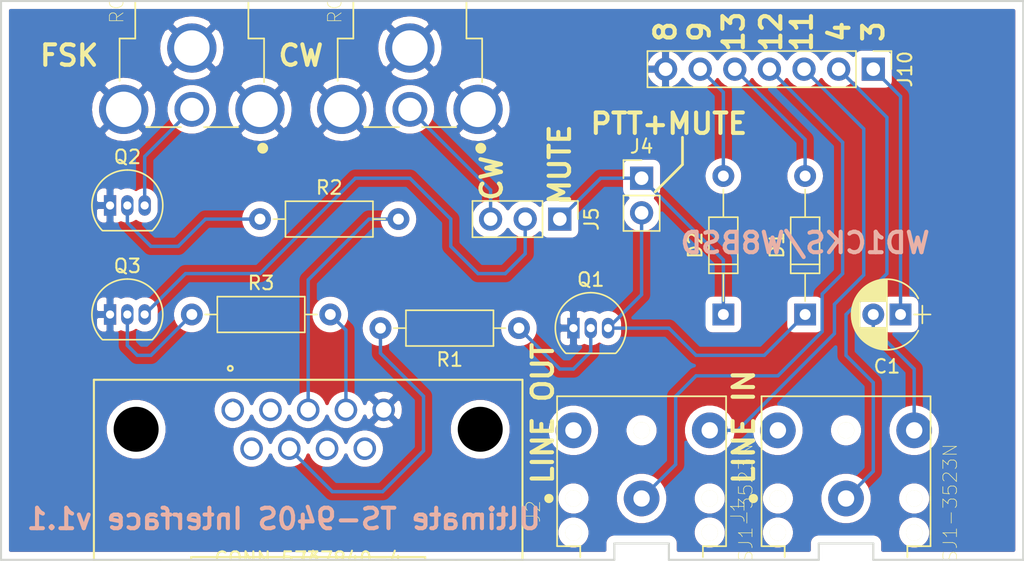
<source format=kicad_pcb>
(kicad_pcb (version 20171130) (host pcbnew 5.1.1)

  (general
    (thickness 1.6)
    (drawings 30)
    (tracks 80)
    (zones 0)
    (modules 17)
    (nets 27)
  )

  (page A4)
  (layers
    (0 F.Cu signal hide)
    (31 B.Cu signal hide)
    (32 B.Adhes user hide)
    (33 F.Adhes user hide)
    (34 B.Paste user hide)
    (35 F.Paste user hide)
    (36 B.SilkS user)
    (37 F.SilkS user hide)
    (38 B.Mask user hide)
    (39 F.Mask user hide)
    (40 Dwgs.User user hide)
    (41 Cmts.User user hide)
    (42 Eco1.User user hide)
    (43 Eco2.User user hide)
    (44 Edge.Cuts user)
    (45 Margin user hide)
    (46 B.CrtYd user hide)
    (47 F.CrtYd user hide)
    (48 B.Fab user hide)
    (49 F.Fab user hide)
  )

  (setup
    (last_trace_width 0.25)
    (trace_clearance 0.2)
    (zone_clearance 0.508)
    (zone_45_only yes)
    (trace_min 0.2)
    (via_size 0.6)
    (via_drill 0.4)
    (via_min_size 0.4)
    (via_min_drill 0.3)
    (uvia_size 0.3)
    (uvia_drill 0.1)
    (uvias_allowed no)
    (uvia_min_size 0.2)
    (uvia_min_drill 0.1)
    (edge_width 0.15)
    (segment_width 0.2)
    (pcb_text_width 0.3)
    (pcb_text_size 1.5 1.5)
    (mod_edge_width 0.15)
    (mod_text_size 1 1)
    (mod_text_width 0.15)
    (pad_size 0.9 1.5)
    (pad_drill 0.6)
    (pad_to_mask_clearance 0.2)
    (aux_axis_origin 0 0)
    (visible_elements FFFFFF7F)
    (pcbplotparams
      (layerselection 0x010f0_ffffffff)
      (usegerberextensions true)
      (usegerberattributes false)
      (usegerberadvancedattributes false)
      (creategerberjobfile false)
      (excludeedgelayer true)
      (linewidth 0.100000)
      (plotframeref false)
      (viasonmask false)
      (mode 1)
      (useauxorigin false)
      (hpglpennumber 1)
      (hpglpenspeed 20)
      (hpglpendiameter 15.000000)
      (psnegative false)
      (psa4output false)
      (plotreference true)
      (plotvalue true)
      (plotinvisibletext false)
      (padsonsilk false)
      (subtractmaskfromsilk false)
      (outputformat 1)
      (mirror false)
      (drillshape 0)
      (scaleselection 1)
      (outputdirectory "gerber/"))
  )

  (net 0 "")
  (net 1 "Net-(J1-Pad1)")
  (net 2 "Net-(J1-Pad3)")
  (net 3 GND)
  (net 4 "Net-(J10-Pad4)")
  (net 5 "Net-(D2-Pad1)")
  (net 6 "Net-(D1-Pad1)")
  (net 7 "Net-(J5-Pad2)")
  (net 8 "Net-(J5-Pad3)")
  (net 9 "Net-(D1-Pad2)")
  (net 10 "Net-(D2-Pad2)")
  (net 11 "Net-(C1-Pad1)")
  (net 12 "Net-(Q1-Pad2)")
  (net 13 "Net-(J3-Pad7)")
  (net 14 "Net-(J3-Pad3)")
  (net 15 "Net-(Q3-Pad2)")
  (net 16 "Net-(J3-Pad4)")
  (net 17 "Net-(C1-Pad2)")
  (net 18 "Net-(J2-Pad3)")
  (net 19 "Net-(J6-Pad2)")
  (net 20 "Net-(J3-Pad1)")
  (net 21 "Net-(J3-Pad2)")
  (net 22 "Net-(J3-Pad6)")
  (net 23 "Net-(J3-Pad8)")
  (net 24 "Net-(J3-Pad9)")
  (net 25 "Net-(J10-Pad3)")
  (net 26 "Net-(Q2-Pad2)")

  (net_class Default "This is the default net class."
    (clearance 0.2)
    (trace_width 0.25)
    (via_dia 0.6)
    (via_drill 0.4)
    (uvia_dia 0.3)
    (uvia_drill 0.1)
    (add_net GND)
    (add_net "Net-(C1-Pad1)")
    (add_net "Net-(C1-Pad2)")
    (add_net "Net-(D1-Pad1)")
    (add_net "Net-(D1-Pad2)")
    (add_net "Net-(D2-Pad1)")
    (add_net "Net-(D2-Pad2)")
    (add_net "Net-(J1-Pad1)")
    (add_net "Net-(J1-Pad3)")
    (add_net "Net-(J10-Pad3)")
    (add_net "Net-(J10-Pad4)")
    (add_net "Net-(J2-Pad3)")
    (add_net "Net-(J3-Pad1)")
    (add_net "Net-(J3-Pad2)")
    (add_net "Net-(J3-Pad3)")
    (add_net "Net-(J3-Pad4)")
    (add_net "Net-(J3-Pad6)")
    (add_net "Net-(J3-Pad7)")
    (add_net "Net-(J3-Pad8)")
    (add_net "Net-(J3-Pad9)")
    (add_net "Net-(J5-Pad2)")
    (add_net "Net-(J5-Pad3)")
    (add_net "Net-(J6-Pad2)")
    (add_net "Net-(Q1-Pad2)")
    (add_net "Net-(Q2-Pad2)")
    (add_net "Net-(Q3-Pad2)")
  )

  (module Capacitors_THT:CP_Radial_D5.0mm_P2.00mm (layer F.Cu) (tedit 597BC7C2) (tstamp 5B6EDF86)
    (at 156 141 180)
    (descr "CP, Radial series, Radial, pin pitch=2.00mm, , diameter=5mm, Electrolytic Capacitor")
    (tags "CP Radial series Radial pin pitch 2.00mm  diameter 5mm Electrolytic Capacitor")
    (path /5B44212C)
    (fp_text reference C1 (at 1 -3.81 180) (layer F.SilkS)
      (effects (font (size 1 1) (thickness 0.15)))
    )
    (fp_text value 1uF (at 1 3.81 180) (layer F.Fab)
      (effects (font (size 1 1) (thickness 0.15)))
    )
    (fp_arc (start 1 0) (end -1.30558 -1.18) (angle 125.8) (layer F.SilkS) (width 0.12))
    (fp_arc (start 1 0) (end -1.30558 1.18) (angle -125.8) (layer F.SilkS) (width 0.12))
    (fp_arc (start 1 0) (end 3.30558 -1.18) (angle 54.2) (layer F.SilkS) (width 0.12))
    (fp_circle (center 1 0) (end 3.5 0) (layer F.Fab) (width 0.1))
    (fp_line (start -2.2 0) (end -1 0) (layer F.Fab) (width 0.1))
    (fp_line (start -1.6 -0.65) (end -1.6 0.65) (layer F.Fab) (width 0.1))
    (fp_line (start 1 -2.55) (end 1 2.55) (layer F.SilkS) (width 0.12))
    (fp_line (start 1.04 -2.55) (end 1.04 -0.98) (layer F.SilkS) (width 0.12))
    (fp_line (start 1.04 0.98) (end 1.04 2.55) (layer F.SilkS) (width 0.12))
    (fp_line (start 1.08 -2.549) (end 1.08 -0.98) (layer F.SilkS) (width 0.12))
    (fp_line (start 1.08 0.98) (end 1.08 2.549) (layer F.SilkS) (width 0.12))
    (fp_line (start 1.12 -2.548) (end 1.12 -0.98) (layer F.SilkS) (width 0.12))
    (fp_line (start 1.12 0.98) (end 1.12 2.548) (layer F.SilkS) (width 0.12))
    (fp_line (start 1.16 -2.546) (end 1.16 -0.98) (layer F.SilkS) (width 0.12))
    (fp_line (start 1.16 0.98) (end 1.16 2.546) (layer F.SilkS) (width 0.12))
    (fp_line (start 1.2 -2.543) (end 1.2 -0.98) (layer F.SilkS) (width 0.12))
    (fp_line (start 1.2 0.98) (end 1.2 2.543) (layer F.SilkS) (width 0.12))
    (fp_line (start 1.24 -2.539) (end 1.24 -0.98) (layer F.SilkS) (width 0.12))
    (fp_line (start 1.24 0.98) (end 1.24 2.539) (layer F.SilkS) (width 0.12))
    (fp_line (start 1.28 -2.535) (end 1.28 -0.98) (layer F.SilkS) (width 0.12))
    (fp_line (start 1.28 0.98) (end 1.28 2.535) (layer F.SilkS) (width 0.12))
    (fp_line (start 1.32 -2.531) (end 1.32 -0.98) (layer F.SilkS) (width 0.12))
    (fp_line (start 1.32 0.98) (end 1.32 2.531) (layer F.SilkS) (width 0.12))
    (fp_line (start 1.36 -2.525) (end 1.36 -0.98) (layer F.SilkS) (width 0.12))
    (fp_line (start 1.36 0.98) (end 1.36 2.525) (layer F.SilkS) (width 0.12))
    (fp_line (start 1.4 -2.519) (end 1.4 -0.98) (layer F.SilkS) (width 0.12))
    (fp_line (start 1.4 0.98) (end 1.4 2.519) (layer F.SilkS) (width 0.12))
    (fp_line (start 1.44 -2.513) (end 1.44 -0.98) (layer F.SilkS) (width 0.12))
    (fp_line (start 1.44 0.98) (end 1.44 2.513) (layer F.SilkS) (width 0.12))
    (fp_line (start 1.48 -2.506) (end 1.48 -0.98) (layer F.SilkS) (width 0.12))
    (fp_line (start 1.48 0.98) (end 1.48 2.506) (layer F.SilkS) (width 0.12))
    (fp_line (start 1.52 -2.498) (end 1.52 -0.98) (layer F.SilkS) (width 0.12))
    (fp_line (start 1.52 0.98) (end 1.52 2.498) (layer F.SilkS) (width 0.12))
    (fp_line (start 1.56 -2.489) (end 1.56 -0.98) (layer F.SilkS) (width 0.12))
    (fp_line (start 1.56 0.98) (end 1.56 2.489) (layer F.SilkS) (width 0.12))
    (fp_line (start 1.6 -2.48) (end 1.6 -0.98) (layer F.SilkS) (width 0.12))
    (fp_line (start 1.6 0.98) (end 1.6 2.48) (layer F.SilkS) (width 0.12))
    (fp_line (start 1.64 -2.47) (end 1.64 -0.98) (layer F.SilkS) (width 0.12))
    (fp_line (start 1.64 0.98) (end 1.64 2.47) (layer F.SilkS) (width 0.12))
    (fp_line (start 1.68 -2.46) (end 1.68 -0.98) (layer F.SilkS) (width 0.12))
    (fp_line (start 1.68 0.98) (end 1.68 2.46) (layer F.SilkS) (width 0.12))
    (fp_line (start 1.721 -2.448) (end 1.721 -0.98) (layer F.SilkS) (width 0.12))
    (fp_line (start 1.721 0.98) (end 1.721 2.448) (layer F.SilkS) (width 0.12))
    (fp_line (start 1.761 -2.436) (end 1.761 -0.98) (layer F.SilkS) (width 0.12))
    (fp_line (start 1.761 0.98) (end 1.761 2.436) (layer F.SilkS) (width 0.12))
    (fp_line (start 1.801 -2.424) (end 1.801 -0.98) (layer F.SilkS) (width 0.12))
    (fp_line (start 1.801 0.98) (end 1.801 2.424) (layer F.SilkS) (width 0.12))
    (fp_line (start 1.841 -2.41) (end 1.841 -0.98) (layer F.SilkS) (width 0.12))
    (fp_line (start 1.841 0.98) (end 1.841 2.41) (layer F.SilkS) (width 0.12))
    (fp_line (start 1.881 -2.396) (end 1.881 -0.98) (layer F.SilkS) (width 0.12))
    (fp_line (start 1.881 0.98) (end 1.881 2.396) (layer F.SilkS) (width 0.12))
    (fp_line (start 1.921 -2.382) (end 1.921 -0.98) (layer F.SilkS) (width 0.12))
    (fp_line (start 1.921 0.98) (end 1.921 2.382) (layer F.SilkS) (width 0.12))
    (fp_line (start 1.961 -2.366) (end 1.961 -0.98) (layer F.SilkS) (width 0.12))
    (fp_line (start 1.961 0.98) (end 1.961 2.366) (layer F.SilkS) (width 0.12))
    (fp_line (start 2.001 -2.35) (end 2.001 -0.98) (layer F.SilkS) (width 0.12))
    (fp_line (start 2.001 0.98) (end 2.001 2.35) (layer F.SilkS) (width 0.12))
    (fp_line (start 2.041 -2.333) (end 2.041 -0.98) (layer F.SilkS) (width 0.12))
    (fp_line (start 2.041 0.98) (end 2.041 2.333) (layer F.SilkS) (width 0.12))
    (fp_line (start 2.081 -2.315) (end 2.081 -0.98) (layer F.SilkS) (width 0.12))
    (fp_line (start 2.081 0.98) (end 2.081 2.315) (layer F.SilkS) (width 0.12))
    (fp_line (start 2.121 -2.296) (end 2.121 -0.98) (layer F.SilkS) (width 0.12))
    (fp_line (start 2.121 0.98) (end 2.121 2.296) (layer F.SilkS) (width 0.12))
    (fp_line (start 2.161 -2.276) (end 2.161 -0.98) (layer F.SilkS) (width 0.12))
    (fp_line (start 2.161 0.98) (end 2.161 2.276) (layer F.SilkS) (width 0.12))
    (fp_line (start 2.201 -2.256) (end 2.201 -0.98) (layer F.SilkS) (width 0.12))
    (fp_line (start 2.201 0.98) (end 2.201 2.256) (layer F.SilkS) (width 0.12))
    (fp_line (start 2.241 -2.234) (end 2.241 -0.98) (layer F.SilkS) (width 0.12))
    (fp_line (start 2.241 0.98) (end 2.241 2.234) (layer F.SilkS) (width 0.12))
    (fp_line (start 2.281 -2.212) (end 2.281 -0.98) (layer F.SilkS) (width 0.12))
    (fp_line (start 2.281 0.98) (end 2.281 2.212) (layer F.SilkS) (width 0.12))
    (fp_line (start 2.321 -2.189) (end 2.321 -0.98) (layer F.SilkS) (width 0.12))
    (fp_line (start 2.321 0.98) (end 2.321 2.189) (layer F.SilkS) (width 0.12))
    (fp_line (start 2.361 -2.165) (end 2.361 -0.98) (layer F.SilkS) (width 0.12))
    (fp_line (start 2.361 0.98) (end 2.361 2.165) (layer F.SilkS) (width 0.12))
    (fp_line (start 2.401 -2.14) (end 2.401 -0.98) (layer F.SilkS) (width 0.12))
    (fp_line (start 2.401 0.98) (end 2.401 2.14) (layer F.SilkS) (width 0.12))
    (fp_line (start 2.441 -2.113) (end 2.441 -0.98) (layer F.SilkS) (width 0.12))
    (fp_line (start 2.441 0.98) (end 2.441 2.113) (layer F.SilkS) (width 0.12))
    (fp_line (start 2.481 -2.086) (end 2.481 -0.98) (layer F.SilkS) (width 0.12))
    (fp_line (start 2.481 0.98) (end 2.481 2.086) (layer F.SilkS) (width 0.12))
    (fp_line (start 2.521 -2.058) (end 2.521 -0.98) (layer F.SilkS) (width 0.12))
    (fp_line (start 2.521 0.98) (end 2.521 2.058) (layer F.SilkS) (width 0.12))
    (fp_line (start 2.561 -2.028) (end 2.561 -0.98) (layer F.SilkS) (width 0.12))
    (fp_line (start 2.561 0.98) (end 2.561 2.028) (layer F.SilkS) (width 0.12))
    (fp_line (start 2.601 -1.997) (end 2.601 -0.98) (layer F.SilkS) (width 0.12))
    (fp_line (start 2.601 0.98) (end 2.601 1.997) (layer F.SilkS) (width 0.12))
    (fp_line (start 2.641 -1.965) (end 2.641 -0.98) (layer F.SilkS) (width 0.12))
    (fp_line (start 2.641 0.98) (end 2.641 1.965) (layer F.SilkS) (width 0.12))
    (fp_line (start 2.681 -1.932) (end 2.681 -0.98) (layer F.SilkS) (width 0.12))
    (fp_line (start 2.681 0.98) (end 2.681 1.932) (layer F.SilkS) (width 0.12))
    (fp_line (start 2.721 -1.897) (end 2.721 -0.98) (layer F.SilkS) (width 0.12))
    (fp_line (start 2.721 0.98) (end 2.721 1.897) (layer F.SilkS) (width 0.12))
    (fp_line (start 2.761 -1.861) (end 2.761 -0.98) (layer F.SilkS) (width 0.12))
    (fp_line (start 2.761 0.98) (end 2.761 1.861) (layer F.SilkS) (width 0.12))
    (fp_line (start 2.801 -1.823) (end 2.801 -0.98) (layer F.SilkS) (width 0.12))
    (fp_line (start 2.801 0.98) (end 2.801 1.823) (layer F.SilkS) (width 0.12))
    (fp_line (start 2.841 -1.783) (end 2.841 -0.98) (layer F.SilkS) (width 0.12))
    (fp_line (start 2.841 0.98) (end 2.841 1.783) (layer F.SilkS) (width 0.12))
    (fp_line (start 2.881 -1.742) (end 2.881 -0.98) (layer F.SilkS) (width 0.12))
    (fp_line (start 2.881 0.98) (end 2.881 1.742) (layer F.SilkS) (width 0.12))
    (fp_line (start 2.921 -1.699) (end 2.921 -0.98) (layer F.SilkS) (width 0.12))
    (fp_line (start 2.921 0.98) (end 2.921 1.699) (layer F.SilkS) (width 0.12))
    (fp_line (start 2.961 -1.654) (end 2.961 -0.98) (layer F.SilkS) (width 0.12))
    (fp_line (start 2.961 0.98) (end 2.961 1.654) (layer F.SilkS) (width 0.12))
    (fp_line (start 3.001 -1.606) (end 3.001 1.606) (layer F.SilkS) (width 0.12))
    (fp_line (start 3.041 -1.556) (end 3.041 1.556) (layer F.SilkS) (width 0.12))
    (fp_line (start 3.081 -1.504) (end 3.081 1.504) (layer F.SilkS) (width 0.12))
    (fp_line (start 3.121 -1.448) (end 3.121 1.448) (layer F.SilkS) (width 0.12))
    (fp_line (start 3.161 -1.39) (end 3.161 1.39) (layer F.SilkS) (width 0.12))
    (fp_line (start 3.201 -1.327) (end 3.201 1.327) (layer F.SilkS) (width 0.12))
    (fp_line (start 3.241 -1.261) (end 3.241 1.261) (layer F.SilkS) (width 0.12))
    (fp_line (start 3.281 -1.189) (end 3.281 1.189) (layer F.SilkS) (width 0.12))
    (fp_line (start 3.321 -1.112) (end 3.321 1.112) (layer F.SilkS) (width 0.12))
    (fp_line (start 3.361 -1.028) (end 3.361 1.028) (layer F.SilkS) (width 0.12))
    (fp_line (start 3.401 -0.934) (end 3.401 0.934) (layer F.SilkS) (width 0.12))
    (fp_line (start 3.441 -0.829) (end 3.441 0.829) (layer F.SilkS) (width 0.12))
    (fp_line (start 3.481 -0.707) (end 3.481 0.707) (layer F.SilkS) (width 0.12))
    (fp_line (start 3.521 -0.559) (end 3.521 0.559) (layer F.SilkS) (width 0.12))
    (fp_line (start 3.561 -0.354) (end 3.561 0.354) (layer F.SilkS) (width 0.12))
    (fp_line (start -2.2 0) (end -1 0) (layer F.SilkS) (width 0.12))
    (fp_line (start -1.6 -0.65) (end -1.6 0.65) (layer F.SilkS) (width 0.12))
    (fp_line (start -1.85 -2.85) (end -1.85 2.85) (layer F.CrtYd) (width 0.05))
    (fp_line (start -1.85 2.85) (end 3.85 2.85) (layer F.CrtYd) (width 0.05))
    (fp_line (start 3.85 2.85) (end 3.85 -2.85) (layer F.CrtYd) (width 0.05))
    (fp_line (start 3.85 -2.85) (end -1.85 -2.85) (layer F.CrtYd) (width 0.05))
    (fp_text user %R (at 1 0 180) (layer F.Fab)
      (effects (font (size 1 1) (thickness 0.15)))
    )
    (pad 1 thru_hole rect (at 0 0 180) (size 1.6 1.6) (drill 0.8) (layers *.Cu *.Mask)
      (net 11 "Net-(C1-Pad1)"))
    (pad 2 thru_hole circle (at 2 0 180) (size 1.6 1.6) (drill 0.8) (layers *.Cu *.Mask)
      (net 17 "Net-(C1-Pad2)"))
    (model ${KISYS3DMOD}/Capacitors_THT.3dshapes/CP_Radial_D5.0mm_P2.00mm.wrl
      (at (xyz 0 0 0))
      (scale (xyz 1 1 1))
      (rotate (xyz 0 0 0))
    )
  )

  (module Diodes_THT:D_DO-35_SOD27_P10.16mm_Horizontal (layer F.Cu) (tedit 5921392E) (tstamp 5B6EE024)
    (at 149 141 90)
    (descr "D, DO-35_SOD27 series, Axial, Horizontal, pin pitch=10.16mm, , length*diameter=4*2mm^2, , http://www.diodes.com/_files/packages/DO-35.pdf")
    (tags "D DO-35_SOD27 series Axial Horizontal pin pitch 10.16mm  length 4mm diameter 2mm")
    (path /5B43C5C6)
    (fp_text reference D1 (at 5.08 -2.06 90) (layer F.SilkS)
      (effects (font (size 1 1) (thickness 0.15)))
    )
    (fp_text value 1N4148FSCT-ND (at 5.08 2.06 90) (layer F.Fab)
      (effects (font (size 1 1) (thickness 0.15)))
    )
    (fp_text user %R (at 5.08 0 90) (layer F.Fab)
      (effects (font (size 1 1) (thickness 0.15)))
    )
    (fp_line (start 3.08 -1) (end 3.08 1) (layer F.Fab) (width 0.1))
    (fp_line (start 3.08 1) (end 7.08 1) (layer F.Fab) (width 0.1))
    (fp_line (start 7.08 1) (end 7.08 -1) (layer F.Fab) (width 0.1))
    (fp_line (start 7.08 -1) (end 3.08 -1) (layer F.Fab) (width 0.1))
    (fp_line (start 0 0) (end 3.08 0) (layer F.Fab) (width 0.1))
    (fp_line (start 10.16 0) (end 7.08 0) (layer F.Fab) (width 0.1))
    (fp_line (start 3.68 -1) (end 3.68 1) (layer F.Fab) (width 0.1))
    (fp_line (start 3.02 -1.06) (end 3.02 1.06) (layer F.SilkS) (width 0.12))
    (fp_line (start 3.02 1.06) (end 7.14 1.06) (layer F.SilkS) (width 0.12))
    (fp_line (start 7.14 1.06) (end 7.14 -1.06) (layer F.SilkS) (width 0.12))
    (fp_line (start 7.14 -1.06) (end 3.02 -1.06) (layer F.SilkS) (width 0.12))
    (fp_line (start 0.98 0) (end 3.02 0) (layer F.SilkS) (width 0.12))
    (fp_line (start 9.18 0) (end 7.14 0) (layer F.SilkS) (width 0.12))
    (fp_line (start 3.68 -1.06) (end 3.68 1.06) (layer F.SilkS) (width 0.12))
    (fp_line (start -1.05 -1.35) (end -1.05 1.35) (layer F.CrtYd) (width 0.05))
    (fp_line (start -1.05 1.35) (end 11.25 1.35) (layer F.CrtYd) (width 0.05))
    (fp_line (start 11.25 1.35) (end 11.25 -1.35) (layer F.CrtYd) (width 0.05))
    (fp_line (start 11.25 -1.35) (end -1.05 -1.35) (layer F.CrtYd) (width 0.05))
    (pad 1 thru_hole rect (at 0 0 90) (size 1.6 1.6) (drill 0.8) (layers *.Cu *.Mask)
      (net 6 "Net-(D1-Pad1)"))
    (pad 2 thru_hole oval (at 10.16 0 90) (size 1.6 1.6) (drill 0.8) (layers *.Cu *.Mask)
      (net 9 "Net-(D1-Pad2)"))
    (model ${KISYS3DMOD}/Diodes_THT.3dshapes/D_DO-35_SOD27_P10.16mm_Horizontal.wrl
      (at (xyz 0 0 0))
      (scale (xyz 0.393701 0.393701 0.393701))
      (rotate (xyz 0 0 0))
    )
  )

  (module Diodes_THT:D_DO-35_SOD27_P10.16mm_Horizontal (layer F.Cu) (tedit 5921392E) (tstamp 5B6EE03D)
    (at 143 141 90)
    (descr "D, DO-35_SOD27 series, Axial, Horizontal, pin pitch=10.16mm, , length*diameter=4*2mm^2, , http://www.diodes.com/_files/packages/DO-35.pdf")
    (tags "D DO-35_SOD27 series Axial Horizontal pin pitch 10.16mm  length 4mm diameter 2mm")
    (path /5B43C60D)
    (fp_text reference D2 (at 5.08 -2.06 90) (layer F.SilkS)
      (effects (font (size 1 1) (thickness 0.15)))
    )
    (fp_text value 1N4148FSCT-ND (at 5.08 2.06 90) (layer F.Fab)
      (effects (font (size 1 1) (thickness 0.15)))
    )
    (fp_text user %R (at 5.08 0 90) (layer F.Fab)
      (effects (font (size 1 1) (thickness 0.15)))
    )
    (fp_line (start 3.08 -1) (end 3.08 1) (layer F.Fab) (width 0.1))
    (fp_line (start 3.08 1) (end 7.08 1) (layer F.Fab) (width 0.1))
    (fp_line (start 7.08 1) (end 7.08 -1) (layer F.Fab) (width 0.1))
    (fp_line (start 7.08 -1) (end 3.08 -1) (layer F.Fab) (width 0.1))
    (fp_line (start 0 0) (end 3.08 0) (layer F.Fab) (width 0.1))
    (fp_line (start 10.16 0) (end 7.08 0) (layer F.Fab) (width 0.1))
    (fp_line (start 3.68 -1) (end 3.68 1) (layer F.Fab) (width 0.1))
    (fp_line (start 3.02 -1.06) (end 3.02 1.06) (layer F.SilkS) (width 0.12))
    (fp_line (start 3.02 1.06) (end 7.14 1.06) (layer F.SilkS) (width 0.12))
    (fp_line (start 7.14 1.06) (end 7.14 -1.06) (layer F.SilkS) (width 0.12))
    (fp_line (start 7.14 -1.06) (end 3.02 -1.06) (layer F.SilkS) (width 0.12))
    (fp_line (start 0.98 0) (end 3.02 0) (layer F.SilkS) (width 0.12))
    (fp_line (start 9.18 0) (end 7.14 0) (layer F.SilkS) (width 0.12))
    (fp_line (start 3.68 -1.06) (end 3.68 1.06) (layer F.SilkS) (width 0.12))
    (fp_line (start -1.05 -1.35) (end -1.05 1.35) (layer F.CrtYd) (width 0.05))
    (fp_line (start -1.05 1.35) (end 11.25 1.35) (layer F.CrtYd) (width 0.05))
    (fp_line (start 11.25 1.35) (end 11.25 -1.35) (layer F.CrtYd) (width 0.05))
    (fp_line (start 11.25 -1.35) (end -1.05 -1.35) (layer F.CrtYd) (width 0.05))
    (pad 1 thru_hole rect (at 0 0 90) (size 1.6 1.6) (drill 0.8) (layers *.Cu *.Mask)
      (net 5 "Net-(D2-Pad1)"))
    (pad 2 thru_hole oval (at 10.16 0 90) (size 1.6 1.6) (drill 0.8) (layers *.Cu *.Mask)
      (net 10 "Net-(D2-Pad2)"))
    (model ${KISYS3DMOD}/Diodes_THT.3dshapes/D_DO-35_SOD27_P10.16mm_Horizontal.wrl
      (at (xyz 0 0 0))
      (scale (xyz 0.393701 0.393701 0.393701))
      (rotate (xyz 0 0 0))
    )
  )

  (module footprints:5747840-4 (layer F.Cu) (tedit 0) (tstamp 5B6EE0EC)
    (at 107 148 180)
    (path /5B443614)
    (fp_text reference J3 (at -5.5372 -10.922 180) (layer F.SilkS)
      (effects (font (size 1 1) (thickness 0.15)))
    )
    (fp_text value CONN_5747840-4 (at -5.5372 -10.922 180) (layer F.SilkS)
      (effects (font (size 1 1) (thickness 0.15)))
    )
    (fp_text user "Copyright 2016 Accelerated Designs. All rights reserved." (at 0 0 180) (layer Cmts.User)
      (effects (font (size 0.127 0.127) (thickness 0.002)))
    )
    (fp_text user * (at 0 0 180) (layer F.SilkS)
      (effects (font (size 1 1) (thickness 0.15)))
    )
    (fp_text user * (at 0 0 180) (layer F.Fab)
      (effects (font (size 1 1) (thickness 0.15)))
    )
    (fp_line (start -0.635 2.0828) (end 0 3.3528) (layer F.Fab) (width 0.1524))
    (fp_line (start 0.635 2.0828) (end 0 3.3528) (layer F.Fab) (width 0.1524))
    (fp_line (start -19.939 -11.049) (end -19.939 -17.2212) (layer F.SilkS) (width 0.1524))
    (fp_line (start -19.939 -17.2212) (end -16.383 -17.2212) (layer F.SilkS) (width 0.1524))
    (fp_line (start -16.383 -17.2212) (end -16.383 -11.049) (layer F.SilkS) (width 0.1524))
    (fp_line (start 5.3086 -11.049) (end 5.3086 -17.2212) (layer F.SilkS) (width 0.1524))
    (fp_line (start 5.3086 -17.2212) (end 8.8646 -17.2212) (layer F.SilkS) (width 0.1524))
    (fp_line (start 8.8646 -17.2212) (end 8.8646 -11.049) (layer F.SilkS) (width 0.1524))
    (fp_line (start -19.812 -10.922) (end -19.812 -17.0942) (layer F.Fab) (width 0.1524))
    (fp_line (start -19.812 -17.0942) (end -16.51 -17.0942) (layer F.Fab) (width 0.1524))
    (fp_line (start -16.51 -17.0942) (end -16.51 -10.922) (layer F.Fab) (width 0.1524))
    (fp_line (start -18.9865 -10.922) (end -18.9865 -17.0942) (layer F.Fab) (width 0.1524))
    (fp_line (start -17.3355 -17.0942) (end -17.3355 -10.922) (layer F.Fab) (width 0.1524))
    (fp_line (start 5.4356 -10.922) (end 5.4356 -17.0942) (layer F.Fab) (width 0.1524))
    (fp_line (start 5.4356 -17.0942) (end 8.7376 -17.0942) (layer F.Fab) (width 0.1524))
    (fp_line (start 8.7376 -17.0942) (end 8.7376 -10.922) (layer F.Fab) (width 0.1524))
    (fp_line (start 6.2611 -10.922) (end 6.2611 -17.0942) (layer F.Fab) (width 0.1524))
    (fp_line (start 7.9121 -17.0942) (end 7.9121 -10.922) (layer F.Fab) (width 0.1524))
    (fp_line (start -21.2598 2.2098) (end 10.1854 2.2098) (layer F.SilkS) (width 0.1524))
    (fp_line (start 10.1854 2.2098) (end 10.1854 -11.049) (layer F.SilkS) (width 0.1524))
    (fp_line (start 10.1854 -11.049) (end -21.2598 -11.049) (layer F.SilkS) (width 0.1524))
    (fp_line (start -21.2598 -11.049) (end -21.2598 2.2098) (layer F.SilkS) (width 0.1524))
    (fp_line (start -21.1328 2.0828) (end 10.0584 2.0828) (layer F.Fab) (width 0.1524))
    (fp_line (start 10.0584 2.0828) (end 10.0584 -10.922) (layer F.Fab) (width 0.1524))
    (fp_line (start 10.0584 -10.922) (end -21.1328 -10.922) (layer F.Fab) (width 0.1524))
    (fp_line (start -21.1328 -10.922) (end -21.1328 2.0828) (layer F.Fab) (width 0.1524))
    (fp_line (start -14.1224 -10.795) (end 3.048 -10.795) (layer F.SilkS) (width 0.1524))
    (fp_line (start 3.048 -10.795) (end 3.048 -17.2212) (layer F.SilkS) (width 0.1524))
    (fp_line (start 3.048 -17.2212) (end -14.1224 -17.2212) (layer F.SilkS) (width 0.1524))
    (fp_line (start -14.1224 -17.2212) (end -14.1224 -10.795) (layer F.SilkS) (width 0.1524))
    (fp_line (start -13.9954 -10.922) (end 2.921 -10.922) (layer F.Fab) (width 0.1524))
    (fp_line (start 2.921 -10.922) (end 2.921 -17.0942) (layer F.Fab) (width 0.1524))
    (fp_line (start 2.921 -17.0942) (end -13.9954 -17.0942) (layer F.Fab) (width 0.1524))
    (fp_line (start -13.9954 -17.0942) (end -13.9954 -10.922) (layer F.Fab) (width 0.1524))
    (fp_line (start 10.3124 -17.3482) (end -21.3868 -17.3482) (layer F.CrtYd) (width 0.1524))
    (fp_line (start -21.3868 -17.3482) (end -21.3868 2.3368) (layer F.CrtYd) (width 0.1524))
    (fp_line (start -21.3868 2.3368) (end 10.3124 2.3368) (layer F.CrtYd) (width 0.1524))
    (fp_line (start 10.3124 2.3368) (end 10.3124 -17.3482) (layer F.CrtYd) (width 0.1524))
    (fp_arc (start 0.1778 3.048) (end 0 3.048) (angle 0) (layer F.SilkS) (width 0.1524))
    (pad 1 thru_hole circle (at 0 0 180) (size 1.651 1.651) (drill 1.143) (layers *.Cu *.Mask)
      (net 20 "Net-(J3-Pad1)"))
    (pad 2 thru_hole circle (at -2.7686 0 180) (size 1.651 1.651) (drill 1.143) (layers *.Cu *.Mask)
      (net 21 "Net-(J3-Pad2)"))
    (pad 3 thru_hole circle (at -5.5372 0 180) (size 1.651 1.651) (drill 1.143) (layers *.Cu *.Mask)
      (net 14 "Net-(J3-Pad3)"))
    (pad 4 thru_hole circle (at -8.3058 0 180) (size 1.651 1.651) (drill 1.143) (layers *.Cu *.Mask)
      (net 16 "Net-(J3-Pad4)"))
    (pad 5 thru_hole circle (at -11.0744 0 180) (size 1.651 1.651) (drill 1.143) (layers *.Cu *.Mask)
      (net 3 GND))
    (pad 6 thru_hole circle (at -1.3843 -2.8448 180) (size 1.651 1.651) (drill 1.143) (layers *.Cu *.Mask)
      (net 22 "Net-(J3-Pad6)"))
    (pad 7 thru_hole circle (at -4.1529 -2.8448 180) (size 1.651 1.651) (drill 1.143) (layers *.Cu *.Mask)
      (net 13 "Net-(J3-Pad7)"))
    (pad 8 thru_hole circle (at -6.9215 -2.8448 180) (size 1.651 1.651) (drill 1.143) (layers *.Cu *.Mask)
      (net 23 "Net-(J3-Pad8)"))
    (pad 9 thru_hole circle (at -9.6901 -2.8448 180) (size 1.651 1.651) (drill 1.143) (layers *.Cu *.Mask)
      (net 24 "Net-(J3-Pad9)"))
    (pad 10 np_thru_hole circle (at -18.161 -1.4224 180) (size 3.302 3.302) (drill 3.302) (layers))
    (pad 11 np_thru_hole circle (at 7.0866 -1.4224 180) (size 3.302 3.302) (drill 3.302) (layers))
  )

  (module Pin_Headers:Pin_Header_Straight_1x02_Pitch2.54mm (layer F.Cu) (tedit 59650532) (tstamp 5B6EE102)
    (at 137 131)
    (descr "Through hole straight pin header, 1x02, 2.54mm pitch, single row")
    (tags "Through hole pin header THT 1x02 2.54mm single row")
    (path /5B43D812)
    (fp_text reference J4 (at 0 -2.33) (layer F.SilkS)
      (effects (font (size 1 1) (thickness 0.15)))
    )
    (fp_text value PTT+MUTE (at 0 4.87) (layer F.Fab)
      (effects (font (size 1 1) (thickness 0.15)))
    )
    (fp_line (start -0.635 -1.27) (end 1.27 -1.27) (layer F.Fab) (width 0.1))
    (fp_line (start 1.27 -1.27) (end 1.27 3.81) (layer F.Fab) (width 0.1))
    (fp_line (start 1.27 3.81) (end -1.27 3.81) (layer F.Fab) (width 0.1))
    (fp_line (start -1.27 3.81) (end -1.27 -0.635) (layer F.Fab) (width 0.1))
    (fp_line (start -1.27 -0.635) (end -0.635 -1.27) (layer F.Fab) (width 0.1))
    (fp_line (start -1.33 3.87) (end 1.33 3.87) (layer F.SilkS) (width 0.12))
    (fp_line (start -1.33 1.27) (end -1.33 3.87) (layer F.SilkS) (width 0.12))
    (fp_line (start 1.33 1.27) (end 1.33 3.87) (layer F.SilkS) (width 0.12))
    (fp_line (start -1.33 1.27) (end 1.33 1.27) (layer F.SilkS) (width 0.12))
    (fp_line (start -1.33 0) (end -1.33 -1.33) (layer F.SilkS) (width 0.12))
    (fp_line (start -1.33 -1.33) (end 0 -1.33) (layer F.SilkS) (width 0.12))
    (fp_line (start -1.8 -1.8) (end -1.8 4.35) (layer F.CrtYd) (width 0.05))
    (fp_line (start -1.8 4.35) (end 1.8 4.35) (layer F.CrtYd) (width 0.05))
    (fp_line (start 1.8 4.35) (end 1.8 -1.8) (layer F.CrtYd) (width 0.05))
    (fp_line (start 1.8 -1.8) (end -1.8 -1.8) (layer F.CrtYd) (width 0.05))
    (fp_text user %R (at 0 1.27 90) (layer F.Fab)
      (effects (font (size 1 1) (thickness 0.15)))
    )
    (pad 1 thru_hole rect (at 0 0) (size 1.7 1.7) (drill 1) (layers *.Cu *.Mask)
      (net 5 "Net-(D2-Pad1)"))
    (pad 2 thru_hole oval (at 0 2.54) (size 1.7 1.7) (drill 1) (layers *.Cu *.Mask)
      (net 6 "Net-(D1-Pad1)"))
    (model ${KISYS3DMOD}/Pin_Headers.3dshapes/Pin_Header_Straight_1x02_Pitch2.54mm.wrl
      (at (xyz 0 0 0))
      (scale (xyz 1 1 1))
      (rotate (xyz 0 0 0))
    )
  )

  (module Pin_Headers:Pin_Header_Straight_1x03_Pitch2.54mm (layer F.Cu) (tedit 59650532) (tstamp 5B6EE119)
    (at 131 134 270)
    (descr "Through hole straight pin header, 1x03, 2.54mm pitch, single row")
    (tags "Through hole pin header THT 1x03 2.54mm single row")
    (path /5B43D7A7)
    (fp_text reference J5 (at 0 -2.33 270) (layer F.SilkS)
      (effects (font (size 1 1) (thickness 0.15)))
    )
    (fp_text value CW/MUTE (at 0 7.41 270) (layer F.Fab)
      (effects (font (size 1 1) (thickness 0.15)))
    )
    (fp_line (start -0.635 -1.27) (end 1.27 -1.27) (layer F.Fab) (width 0.1))
    (fp_line (start 1.27 -1.27) (end 1.27 6.35) (layer F.Fab) (width 0.1))
    (fp_line (start 1.27 6.35) (end -1.27 6.35) (layer F.Fab) (width 0.1))
    (fp_line (start -1.27 6.35) (end -1.27 -0.635) (layer F.Fab) (width 0.1))
    (fp_line (start -1.27 -0.635) (end -0.635 -1.27) (layer F.Fab) (width 0.1))
    (fp_line (start -1.33 6.41) (end 1.33 6.41) (layer F.SilkS) (width 0.12))
    (fp_line (start -1.33 1.27) (end -1.33 6.41) (layer F.SilkS) (width 0.12))
    (fp_line (start 1.33 1.27) (end 1.33 6.41) (layer F.SilkS) (width 0.12))
    (fp_line (start -1.33 1.27) (end 1.33 1.27) (layer F.SilkS) (width 0.12))
    (fp_line (start -1.33 0) (end -1.33 -1.33) (layer F.SilkS) (width 0.12))
    (fp_line (start -1.33 -1.33) (end 0 -1.33) (layer F.SilkS) (width 0.12))
    (fp_line (start -1.8 -1.8) (end -1.8 6.85) (layer F.CrtYd) (width 0.05))
    (fp_line (start -1.8 6.85) (end 1.8 6.85) (layer F.CrtYd) (width 0.05))
    (fp_line (start 1.8 6.85) (end 1.8 -1.8) (layer F.CrtYd) (width 0.05))
    (fp_line (start 1.8 -1.8) (end -1.8 -1.8) (layer F.CrtYd) (width 0.05))
    (fp_text user %R (at 0 2.54) (layer F.Fab)
      (effects (font (size 1 1) (thickness 0.15)))
    )
    (pad 1 thru_hole rect (at 0 0 270) (size 1.7 1.7) (drill 1) (layers *.Cu *.Mask)
      (net 5 "Net-(D2-Pad1)"))
    (pad 2 thru_hole oval (at 0 2.54 270) (size 1.7 1.7) (drill 1) (layers *.Cu *.Mask)
      (net 7 "Net-(J5-Pad2)"))
    (pad 3 thru_hole oval (at 0 5.08 270) (size 1.7 1.7) (drill 1) (layers *.Cu *.Mask)
      (net 8 "Net-(J5-Pad3)"))
    (model ${KISYS3DMOD}/Pin_Headers.3dshapes/Pin_Header_Straight_1x03_Pitch2.54mm.wrl
      (at (xyz 0 0 0))
      (scale (xyz 1 1 1))
      (rotate (xyz 0 0 0))
    )
  )

  (module RCJ-013:CUI_RCJ-013 (layer F.Cu) (tedit 0) (tstamp 5B6EE143)
    (at 104 120 270)
    (descr "<b>DC POWER JACK</b><p>Source: DCJ0202.pdf")
    (path /5B442A0E)
    (fp_text reference J6 (at -4.67394 -5.77221 270) (layer F.SilkS)
      (effects (font (size 1.00299 1.00299) (thickness 0.05)))
    )
    (fp_text value RCJ-013 (at -3.75429 5.50865 270) (layer F.SilkS)
      (effects (font (size 1.00249 1.00249) (thickness 0.05)))
    )
    (fp_line (start 0.75 -4.15) (end -7.25 -4.15) (layer Dwgs.User) (width 0.127))
    (fp_line (start -7.25 -4.15) (end -7.25 4.15) (layer Dwgs.User) (width 0.127))
    (fp_line (start -7.25 4.15) (end 0.75 4.15) (layer Dwgs.User) (width 0.127))
    (fp_line (start 0.75 4.15) (end 0.75 5.3) (layer Dwgs.User) (width 0.127))
    (fp_line (start 0.75 5.3) (end 7.25 5.3) (layer Dwgs.User) (width 0.127))
    (fp_line (start 7.25 5.3) (end 7.25 -5.3) (layer Dwgs.User) (width 0.127))
    (fp_line (start 7.25 -5.3) (end 0.75 -5.3) (layer Dwgs.User) (width 0.127))
    (fp_line (start 0.75 -5.3) (end 0.75 -4.15) (layer Dwgs.User) (width 0.127))
    (fp_line (start 0.75 -4.15) (end -7.25 -4.15) (layer F.SilkS) (width 0.127))
    (fp_line (start -7.25 -4.15) (end -7.25 4.15) (layer F.SilkS) (width 0.127))
    (fp_line (start -7.25 4.15) (end 0.75 4.15) (layer F.SilkS) (width 0.127))
    (fp_line (start 0.75 4.15) (end 0.75 5.3) (layer F.SilkS) (width 0.127))
    (fp_line (start 0.75 5.3) (end 3.85 5.3) (layer F.SilkS) (width 0.127))
    (fp_line (start 0.75 -5.3) (end 0.75 -4.15) (layer F.SilkS) (width 0.127))
    (fp_line (start 0.5 -4.4) (end -7.5 -4.4) (layer Eco1.User) (width 0.05))
    (fp_line (start -7.5 -4.4) (end -7.5 4.4) (layer Eco1.User) (width 0.05))
    (fp_line (start -7.5 4.4) (end 0.5 4.4) (layer Eco1.User) (width 0.05))
    (fp_line (start 0.5 4.4) (end 0.5 5.55) (layer Eco1.User) (width 0.05))
    (fp_line (start 0.5 5.55) (end 3.9 5.55) (layer Eco1.User) (width 0.05))
    (fp_line (start 8.1 7.15) (end 8.1 3.55) (layer Eco1.User) (width 0.05))
    (fp_line (start 3.9 -5.75) (end 0.5 -5.75) (layer Eco1.User) (width 0.05))
    (fp_line (start 0.5 -5.75) (end 0.5 -4.4) (layer Eco1.User) (width 0.05))
    (fp_line (start 3.9 -5.75) (end 3.9 -7.05) (layer Eco1.User) (width 0.05))
    (fp_line (start 3.9 -7.05) (end 8.1 -7.05) (layer Eco1.User) (width 0.05))
    (fp_line (start 8.1 -7.05) (end 8.1 -3.65) (layer Eco1.User) (width 0.05))
    (fp_line (start 8.1 -3.65) (end 7.6 -3.65) (layer Eco1.User) (width 0.05))
    (fp_line (start 7.6 -3.65) (end 7.6 3.55) (layer Eco1.User) (width 0.05))
    (fp_line (start 7.6 3.55) (end 8.1 3.55) (layer Eco1.User) (width 0.05))
    (fp_line (start 8.1 7.15) (end 3.9 7.15) (layer Eco1.User) (width 0.05))
    (fp_line (start 3.9 7.15) (end 3.9 5.55) (layer Eco1.User) (width 0.05))
    (fp_line (start 3.95 -5.3) (end 0.75 -5.3) (layer F.SilkS) (width 0.127))
    (fp_line (start 7.25 3.35) (end 7.25 0.8) (layer F.SilkS) (width 0.127))
    (fp_line (start 7.25 -0.9) (end 7.25 -3.4) (layer F.SilkS) (width 0.127))
    (fp_circle (center 8.8 -5.2) (end 9 -5.2) (layer F.SilkS) (width 0.4))
    (pad 2 thru_hole circle (at 5.95 0 270) (size 2.55 2.55) (drill 1.7) (layers *.Cu *.Mask)
      (net 19 "Net-(J6-Pad2)"))
    (pad 1A thru_hole circle (at 5.95 -5 270) (size 3.616 3.616) (drill 2.6) (layers *.Cu *.Mask)
      (net 3 GND))
    (pad 1B thru_hole circle (at 5.95 5 270) (size 3.616 3.616) (drill 2.6) (layers *.Cu *.Mask)
      (net 3 GND))
    (pad 1C thru_hole circle (at 1.45 0 270) (size 3.616 3.616) (drill 2.6) (layers *.Cu *.Mask)
      (net 3 GND))
  )

  (module RCJ-015:CUI_RCJ-015 (layer F.Cu) (tedit 0) (tstamp 5B6EE16D)
    (at 120 120 270)
    (descr "<b>DC POWER JACK</b><p>Source: DCJ0202.pdf")
    (path /5B442A75)
    (fp_text reference J7 (at -4.66679 -5.76337 270) (layer F.SilkS)
      (effects (font (size 1.00145 1.00145) (thickness 0.05)))
    )
    (fp_text value RCJ-015 (at -3.75294 5.50667 270) (layer F.SilkS)
      (effects (font (size 1.00213 1.00213) (thickness 0.05)))
    )
    (fp_line (start 0.75 -4.15) (end -7.25 -4.15) (layer Dwgs.User) (width 0.127))
    (fp_line (start -7.25 -4.15) (end -7.25 4.15) (layer Dwgs.User) (width 0.127))
    (fp_line (start -7.25 4.15) (end 0.75 4.15) (layer Dwgs.User) (width 0.127))
    (fp_line (start 0.75 4.15) (end 0.75 5.3) (layer Dwgs.User) (width 0.127))
    (fp_line (start 0.75 5.3) (end 7.25 5.3) (layer Dwgs.User) (width 0.127))
    (fp_line (start 7.25 5.3) (end 7.25 -5.3) (layer Dwgs.User) (width 0.127))
    (fp_line (start 7.25 -5.3) (end 0.75 -5.3) (layer Dwgs.User) (width 0.127))
    (fp_line (start 0.75 -5.3) (end 0.75 -4.15) (layer Dwgs.User) (width 0.127))
    (fp_line (start 0.75 -4.15) (end -7.25 -4.15) (layer F.SilkS) (width 0.127))
    (fp_line (start -7.25 -4.15) (end -7.25 4.15) (layer F.SilkS) (width 0.127))
    (fp_line (start -7.25 4.15) (end 0.75 4.15) (layer F.SilkS) (width 0.127))
    (fp_line (start 0.75 4.15) (end 0.75 5.3) (layer F.SilkS) (width 0.127))
    (fp_line (start 0.75 5.3) (end 3.85 5.3) (layer F.SilkS) (width 0.127))
    (fp_line (start 0.75 -5.3) (end 0.75 -4.15) (layer F.SilkS) (width 0.127))
    (fp_line (start 0.5 -4.4) (end -7.5 -4.4) (layer Eco1.User) (width 0.05))
    (fp_line (start -7.5 -4.4) (end -7.5 4.4) (layer Eco1.User) (width 0.05))
    (fp_line (start -7.5 4.4) (end 0.5 4.4) (layer Eco1.User) (width 0.05))
    (fp_line (start 0.5 4.4) (end 0.5 5.55) (layer Eco1.User) (width 0.05))
    (fp_line (start 0.5 5.55) (end 3.9 5.55) (layer Eco1.User) (width 0.05))
    (fp_line (start 8.1 7.15) (end 8.1 3.55) (layer Eco1.User) (width 0.05))
    (fp_line (start 3.9 -5.75) (end 0.5 -5.75) (layer Eco1.User) (width 0.05))
    (fp_line (start 0.5 -5.75) (end 0.5 -4.4) (layer Eco1.User) (width 0.05))
    (fp_line (start 3.9 -5.75) (end 3.9 -7.05) (layer Eco1.User) (width 0.05))
    (fp_line (start 3.9 -7.05) (end 8.1 -7.05) (layer Eco1.User) (width 0.05))
    (fp_line (start 8.1 -7.05) (end 8.1 -3.65) (layer Eco1.User) (width 0.05))
    (fp_line (start 8.1 -3.65) (end 7.6 -3.65) (layer Eco1.User) (width 0.05))
    (fp_line (start 7.6 -3.65) (end 7.6 3.55) (layer Eco1.User) (width 0.05))
    (fp_line (start 7.6 3.55) (end 8.1 3.55) (layer Eco1.User) (width 0.05))
    (fp_line (start 8.1 7.15) (end 3.9 7.15) (layer Eco1.User) (width 0.05))
    (fp_line (start 3.9 7.15) (end 3.9 5.55) (layer Eco1.User) (width 0.05))
    (fp_line (start 3.95 -5.3) (end 0.75 -5.3) (layer F.SilkS) (width 0.127))
    (fp_line (start 7.25 3.35) (end 7.25 0.8) (layer F.SilkS) (width 0.127))
    (fp_line (start 7.25 -0.9) (end 7.25 -3.4) (layer F.SilkS) (width 0.127))
    (fp_circle (center 8.8 -5.2) (end 9 -5.2) (layer F.SilkS) (width 0.4))
    (pad 2 thru_hole circle (at 5.95 0 270) (size 2.55 2.55) (drill 1.7) (layers *.Cu *.Mask)
      (net 8 "Net-(J5-Pad3)"))
    (pad 1A thru_hole circle (at 5.95 -5 270) (size 3.616 3.616) (drill 2.6) (layers *.Cu *.Mask)
      (net 3 GND))
    (pad 1B thru_hole circle (at 5.95 5 270) (size 3.616 3.616) (drill 2.6) (layers *.Cu *.Mask)
      (net 3 GND))
    (pad 1C thru_hole circle (at 1.45 0 270) (size 3.616 3.616) (drill 2.6) (layers *.Cu *.Mask)
      (net 3 GND))
  )

  (module Pin_Headers:Pin_Header_Straight_1x07_Pitch2.54mm (layer F.Cu) (tedit 59650532) (tstamp 5B6EE188)
    (at 154 123 270)
    (descr "Through hole straight pin header, 1x07, 2.54mm pitch, single row")
    (tags "Through hole pin header THT 1x07 2.54mm single row")
    (path /5B43C28F)
    (fp_text reference J10 (at 0 -2.33 270) (layer F.SilkS)
      (effects (font (size 1 1) (thickness 0.15)))
    )
    (fp_text value ACC2 (at 0 17.57 270) (layer F.Fab)
      (effects (font (size 1 1) (thickness 0.15)))
    )
    (fp_line (start -0.635 -1.27) (end 1.27 -1.27) (layer F.Fab) (width 0.1))
    (fp_line (start 1.27 -1.27) (end 1.27 16.51) (layer F.Fab) (width 0.1))
    (fp_line (start 1.27 16.51) (end -1.27 16.51) (layer F.Fab) (width 0.1))
    (fp_line (start -1.27 16.51) (end -1.27 -0.635) (layer F.Fab) (width 0.1))
    (fp_line (start -1.27 -0.635) (end -0.635 -1.27) (layer F.Fab) (width 0.1))
    (fp_line (start -1.33 16.57) (end 1.33 16.57) (layer F.SilkS) (width 0.12))
    (fp_line (start -1.33 1.27) (end -1.33 16.57) (layer F.SilkS) (width 0.12))
    (fp_line (start 1.33 1.27) (end 1.33 16.57) (layer F.SilkS) (width 0.12))
    (fp_line (start -1.33 1.27) (end 1.33 1.27) (layer F.SilkS) (width 0.12))
    (fp_line (start -1.33 0) (end -1.33 -1.33) (layer F.SilkS) (width 0.12))
    (fp_line (start -1.33 -1.33) (end 0 -1.33) (layer F.SilkS) (width 0.12))
    (fp_line (start -1.8 -1.8) (end -1.8 17.05) (layer F.CrtYd) (width 0.05))
    (fp_line (start -1.8 17.05) (end 1.8 17.05) (layer F.CrtYd) (width 0.05))
    (fp_line (start 1.8 17.05) (end 1.8 -1.8) (layer F.CrtYd) (width 0.05))
    (fp_line (start 1.8 -1.8) (end -1.8 -1.8) (layer F.CrtYd) (width 0.05))
    (fp_text user %R (at 0 7.62) (layer F.Fab)
      (effects (font (size 1 1) (thickness 0.15)))
    )
    (pad 1 thru_hole rect (at 0 0 270) (size 1.7 1.7) (drill 1) (layers *.Cu *.Mask)
      (net 11 "Net-(C1-Pad1)"))
    (pad 2 thru_hole oval (at 0 2.54 270) (size 1.7 1.7) (drill 1) (layers *.Cu *.Mask)
      (net 1 "Net-(J1-Pad1)"))
    (pad 3 thru_hole oval (at 0 5.08 270) (size 1.7 1.7) (drill 1) (layers *.Cu *.Mask)
      (net 25 "Net-(J10-Pad3)"))
    (pad 4 thru_hole oval (at 0 7.62 270) (size 1.7 1.7) (drill 1) (layers *.Cu *.Mask)
      (net 4 "Net-(J10-Pad4)"))
    (pad 5 thru_hole oval (at 0 10.16 270) (size 1.7 1.7) (drill 1) (layers *.Cu *.Mask)
      (net 9 "Net-(D1-Pad2)"))
    (pad 6 thru_hole oval (at 0 12.7 270) (size 1.7 1.7) (drill 1) (layers *.Cu *.Mask)
      (net 10 "Net-(D2-Pad2)"))
    (pad 7 thru_hole oval (at 0 15.24 270) (size 1.7 1.7) (drill 1) (layers *.Cu *.Mask)
      (net 3 GND))
    (model ${KISYS3DMOD}/Pin_Headers.3dshapes/Pin_Header_Straight_1x07_Pitch2.54mm.wrl
      (at (xyz 0 0 0))
      (scale (xyz 1 1 1))
      (rotate (xyz 0 0 0))
    )
  )

  (module TO_SOT_Packages_THT:TO-92_Inline_Narrow_Oval (layer F.Cu) (tedit 58CE52AF) (tstamp 5B6EE19A)
    (at 132 142)
    (descr "TO-92 leads in-line, narrow, oval pads, drill 0.6mm (see NXP sot054_po.pdf)")
    (tags "to-92 sc-43 sc-43a sot54 PA33 transistor")
    (path /5B441799)
    (fp_text reference Q1 (at 1.27 -3.56) (layer F.SilkS)
      (effects (font (size 1 1) (thickness 0.15)))
    )
    (fp_text value 2N3904FS-ND (at 1.27 2.79) (layer F.Fab)
      (effects (font (size 1 1) (thickness 0.15)))
    )
    (fp_text user %R (at 1.27 -3.56) (layer F.Fab)
      (effects (font (size 1 1) (thickness 0.15)))
    )
    (fp_line (start -0.53 1.85) (end 3.07 1.85) (layer F.SilkS) (width 0.12))
    (fp_line (start -0.5 1.75) (end 3 1.75) (layer F.Fab) (width 0.1))
    (fp_line (start -1.46 -2.73) (end 4 -2.73) (layer F.CrtYd) (width 0.05))
    (fp_line (start -1.46 -2.73) (end -1.46 2.01) (layer F.CrtYd) (width 0.05))
    (fp_line (start 4 2.01) (end 4 -2.73) (layer F.CrtYd) (width 0.05))
    (fp_line (start 4 2.01) (end -1.46 2.01) (layer F.CrtYd) (width 0.05))
    (fp_arc (start 1.27 0) (end 1.27 -2.48) (angle 135) (layer F.Fab) (width 0.1))
    (fp_arc (start 1.27 0) (end 1.27 -2.6) (angle -135) (layer F.SilkS) (width 0.12))
    (fp_arc (start 1.27 0) (end 1.27 -2.48) (angle -135) (layer F.Fab) (width 0.1))
    (fp_arc (start 1.27 0) (end 1.27 -2.6) (angle 135) (layer F.SilkS) (width 0.12))
    (pad 2 thru_hole oval (at 1.27 0 180) (size 0.9 1.5) (drill 0.6) (layers *.Cu *.Mask)
      (net 12 "Net-(Q1-Pad2)"))
    (pad 3 thru_hole oval (at 2.54 0 180) (size 0.9 1.5) (drill 0.6) (layers *.Cu *.Mask)
      (net 6 "Net-(D1-Pad1)"))
    (pad 1 thru_hole rect (at 0 0 180) (size 0.9 1.5) (drill 0.6) (layers *.Cu *.Mask)
      (net 3 GND))
    (model ${KISYS3DMOD}/TO_SOT_Packages_THT.3dshapes/TO-92_Inline_Narrow_Oval.wrl
      (offset (xyz 1.269999980926514 0 0))
      (scale (xyz 1 1 1))
      (rotate (xyz 0 0 -90))
    )
  )

  (module TO_SOT_Packages_THT:TO-92_Inline_Narrow_Oval (layer F.Cu) (tedit 58CE52AF) (tstamp 5B6EE1AC)
    (at 98 133)
    (descr "TO-92 leads in-line, narrow, oval pads, drill 0.6mm (see NXP sot054_po.pdf)")
    (tags "to-92 sc-43 sc-43a sot54 PA33 transistor")
    (path /5B4419AC)
    (fp_text reference Q2 (at 1.27 -3.56) (layer F.SilkS)
      (effects (font (size 1 1) (thickness 0.15)))
    )
    (fp_text value 2N3906FS-ND (at 1.27 2.79) (layer F.Fab)
      (effects (font (size 1 1) (thickness 0.15)))
    )
    (fp_text user %R (at 1.27 -3.56) (layer F.Fab)
      (effects (font (size 1 1) (thickness 0.15)))
    )
    (fp_line (start -0.53 1.85) (end 3.07 1.85) (layer F.SilkS) (width 0.12))
    (fp_line (start -0.5 1.75) (end 3 1.75) (layer F.Fab) (width 0.1))
    (fp_line (start -1.46 -2.73) (end 4 -2.73) (layer F.CrtYd) (width 0.05))
    (fp_line (start -1.46 -2.73) (end -1.46 2.01) (layer F.CrtYd) (width 0.05))
    (fp_line (start 4 2.01) (end 4 -2.73) (layer F.CrtYd) (width 0.05))
    (fp_line (start 4 2.01) (end -1.46 2.01) (layer F.CrtYd) (width 0.05))
    (fp_arc (start 1.27 0) (end 1.27 -2.48) (angle 135) (layer F.Fab) (width 0.1))
    (fp_arc (start 1.27 0) (end 1.27 -2.6) (angle -135) (layer F.SilkS) (width 0.12))
    (fp_arc (start 1.27 0) (end 1.27 -2.48) (angle -135) (layer F.Fab) (width 0.1))
    (fp_arc (start 1.27 0) (end 1.27 -2.6) (angle 135) (layer F.SilkS) (width 0.12))
    (pad 2 thru_hole oval (at 1.27 0 180) (size 0.9 1.5) (drill 0.6) (layers *.Cu *.Mask)
      (net 26 "Net-(Q2-Pad2)"))
    (pad 3 thru_hole oval (at 2.54 0 180) (size 0.9 1.5) (drill 0.6) (layers *.Cu *.Mask)
      (net 19 "Net-(J6-Pad2)"))
    (pad 1 thru_hole rect (at 0 0 180) (size 0.9 1.5) (drill 0.6) (layers *.Cu *.Mask)
      (net 3 GND))
    (model ${KISYS3DMOD}/TO_SOT_Packages_THT.3dshapes/TO-92_Inline_Narrow_Oval.wrl
      (offset (xyz 1.269999980926514 0 0))
      (scale (xyz 1 1 1))
      (rotate (xyz 0 0 -90))
    )
  )

  (module TO_SOT_Packages_THT:TO-92_Inline_Narrow_Oval (layer F.Cu) (tedit 58CE52AF) (tstamp 5B6EE1BE)
    (at 98 141)
    (descr "TO-92 leads in-line, narrow, oval pads, drill 0.6mm (see NXP sot054_po.pdf)")
    (tags "to-92 sc-43 sc-43a sot54 PA33 transistor")
    (path /5B441933)
    (fp_text reference Q3 (at 1.27 -3.56) (layer F.SilkS)
      (effects (font (size 1 1) (thickness 0.15)))
    )
    (fp_text value 2N3904FS-ND (at 1.27 2.79) (layer F.Fab)
      (effects (font (size 1 1) (thickness 0.15)))
    )
    (fp_text user %R (at 1.27 -3.56) (layer F.Fab)
      (effects (font (size 1 1) (thickness 0.15)))
    )
    (fp_line (start -0.53 1.85) (end 3.07 1.85) (layer F.SilkS) (width 0.12))
    (fp_line (start -0.5 1.75) (end 3 1.75) (layer F.Fab) (width 0.1))
    (fp_line (start -1.46 -2.73) (end 4 -2.73) (layer F.CrtYd) (width 0.05))
    (fp_line (start -1.46 -2.73) (end -1.46 2.01) (layer F.CrtYd) (width 0.05))
    (fp_line (start 4 2.01) (end 4 -2.73) (layer F.CrtYd) (width 0.05))
    (fp_line (start 4 2.01) (end -1.46 2.01) (layer F.CrtYd) (width 0.05))
    (fp_arc (start 1.27 0) (end 1.27 -2.48) (angle 135) (layer F.Fab) (width 0.1))
    (fp_arc (start 1.27 0) (end 1.27 -2.6) (angle -135) (layer F.SilkS) (width 0.12))
    (fp_arc (start 1.27 0) (end 1.27 -2.48) (angle -135) (layer F.Fab) (width 0.1))
    (fp_arc (start 1.27 0) (end 1.27 -2.6) (angle 135) (layer F.SilkS) (width 0.12))
    (pad 2 thru_hole oval (at 1.27 0 180) (size 0.9 1.5) (drill 0.6) (layers *.Cu *.Mask)
      (net 15 "Net-(Q3-Pad2)"))
    (pad 3 thru_hole oval (at 2.54 0 180) (size 0.9 1.5) (drill 0.6) (layers *.Cu *.Mask)
      (net 7 "Net-(J5-Pad2)"))
    (pad 1 thru_hole rect (at 0 0 180) (size 0.9 1.5) (drill 0.6) (layers *.Cu *.Mask)
      (net 3 GND))
    (model ${KISYS3DMOD}/TO_SOT_Packages_THT.3dshapes/TO-92_Inline_Narrow_Oval.wrl
      (offset (xyz 1.269999980926514 0 0))
      (scale (xyz 1 1 1))
      (rotate (xyz 0 0 -90))
    )
  )

  (module Resistors_THT:R_Axial_DIN0207_L6.3mm_D2.5mm_P10.16mm_Horizontal (layer F.Cu) (tedit 5874F706) (tstamp 5B6EE1D4)
    (at 128 142 180)
    (descr "Resistor, Axial_DIN0207 series, Axial, Horizontal, pin pitch=10.16mm, 0.25W = 1/4W, length*diameter=6.3*2.5mm^2, http://cdn-reichelt.de/documents/datenblatt/B400/1_4W%23YAG.pdf")
    (tags "Resistor Axial_DIN0207 series Axial Horizontal pin pitch 10.16mm 0.25W = 1/4W length 6.3mm diameter 2.5mm")
    (path /5B43C36A)
    (fp_text reference R1 (at 5.08 -2.31 180) (layer F.SilkS)
      (effects (font (size 1 1) (thickness 0.15)))
    )
    (fp_text value 1k (at 5.08 2.31 180) (layer F.Fab)
      (effects (font (size 1 1) (thickness 0.15)))
    )
    (fp_line (start 1.93 -1.25) (end 1.93 1.25) (layer F.Fab) (width 0.1))
    (fp_line (start 1.93 1.25) (end 8.23 1.25) (layer F.Fab) (width 0.1))
    (fp_line (start 8.23 1.25) (end 8.23 -1.25) (layer F.Fab) (width 0.1))
    (fp_line (start 8.23 -1.25) (end 1.93 -1.25) (layer F.Fab) (width 0.1))
    (fp_line (start 0 0) (end 1.93 0) (layer F.Fab) (width 0.1))
    (fp_line (start 10.16 0) (end 8.23 0) (layer F.Fab) (width 0.1))
    (fp_line (start 1.87 -1.31) (end 1.87 1.31) (layer F.SilkS) (width 0.12))
    (fp_line (start 1.87 1.31) (end 8.29 1.31) (layer F.SilkS) (width 0.12))
    (fp_line (start 8.29 1.31) (end 8.29 -1.31) (layer F.SilkS) (width 0.12))
    (fp_line (start 8.29 -1.31) (end 1.87 -1.31) (layer F.SilkS) (width 0.12))
    (fp_line (start 0.98 0) (end 1.87 0) (layer F.SilkS) (width 0.12))
    (fp_line (start 9.18 0) (end 8.29 0) (layer F.SilkS) (width 0.12))
    (fp_line (start -1.05 -1.6) (end -1.05 1.6) (layer F.CrtYd) (width 0.05))
    (fp_line (start -1.05 1.6) (end 11.25 1.6) (layer F.CrtYd) (width 0.05))
    (fp_line (start 11.25 1.6) (end 11.25 -1.6) (layer F.CrtYd) (width 0.05))
    (fp_line (start 11.25 -1.6) (end -1.05 -1.6) (layer F.CrtYd) (width 0.05))
    (pad 1 thru_hole circle (at 0 0 180) (size 1.6 1.6) (drill 0.8) (layers *.Cu *.Mask)
      (net 12 "Net-(Q1-Pad2)"))
    (pad 2 thru_hole oval (at 10.16 0 180) (size 1.6 1.6) (drill 0.8) (layers *.Cu *.Mask)
      (net 13 "Net-(J3-Pad7)"))
    (model ${KISYS3DMOD}/Resistors_THT.3dshapes/R_Axial_DIN0207_L6.3mm_D2.5mm_P10.16mm_Horizontal.wrl
      (at (xyz 0 0 0))
      (scale (xyz 0.393701 0.393701 0.393701))
      (rotate (xyz 0 0 0))
    )
  )

  (module Resistors_THT:R_Axial_DIN0207_L6.3mm_D2.5mm_P10.16mm_Horizontal (layer F.Cu) (tedit 5874F706) (tstamp 5B6EE1EA)
    (at 109 134)
    (descr "Resistor, Axial_DIN0207 series, Axial, Horizontal, pin pitch=10.16mm, 0.25W = 1/4W, length*diameter=6.3*2.5mm^2, http://cdn-reichelt.de/documents/datenblatt/B400/1_4W%23YAG.pdf")
    (tags "Resistor Axial_DIN0207 series Axial Horizontal pin pitch 10.16mm 0.25W = 1/4W length 6.3mm diameter 2.5mm")
    (path /5B43C2DC)
    (fp_text reference R2 (at 5.08 -2.31) (layer F.SilkS)
      (effects (font (size 1 1) (thickness 0.15)))
    )
    (fp_text value 1k (at 5.08 2.31) (layer F.Fab)
      (effects (font (size 1 1) (thickness 0.15)))
    )
    (fp_line (start 1.93 -1.25) (end 1.93 1.25) (layer F.Fab) (width 0.1))
    (fp_line (start 1.93 1.25) (end 8.23 1.25) (layer F.Fab) (width 0.1))
    (fp_line (start 8.23 1.25) (end 8.23 -1.25) (layer F.Fab) (width 0.1))
    (fp_line (start 8.23 -1.25) (end 1.93 -1.25) (layer F.Fab) (width 0.1))
    (fp_line (start 0 0) (end 1.93 0) (layer F.Fab) (width 0.1))
    (fp_line (start 10.16 0) (end 8.23 0) (layer F.Fab) (width 0.1))
    (fp_line (start 1.87 -1.31) (end 1.87 1.31) (layer F.SilkS) (width 0.12))
    (fp_line (start 1.87 1.31) (end 8.29 1.31) (layer F.SilkS) (width 0.12))
    (fp_line (start 8.29 1.31) (end 8.29 -1.31) (layer F.SilkS) (width 0.12))
    (fp_line (start 8.29 -1.31) (end 1.87 -1.31) (layer F.SilkS) (width 0.12))
    (fp_line (start 0.98 0) (end 1.87 0) (layer F.SilkS) (width 0.12))
    (fp_line (start 9.18 0) (end 8.29 0) (layer F.SilkS) (width 0.12))
    (fp_line (start -1.05 -1.6) (end -1.05 1.6) (layer F.CrtYd) (width 0.05))
    (fp_line (start -1.05 1.6) (end 11.25 1.6) (layer F.CrtYd) (width 0.05))
    (fp_line (start 11.25 1.6) (end 11.25 -1.6) (layer F.CrtYd) (width 0.05))
    (fp_line (start 11.25 -1.6) (end -1.05 -1.6) (layer F.CrtYd) (width 0.05))
    (pad 1 thru_hole circle (at 0 0) (size 1.6 1.6) (drill 0.8) (layers *.Cu *.Mask)
      (net 26 "Net-(Q2-Pad2)"))
    (pad 2 thru_hole oval (at 10.16 0) (size 1.6 1.6) (drill 0.8) (layers *.Cu *.Mask)
      (net 14 "Net-(J3-Pad3)"))
    (model ${KISYS3DMOD}/Resistors_THT.3dshapes/R_Axial_DIN0207_L6.3mm_D2.5mm_P10.16mm_Horizontal.wrl
      (at (xyz 0 0 0))
      (scale (xyz 0.393701 0.393701 0.393701))
      (rotate (xyz 0 0 0))
    )
  )

  (module Resistors_THT:R_Axial_DIN0207_L6.3mm_D2.5mm_P10.16mm_Horizontal (layer F.Cu) (tedit 5874F706) (tstamp 5B6EE200)
    (at 104 141)
    (descr "Resistor, Axial_DIN0207 series, Axial, Horizontal, pin pitch=10.16mm, 0.25W = 1/4W, length*diameter=6.3*2.5mm^2, http://cdn-reichelt.de/documents/datenblatt/B400/1_4W%23YAG.pdf")
    (tags "Resistor Axial_DIN0207 series Axial Horizontal pin pitch 10.16mm 0.25W = 1/4W length 6.3mm diameter 2.5mm")
    (path /5B43C2FF)
    (fp_text reference R3 (at 5.08 -2.31) (layer F.SilkS)
      (effects (font (size 1 1) (thickness 0.15)))
    )
    (fp_text value 1k (at 5.08 2.31) (layer F.Fab)
      (effects (font (size 1 1) (thickness 0.15)))
    )
    (fp_line (start 1.93 -1.25) (end 1.93 1.25) (layer F.Fab) (width 0.1))
    (fp_line (start 1.93 1.25) (end 8.23 1.25) (layer F.Fab) (width 0.1))
    (fp_line (start 8.23 1.25) (end 8.23 -1.25) (layer F.Fab) (width 0.1))
    (fp_line (start 8.23 -1.25) (end 1.93 -1.25) (layer F.Fab) (width 0.1))
    (fp_line (start 0 0) (end 1.93 0) (layer F.Fab) (width 0.1))
    (fp_line (start 10.16 0) (end 8.23 0) (layer F.Fab) (width 0.1))
    (fp_line (start 1.87 -1.31) (end 1.87 1.31) (layer F.SilkS) (width 0.12))
    (fp_line (start 1.87 1.31) (end 8.29 1.31) (layer F.SilkS) (width 0.12))
    (fp_line (start 8.29 1.31) (end 8.29 -1.31) (layer F.SilkS) (width 0.12))
    (fp_line (start 8.29 -1.31) (end 1.87 -1.31) (layer F.SilkS) (width 0.12))
    (fp_line (start 0.98 0) (end 1.87 0) (layer F.SilkS) (width 0.12))
    (fp_line (start 9.18 0) (end 8.29 0) (layer F.SilkS) (width 0.12))
    (fp_line (start -1.05 -1.6) (end -1.05 1.6) (layer F.CrtYd) (width 0.05))
    (fp_line (start -1.05 1.6) (end 11.25 1.6) (layer F.CrtYd) (width 0.05))
    (fp_line (start 11.25 1.6) (end 11.25 -1.6) (layer F.CrtYd) (width 0.05))
    (fp_line (start 11.25 -1.6) (end -1.05 -1.6) (layer F.CrtYd) (width 0.05))
    (pad 1 thru_hole circle (at 0 0) (size 1.6 1.6) (drill 0.8) (layers *.Cu *.Mask)
      (net 15 "Net-(Q3-Pad2)"))
    (pad 2 thru_hole oval (at 10.16 0) (size 1.6 1.6) (drill 0.8) (layers *.Cu *.Mask)
      (net 16 "Net-(J3-Pad4)"))
    (model ${KISYS3DMOD}/Resistors_THT.3dshapes/R_Axial_DIN0207_L6.3mm_D2.5mm_P10.16mm_Horizontal.wrl
      (at (xyz 0 0 0))
      (scale (xyz 0.393701 0.393701 0.393701))
      (rotate (xyz 0 0 0))
    )
  )

  (module SJ1-3523N:CUI_SJ1-3523N (layer F.Cu) (tedit 5B445FAB) (tstamp 5B6EE0B3)
    (at 137 154.5 90)
    (path /5B442F8D)
    (fp_text reference J2 (at -0.9611 -7.94406 90) (layer F.SilkS)
      (effects (font (size 1.00114 1.00114) (thickness 0.05)))
    )
    (fp_text value SJ1-3523N (at -0.325301 7.64198 90) (layer F.SilkS)
      (effects (font (size 1.00091 1.00091) (thickness 0.05)))
    )
    (fp_line (start -4.5 -6) (end -4.5 -2) (layer Edge.Cuts) (width 0.0001))
    (fp_line (start -4.5 -2) (end -3.3 -2) (layer Edge.Cuts) (width 0.0001))
    (fp_line (start -3.3 -2) (end -3.3 2) (layer Edge.Cuts) (width 0.0001))
    (fp_line (start -3.3 2) (end -4.5 2) (layer Edge.Cuts) (width 0.0001))
    (fp_line (start -4.5 2) (end -4.5 6) (layer Edge.Cuts) (width 0.0001))
    (fp_line (start 7.5 -6.2) (end 7.5 6.2) (layer F.SilkS) (width 0.127))
    (fp_line (start 7.5 6.2) (end -3.5 6.2) (layer F.SilkS) (width 0.127))
    (fp_line (start 7.5 -6.2) (end -3.5 -6.2) (layer F.SilkS) (width 0.127))
    (fp_line (start 7.75 -6.45) (end 7.75 6.45) (layer Eco1.User) (width 0.05))
    (fp_line (start 7.75 6.45) (end -4.75 6.45) (layer Eco1.User) (width 0.05))
    (fp_line (start -4.75 -6.45) (end 7.75 -6.45) (layer Eco1.User) (width 0.05))
    (fp_line (start 7.5 -6.2) (end -3.5 -6.2) (layer Dwgs.User) (width 0.127))
    (fp_line (start 7.5 -6.2) (end 7.5 6.2) (layer Dwgs.User) (width 0.127))
    (fp_line (start 7.5 6.2) (end -3.5 6.2) (layer Dwgs.User) (width 0.127))
    (fp_line (start -3.5 -6.2) (end -3.5 -4.5) (layer Dwgs.User) (width 0.127))
    (fp_line (start -3.5 -4.5) (end -4.5 -4.5) (layer Dwgs.User) (width 0.127))
    (fp_line (start -4.5 -4.5) (end -4.5 -3) (layer Dwgs.User) (width 0.127))
    (fp_line (start -4.5 -3) (end -4.5 3) (layer Dwgs.User) (width 0.127))
    (fp_line (start -4.5 3) (end -4.5 4.5) (layer Dwgs.User) (width 0.127))
    (fp_line (start -4.5 4.5) (end -3.5 4.5) (layer Dwgs.User) (width 0.127))
    (fp_line (start -3.5 4.5) (end -3.5 6.2) (layer Dwgs.User) (width 0.127))
    (fp_line (start -3.5 -6.2) (end -3.5 -4.5) (layer F.SilkS) (width 0.127))
    (fp_line (start -3.5 4.5) (end -3.5 6.2) (layer F.SilkS) (width 0.127))
    (fp_line (start -3.5 -4.5) (end -4.3 -4.5) (layer F.SilkS) (width 0.127))
    (fp_line (start -3.5 4.5) (end -4.3 4.5) (layer F.SilkS) (width 0.127))
    (fp_line (start -4.5 -3) (end -6.5 -3) (layer Dwgs.User) (width 0.127))
    (fp_line (start -6.5 -3) (end -6.5 3) (layer Dwgs.User) (width 0.127))
    (fp_line (start -6.5 3) (end -4.5 3) (layer Dwgs.User) (width 0.127))
    (fp_line (start -4.75 -6.45) (end -4.75 -3.25) (layer Eco1.User) (width 0.05))
    (fp_line (start -4.75 -3.25) (end -6.75 -3.25) (layer Eco1.User) (width 0.05))
    (fp_line (start -6.75 -3.25) (end -6.75 3.25) (layer Eco1.User) (width 0.05))
    (fp_line (start -6.75 3.25) (end -4.75 3.25) (layer Eco1.User) (width 0.05))
    (fp_line (start -4.75 3.25) (end -4.75 6.45) (layer Eco1.User) (width 0.05))
    (fp_circle (center 0 -6.8) (end 0.17 -6.8) (layer F.SilkS) (width 0.34))
    (pad 1 thru_hole circle (at 0 0 180) (size 2.616 2.616) (drill 1.2) (layers *.Cu *.Mask)
      (net 4 "Net-(J10-Pad4)"))
    (pad 2 thru_hole circle (at 5 5 270) (size 2.616 2.616) (drill 1.2) (layers *.Cu *.Mask)
      (net 25 "Net-(J10-Pad3)"))
    (pad 3 thru_hole circle (at 5 -5 270) (size 2.616 2.616) (drill 1.2) (layers *.Cu *.Mask)
      (net 18 "Net-(J2-Pad3)"))
    (pad Hole np_thru_hole circle (at -2.5 -5 90) (size 1.2 1.2) (drill 1.2) (layers *.Cu *.Mask F.SilkS))
    (pad Hole np_thru_hole circle (at 0 -5 90) (size 1.2 1.2) (drill 1.2) (layers *.Cu *.Mask F.SilkS))
    (pad Hole np_thru_hole circle (at 5 0 90) (size 1.2 1.2) (drill 1.2) (layers *.Cu *.Mask F.SilkS))
    (pad Hole np_thru_hole circle (at -2.5 5 90) (size 1.2 1.2) (drill 1.2) (layers *.Cu *.Mask F.SilkS))
    (pad Hole np_thru_hole circle (at 0 5 90) (size 1.2 1.2) (drill 1.2) (layers *.Cu *.Mask F.SilkS))
  )

  (module SJ1-3523N:CUI_SJ1-3523N (layer F.Cu) (tedit 5B445FAB) (tstamp 5B6EE078)
    (at 152 154.5 90)
    (path /5B442ED7)
    (fp_text reference J1 (at -0.9611 -7.94406 90) (layer F.SilkS)
      (effects (font (size 1.00114 1.00114) (thickness 0.05)))
    )
    (fp_text value SJ1-3523N (at -0.325301 7.64198 90) (layer F.SilkS)
      (effects (font (size 1.00091 1.00091) (thickness 0.05)))
    )
    (fp_line (start -4.5 -6) (end -4.5 -2) (layer Edge.Cuts) (width 0.0001))
    (fp_line (start -4.5 -2) (end -3.3 -2) (layer Edge.Cuts) (width 0.0001))
    (fp_line (start -3.3 -2) (end -3.3 2) (layer Edge.Cuts) (width 0.0001))
    (fp_line (start -3.3 2) (end -4.5 2) (layer Edge.Cuts) (width 0.0001))
    (fp_line (start -4.5 2) (end -4.5 6) (layer Edge.Cuts) (width 0.0001))
    (fp_line (start 7.5 -6.2) (end 7.5 6.2) (layer F.SilkS) (width 0.127))
    (fp_line (start 7.5 6.2) (end -3.5 6.2) (layer F.SilkS) (width 0.127))
    (fp_line (start 7.5 -6.2) (end -3.5 -6.2) (layer F.SilkS) (width 0.127))
    (fp_line (start 7.75 -6.45) (end 7.75 6.45) (layer Eco1.User) (width 0.05))
    (fp_line (start 7.75 6.45) (end -4.75 6.45) (layer Eco1.User) (width 0.05))
    (fp_line (start -4.75 -6.45) (end 7.75 -6.45) (layer Eco1.User) (width 0.05))
    (fp_line (start 7.5 -6.2) (end -3.5 -6.2) (layer Dwgs.User) (width 0.127))
    (fp_line (start 7.5 -6.2) (end 7.5 6.2) (layer Dwgs.User) (width 0.127))
    (fp_line (start 7.5 6.2) (end -3.5 6.2) (layer Dwgs.User) (width 0.127))
    (fp_line (start -3.5 -6.2) (end -3.5 -4.5) (layer Dwgs.User) (width 0.127))
    (fp_line (start -3.5 -4.5) (end -4.5 -4.5) (layer Dwgs.User) (width 0.127))
    (fp_line (start -4.5 -4.5) (end -4.5 -3) (layer Dwgs.User) (width 0.127))
    (fp_line (start -4.5 -3) (end -4.5 3) (layer Dwgs.User) (width 0.127))
    (fp_line (start -4.5 3) (end -4.5 4.5) (layer Dwgs.User) (width 0.127))
    (fp_line (start -4.5 4.5) (end -3.5 4.5) (layer Dwgs.User) (width 0.127))
    (fp_line (start -3.5 4.5) (end -3.5 6.2) (layer Dwgs.User) (width 0.127))
    (fp_line (start -3.5 -6.2) (end -3.5 -4.5) (layer F.SilkS) (width 0.127))
    (fp_line (start -3.5 4.5) (end -3.5 6.2) (layer F.SilkS) (width 0.127))
    (fp_line (start -3.5 -4.5) (end -4.3 -4.5) (layer F.SilkS) (width 0.127))
    (fp_line (start -3.5 4.5) (end -4.3 4.5) (layer F.SilkS) (width 0.127))
    (fp_line (start -4.5 -3) (end -6.5 -3) (layer Dwgs.User) (width 0.127))
    (fp_line (start -6.5 -3) (end -6.5 3) (layer Dwgs.User) (width 0.127))
    (fp_line (start -6.5 3) (end -4.5 3) (layer Dwgs.User) (width 0.127))
    (fp_line (start -4.75 -6.45) (end -4.75 -3.25) (layer Eco1.User) (width 0.05))
    (fp_line (start -4.75 -3.25) (end -6.75 -3.25) (layer Eco1.User) (width 0.05))
    (fp_line (start -6.75 -3.25) (end -6.75 3.25) (layer Eco1.User) (width 0.05))
    (fp_line (start -6.75 3.25) (end -4.75 3.25) (layer Eco1.User) (width 0.05))
    (fp_line (start -4.75 3.25) (end -4.75 6.45) (layer Eco1.User) (width 0.05))
    (fp_circle (center 0 -6.8) (end 0.17 -6.8) (layer F.SilkS) (width 0.34))
    (pad 1 thru_hole circle (at 0 0 180) (size 2.616 2.616) (drill 1.2) (layers *.Cu *.Mask)
      (net 1 "Net-(J1-Pad1)"))
    (pad 2 thru_hole circle (at 5 5 270) (size 2.616 2.616) (drill 1.2) (layers *.Cu *.Mask)
      (net 17 "Net-(C1-Pad2)"))
    (pad 3 thru_hole circle (at 5 -5 270) (size 2.616 2.616) (drill 1.2) (layers *.Cu *.Mask)
      (net 2 "Net-(J1-Pad3)"))
    (pad Hole np_thru_hole circle (at -2.5 -5 90) (size 1.2 1.2) (drill 1.2) (layers *.Cu *.Mask F.SilkS))
    (pad Hole np_thru_hole circle (at 0 -5 90) (size 1.2 1.2) (drill 1.2) (layers *.Cu *.Mask F.SilkS))
    (pad Hole np_thru_hole circle (at 5 0 90) (size 1.2 1.2) (drill 1.2) (layers *.Cu *.Mask F.SilkS))
    (pad Hole np_thru_hole circle (at -2.5 5 90) (size 1.2 1.2) (drill 1.2) (layers *.Cu *.Mask F.SilkS))
    (pad Hole np_thru_hole circle (at 0 5 90) (size 1.2 1.2) (drill 1.2) (layers *.Cu *.Mask F.SilkS))
  )

  (gr_line (start 135 159) (end 90 159) (angle 90) (layer Edge.Cuts) (width 0.15))
  (gr_line (start 135 157.8) (end 135 159) (angle 90) (layer Edge.Cuts) (width 0.15))
  (gr_line (start 139 157.8) (end 135 157.8) (angle 90) (layer Edge.Cuts) (width 0.15))
  (gr_line (start 139 159) (end 139 157.8) (angle 90) (layer Edge.Cuts) (width 0.15))
  (gr_line (start 150 159) (end 139 159) (angle 90) (layer Edge.Cuts) (width 0.15))
  (gr_line (start 150 157.8) (end 150 159) (angle 90) (layer Edge.Cuts) (width 0.15))
  (gr_line (start 154 157.8) (end 150 157.8) (angle 90) (layer Edge.Cuts) (width 0.15))
  (gr_line (start 154 159) (end 154 157.8) (angle 90) (layer Edge.Cuts) (width 0.15))
  (gr_line (start 165 159) (end 154 159) (angle 90) (layer Edge.Cuts) (width 0.15))
  (gr_line (start 165 118) (end 165 159) (angle 90) (layer Edge.Cuts) (width 0.15))
  (gr_line (start 90 118) (end 165 118) (angle 90) (layer Edge.Cuts) (width 0.15))
  (gr_line (start 90 159) (end 90 118) (angle 90) (layer Edge.Cuts) (width 0.15))
  (gr_line (start 140 130) (end 138 132) (angle 90) (layer F.SilkS) (width 0.2))
  (gr_line (start 140 128) (end 140 130) (angle 90) (layer F.SilkS) (width 0.2))
  (gr_text WD1CKS/W8BSD (at 149 135.75) (layer B.SilkS)
    (effects (font (size 1.5 1.5) (thickness 0.3)) (justify mirror))
  )
  (gr_text "Ultimate TS-940S Interface v1.1" (at 110.75 156) (layer B.SilkS)
    (effects (font (size 1.5 1.5) (thickness 0.3)) (justify mirror))
  )
  (gr_text 8 (at 138.75 120.25 90) (layer F.SilkS)
    (effects (font (size 1.5 1.5) (thickness 0.3)))
  )
  (gr_text 9 (at 141.25 120.25 90) (layer F.SilkS)
    (effects (font (size 1.5 1.5) (thickness 0.3)))
  )
  (gr_text 13 (at 143.75 120.25 90) (layer F.SilkS)
    (effects (font (size 1.5 1.5) (thickness 0.3)))
  )
  (gr_text 12 (at 146.5 120.25 90) (layer F.SilkS)
    (effects (font (size 1.5 1.5) (thickness 0.3)))
  )
  (gr_text 11 (at 148.75 120.25 90) (layer F.SilkS)
    (effects (font (size 1.5 1.5) (thickness 0.3)))
  )
  (gr_text 4 (at 151.5 120.25 90) (layer F.SilkS)
    (effects (font (size 1.5 1.5) (thickness 0.3)))
  )
  (gr_text 3 (at 154 120.25 90) (layer F.SilkS)
    (effects (font (size 1.5 1.5) (thickness 0.3)))
  )
  (gr_text "LINE OUT" (at 129.75 148.25 90) (layer F.SilkS)
    (effects (font (size 1.5 1.5) (thickness 0.3)))
  )
  (gr_text "LINE IN" (at 144.5 149.25 90) (layer F.SilkS)
    (effects (font (size 1.5 1.5) (thickness 0.3)))
  )
  (gr_text CW (at 112 122) (layer F.SilkS)
    (effects (font (size 1.5 1.5) (thickness 0.3)))
  )
  (gr_text FSK (at 95 122) (layer F.SilkS)
    (effects (font (size 1.5 1.5) (thickness 0.3)))
  )
  (gr_text PTT+MUTE (at 139 127) (layer F.SilkS)
    (effects (font (size 1.5 1.5) (thickness 0.3)))
  )
  (gr_text MUTE (at 131 130 90) (layer F.SilkS)
    (effects (font (size 1.5 1.5) (thickness 0.3)))
  )
  (gr_text CW (at 126 131 90) (layer F.SilkS)
    (effects (font (size 1.5 1.5) (thickness 0.3)))
  )

  (segment (start 152 154.5) (end 154 152.5) (width 0.25) (layer B.Cu) (net 1))
  (segment (start 155 126.54) (end 151.46 123) (width 0.25) (layer B.Cu) (net 1) (tstamp 5B445C09))
  (segment (start 155 138) (end 155 126.54) (width 0.25) (layer B.Cu) (net 1) (tstamp 5B445C03))
  (segment (start 152 141) (end 155 138) (width 0.25) (layer B.Cu) (net 1) (tstamp 5B445BF8))
  (segment (start 152 144) (end 152 141) (width 0.25) (layer B.Cu) (net 1) (tstamp 5B445BF6))
  (segment (start 154 146) (end 152 144) (width 0.25) (layer B.Cu) (net 1) (tstamp 5B445BF5))
  (segment (start 154 152.5) (end 154 146) (width 0.25) (layer B.Cu) (net 1) (tstamp 5B445BF3))
  (segment (start 137 154.5) (end 139.5 152) (width 0.25) (layer B.Cu) (net 4))
  (segment (start 151.75 128.37) (end 146.38 123) (width 0.25) (layer B.Cu) (net 4) (tstamp 5B445C5D))
  (segment (start 151.75 138) (end 151.75 128.37) (width 0.25) (layer B.Cu) (net 4) (tstamp 5B445C4E))
  (segment (start 150.25 139.5) (end 151.75 138) (width 0.25) (layer B.Cu) (net 4) (tstamp 5B445C49))
  (segment (start 150.25 142.25) (end 150.25 139.5) (width 0.25) (layer B.Cu) (net 4) (tstamp 5B445C39))
  (segment (start 147 145.5) (end 150.25 142.25) (width 0.25) (layer B.Cu) (net 4) (tstamp 5B445C32))
  (segment (start 141 145.5) (end 147 145.5) (width 0.25) (layer B.Cu) (net 4) (tstamp 5B445C31))
  (segment (start 139.5 147) (end 141 145.5) (width 0.25) (layer B.Cu) (net 4) (tstamp 5B445C2F))
  (segment (start 139.5 152) (end 139.5 147) (width 0.25) (layer B.Cu) (net 4) (tstamp 5B445C2D))
  (segment (start 137 131) (end 134 131) (width 0.25) (layer B.Cu) (net 5))
  (segment (start 134 131) (end 131 134) (width 0.25) (layer B.Cu) (net 5) (tstamp 5B4448B4))
  (segment (start 143 141) (end 143 137) (width 0.25) (layer B.Cu) (net 5))
  (segment (start 143 137) (end 137 131) (width 0.25) (layer B.Cu) (net 5) (tstamp 5B4448B0))
  (segment (start 149 141) (end 146 144) (width 0.25) (layer B.Cu) (net 6))
  (segment (start 139 142) (end 134.54 142) (width 0.25) (layer B.Cu) (net 6) (tstamp 5B4448BA))
  (segment (start 141 144) (end 139 142) (width 0.25) (layer B.Cu) (net 6) (tstamp 5B4448B9))
  (segment (start 146 144) (end 141 144) (width 0.25) (layer B.Cu) (net 6) (tstamp 5B4448B8))
  (segment (start 137 133.54) (end 137 139.54) (width 0.25) (layer B.Cu) (net 6))
  (segment (start 137 139.54) (end 134.54 142) (width 0.25) (layer B.Cu) (net 6) (tstamp 5B4445C8))
  (segment (start 128.46 134) (end 128.46 136.54) (width 0.25) (layer B.Cu) (net 7))
  (segment (start 103.54 138) (end 100.54 141) (width 0.25) (layer B.Cu) (net 7) (tstamp 5B444951))
  (segment (start 109 138) (end 103.54 138) (width 0.25) (layer B.Cu) (net 7) (tstamp 5B44494F))
  (segment (start 116 131) (end 109 138) (width 0.25) (layer B.Cu) (net 7) (tstamp 5B44494D))
  (segment (start 120 131) (end 116 131) (width 0.25) (layer B.Cu) (net 7) (tstamp 5B44494B))
  (segment (start 123 134) (end 120 131) (width 0.25) (layer B.Cu) (net 7) (tstamp 5B444949))
  (segment (start 123 136) (end 123 134) (width 0.25) (layer B.Cu) (net 7) (tstamp 5B444947))
  (segment (start 125 138) (end 123 136) (width 0.25) (layer B.Cu) (net 7) (tstamp 5B444945))
  (segment (start 127 138) (end 125 138) (width 0.25) (layer B.Cu) (net 7) (tstamp 5B444943))
  (segment (start 128.46 136.54) (end 127 138) (width 0.25) (layer B.Cu) (net 7) (tstamp 5B444941))
  (segment (start 125.92 134) (end 125.92 131.87) (width 0.25) (layer B.Cu) (net 8))
  (segment (start 125.92 131.87) (end 120 125.95) (width 0.25) (layer B.Cu) (net 8) (tstamp 5B44493D))
  (segment (start 149 130.84) (end 149 128.16) (width 0.25) (layer B.Cu) (net 9))
  (segment (start 149 128.16) (end 143.84 123) (width 0.25) (layer B.Cu) (net 9) (tstamp 5B4448A8))
  (segment (start 143 130.84) (end 143 124.7) (width 0.25) (layer B.Cu) (net 10))
  (segment (start 143 124.7) (end 141.3 123) (width 0.25) (layer B.Cu) (net 10) (tstamp 5B4448AC))
  (segment (start 156 141) (end 156 125) (width 0.25) (layer B.Cu) (net 11))
  (segment (start 156 125) (end 154 123) (width 0.25) (layer B.Cu) (net 11) (tstamp 5B444EDE))
  (segment (start 133.27 142) (end 133.27 143.73) (width 0.25) (layer B.Cu) (net 12))
  (segment (start 131 145) (end 128 142) (width 0.25) (layer B.Cu) (net 12) (tstamp 5B4445D0))
  (segment (start 132 145) (end 131 145) (width 0.25) (layer B.Cu) (net 12) (tstamp 5B4445CE))
  (segment (start 133.27 143.73) (end 132 145) (width 0.25) (layer B.Cu) (net 12) (tstamp 5B4445CC))
  (segment (start 117.84 142) (end 117.84 143.84) (width 0.25) (layer B.Cu) (net 13))
  (segment (start 114.3081 154) (end 111.1529 150.8448) (width 0.25) (layer B.Cu) (net 13) (tstamp 5B4445F0))
  (segment (start 118 154) (end 114.3081 154) (width 0.25) (layer B.Cu) (net 13) (tstamp 5B4445EE))
  (segment (start 121 151) (end 118 154) (width 0.25) (layer B.Cu) (net 13) (tstamp 5B4445ED))
  (segment (start 121 147) (end 121 151) (width 0.25) (layer B.Cu) (net 13) (tstamp 5B4445EC))
  (segment (start 117.84 143.84) (end 121 147) (width 0.25) (layer B.Cu) (net 13) (tstamp 5B4445EA))
  (segment (start 109 134) (end 105 134) (width 0.25) (layer B.Cu) (net 26))
  (segment (start 105 134) (end 103 136) (width 0.25) (layer B.Cu) (net 26) (tstamp 5B444648))
  (segment (start 119.16 134) (end 117 134) (width 0.25) (layer B.Cu) (net 14))
  (segment (start 112.5372 138.4628) (end 112.5372 148) (width 0.25) (layer B.Cu) (net 14) (tstamp 5B444618))
  (segment (start 117 134) (end 112.5372 138.4628) (width 0.25) (layer B.Cu) (net 14) (tstamp 5B444616))
  (segment (start 99.27 141) (end 99.27 143.27) (width 0.25) (layer B.Cu) (net 15))
  (segment (start 101 144) (end 104 141) (width 0.25) (layer B.Cu) (net 15) (tstamp 5B444623))
  (segment (start 100 144) (end 101 144) (width 0.25) (layer B.Cu) (net 15) (tstamp 5B444622))
  (segment (start 99.27 143.27) (end 100 144) (width 0.25) (layer B.Cu) (net 15) (tstamp 5B444621))
  (segment (start 115.3058 148) (end 115.3058 142.1458) (width 0.25) (layer B.Cu) (net 16))
  (segment (start 115.3058 142.1458) (end 114.16 141) (width 0.25) (layer B.Cu) (net 16) (tstamp 5B4445F4))
  (segment (start 157 149.5) (end 157 145) (width 0.25) (layer B.Cu) (net 17))
  (segment (start 154 142) (end 154 141) (width 0.25) (layer B.Cu) (net 17) (tstamp 5B445BEF))
  (segment (start 157 145) (end 154 142) (width 0.25) (layer B.Cu) (net 17) (tstamp 5B445BE7))
  (segment (start 100.54 133) (end 100.54 129.41) (width 0.25) (layer B.Cu) (net 19))
  (segment (start 100.54 129.41) (end 104 125.95) (width 0.25) (layer B.Cu) (net 19) (tstamp 5B444632))
  (segment (start 142 149.5) (end 144.05 149.5) (width 0.25) (layer B.Cu) (net 25))
  (segment (start 153.3 127.38) (end 148.92 123) (width 0.25) (layer B.Cu) (net 25) (tstamp 5B445CBA))
  (segment (start 153.3 138.1) (end 153.3 127.38) (width 0.25) (layer B.Cu) (net 25) (tstamp 5B445CB5))
  (segment (start 151.15 140.25) (end 153.3 138.1) (width 0.25) (layer B.Cu) (net 25) (tstamp 5B445CAF))
  (segment (start 151.15 142.4) (end 151.15 140.25) (width 0.25) (layer B.Cu) (net 25) (tstamp 5B445CAC))
  (segment (start 144.05 149.5) (end 151.15 142.4) (width 0.25) (layer B.Cu) (net 25) (tstamp 5B445C72))
  (segment (start 148.92 123) (end 149 123) (width 0.25) (layer B.Cu) (net 25))
  (segment (start 103 136) (end 101 136) (width 0.25) (layer B.Cu) (net 26))
  (segment (start 99.27 134.27) (end 99.27 133) (width 0.25) (layer B.Cu) (net 26))
  (segment (start 101 136) (end 99.27 134.27) (width 0.25) (layer B.Cu) (net 26))

  (zone (net 3) (net_name GND) (layer B.Cu) (tstamp 5CC3F5C5) (hatch edge 0.508)
    (connect_pads (clearance 0.508))
    (min_thickness 0.254)
    (fill yes (arc_segments 16) (thermal_gap 0.508) (thermal_bridge_width 0.508))
    (polygon
      (pts
        (xy 165 159) (xy 90 159) (xy 90 118) (xy 165 118)
      )
    )
    (filled_polygon
      (pts
        (xy 164.290001 158.29) (xy 154.71 158.29) (xy 154.71 157.834877) (xy 154.713435 157.8) (xy 154.699727 157.660816)
        (xy 154.659128 157.52698) (xy 154.5932 157.403637) (xy 154.504475 157.295525) (xy 154.396363 157.2068) (xy 154.27302 157.140872)
        (xy 154.139184 157.100273) (xy 154.034877 157.09) (xy 154 157.086565) (xy 153.965123 157.09) (xy 150.034877 157.09)
        (xy 150 157.086565) (xy 149.965123 157.09) (xy 149.860816 157.100273) (xy 149.72698 157.140872) (xy 149.603637 157.2068)
        (xy 149.495525 157.295525) (xy 149.4068 157.403637) (xy 149.340872 157.52698) (xy 149.300273 157.660816) (xy 149.286565 157.8)
        (xy 149.29 157.834878) (xy 149.29 158.29) (xy 139.71 158.29) (xy 139.71 157.834877) (xy 139.713435 157.8)
        (xy 139.699727 157.660816) (xy 139.659128 157.52698) (xy 139.5932 157.403637) (xy 139.504475 157.295525) (xy 139.396363 157.2068)
        (xy 139.27302 157.140872) (xy 139.139184 157.100273) (xy 139.034877 157.09) (xy 139 157.086565) (xy 138.965123 157.09)
        (xy 135.034877 157.09) (xy 135 157.086565) (xy 134.965123 157.09) (xy 134.860816 157.100273) (xy 134.72698 157.140872)
        (xy 134.603637 157.2068) (xy 134.495525 157.295525) (xy 134.4068 157.403637) (xy 134.340872 157.52698) (xy 134.300273 157.660816)
        (xy 134.286565 157.8) (xy 134.29 157.834878) (xy 134.29 158.29) (xy 90.71 158.29) (xy 90.71 156.878363)
        (xy 130.765 156.878363) (xy 130.765 157.121637) (xy 130.81246 157.360236) (xy 130.905557 157.584992) (xy 131.040713 157.787267)
        (xy 131.212733 157.959287) (xy 131.415008 158.094443) (xy 131.639764 158.18754) (xy 131.878363 158.235) (xy 132.121637 158.235)
        (xy 132.360236 158.18754) (xy 132.584992 158.094443) (xy 132.787267 157.959287) (xy 132.959287 157.787267) (xy 133.094443 157.584992)
        (xy 133.18754 157.360236) (xy 133.235 157.121637) (xy 133.235 156.878363) (xy 140.765 156.878363) (xy 140.765 157.121637)
        (xy 140.81246 157.360236) (xy 140.905557 157.584992) (xy 141.040713 157.787267) (xy 141.212733 157.959287) (xy 141.415008 158.094443)
        (xy 141.639764 158.18754) (xy 141.878363 158.235) (xy 142.121637 158.235) (xy 142.360236 158.18754) (xy 142.584992 158.094443)
        (xy 142.787267 157.959287) (xy 142.959287 157.787267) (xy 143.094443 157.584992) (xy 143.18754 157.360236) (xy 143.235 157.121637)
        (xy 143.235 156.878363) (xy 145.765 156.878363) (xy 145.765 157.121637) (xy 145.81246 157.360236) (xy 145.905557 157.584992)
        (xy 146.040713 157.787267) (xy 146.212733 157.959287) (xy 146.415008 158.094443) (xy 146.639764 158.18754) (xy 146.878363 158.235)
        (xy 147.121637 158.235) (xy 147.360236 158.18754) (xy 147.584992 158.094443) (xy 147.787267 157.959287) (xy 147.959287 157.787267)
        (xy 148.094443 157.584992) (xy 148.18754 157.360236) (xy 148.235 157.121637) (xy 148.235 156.878363) (xy 155.765 156.878363)
        (xy 155.765 157.121637) (xy 155.81246 157.360236) (xy 155.905557 157.584992) (xy 156.040713 157.787267) (xy 156.212733 157.959287)
        (xy 156.415008 158.094443) (xy 156.639764 158.18754) (xy 156.878363 158.235) (xy 157.121637 158.235) (xy 157.360236 158.18754)
        (xy 157.584992 158.094443) (xy 157.787267 157.959287) (xy 157.959287 157.787267) (xy 158.094443 157.584992) (xy 158.18754 157.360236)
        (xy 158.235 157.121637) (xy 158.235 156.878363) (xy 158.18754 156.639764) (xy 158.094443 156.415008) (xy 157.959287 156.212733)
        (xy 157.787267 156.040713) (xy 157.584992 155.905557) (xy 157.360236 155.81246) (xy 157.121637 155.765) (xy 156.878363 155.765)
        (xy 156.639764 155.81246) (xy 156.415008 155.905557) (xy 156.212733 156.040713) (xy 156.040713 156.212733) (xy 155.905557 156.415008)
        (xy 155.81246 156.639764) (xy 155.765 156.878363) (xy 148.235 156.878363) (xy 148.18754 156.639764) (xy 148.094443 156.415008)
        (xy 147.959287 156.212733) (xy 147.787267 156.040713) (xy 147.584992 155.905557) (xy 147.360236 155.81246) (xy 147.121637 155.765)
        (xy 146.878363 155.765) (xy 146.639764 155.81246) (xy 146.415008 155.905557) (xy 146.212733 156.040713) (xy 146.040713 156.212733)
        (xy 145.905557 156.415008) (xy 145.81246 156.639764) (xy 145.765 156.878363) (xy 143.235 156.878363) (xy 143.18754 156.639764)
        (xy 143.094443 156.415008) (xy 142.959287 156.212733) (xy 142.787267 156.040713) (xy 142.584992 155.905557) (xy 142.360236 155.81246)
        (xy 142.121637 155.765) (xy 141.878363 155.765) (xy 141.639764 155.81246) (xy 141.415008 155.905557) (xy 141.212733 156.040713)
        (xy 141.040713 156.212733) (xy 140.905557 156.415008) (xy 140.81246 156.639764) (xy 140.765 156.878363) (xy 133.235 156.878363)
        (xy 133.18754 156.639764) (xy 133.094443 156.415008) (xy 132.959287 156.212733) (xy 132.787267 156.040713) (xy 132.584992 155.905557)
        (xy 132.360236 155.81246) (xy 132.121637 155.765) (xy 131.878363 155.765) (xy 131.639764 155.81246) (xy 131.415008 155.905557)
        (xy 131.212733 156.040713) (xy 131.040713 156.212733) (xy 130.905557 156.415008) (xy 130.81246 156.639764) (xy 130.765 156.878363)
        (xy 90.71 156.878363) (xy 90.71 149.197249) (xy 97.6274 149.197249) (xy 97.6274 149.647551) (xy 97.71525 150.089202)
        (xy 97.887573 150.505227) (xy 98.137748 150.87964) (xy 98.45616 151.198052) (xy 98.830573 151.448227) (xy 99.246598 151.62055)
        (xy 99.688249 151.7084) (xy 100.138551 151.7084) (xy 100.580202 151.62055) (xy 100.996227 151.448227) (xy 101.37064 151.198052)
        (xy 101.689052 150.87964) (xy 101.808446 150.700953) (xy 106.9238 150.700953) (xy 106.9238 150.988647) (xy 106.979926 151.270812)
        (xy 107.090021 151.536606) (xy 107.249855 151.775815) (xy 107.453285 151.979245) (xy 107.692494 152.139079) (xy 107.958288 152.249174)
        (xy 108.240453 152.3053) (xy 108.528147 152.3053) (xy 108.810312 152.249174) (xy 109.076106 152.139079) (xy 109.315315 151.979245)
        (xy 109.518745 151.775815) (xy 109.678579 151.536606) (xy 109.7686 151.319275) (xy 109.858621 151.536606) (xy 110.018455 151.775815)
        (xy 110.221885 151.979245) (xy 110.461094 152.139079) (xy 110.726888 152.249174) (xy 111.009053 152.3053) (xy 111.296747 152.3053)
        (xy 111.498473 152.265174) (xy 113.744301 154.511003) (xy 113.768099 154.540001) (xy 113.883824 154.634974) (xy 114.015853 154.705546)
        (xy 114.159114 154.749003) (xy 114.270767 154.76) (xy 114.270775 154.76) (xy 114.3081 154.763676) (xy 114.345425 154.76)
        (xy 117.962678 154.76) (xy 118 154.763676) (xy 118.037322 154.76) (xy 118.037333 154.76) (xy 118.148986 154.749003)
        (xy 118.292247 154.705546) (xy 118.424276 154.634974) (xy 118.540001 154.540001) (xy 118.563804 154.510997) (xy 118.696438 154.378363)
        (xy 130.765 154.378363) (xy 130.765 154.621637) (xy 130.81246 154.860236) (xy 130.905557 155.084992) (xy 131.040713 155.287267)
        (xy 131.212733 155.459287) (xy 131.415008 155.594443) (xy 131.639764 155.68754) (xy 131.878363 155.735) (xy 132.121637 155.735)
        (xy 132.360236 155.68754) (xy 132.584992 155.594443) (xy 132.787267 155.459287) (xy 132.959287 155.287267) (xy 133.094443 155.084992)
        (xy 133.18754 154.860236) (xy 133.235 154.621637) (xy 133.235 154.378363) (xy 133.18754 154.139764) (xy 133.094443 153.915008)
        (xy 132.959287 153.712733) (xy 132.787267 153.540713) (xy 132.584992 153.405557) (xy 132.360236 153.31246) (xy 132.121637 153.265)
        (xy 131.878363 153.265) (xy 131.639764 153.31246) (xy 131.415008 153.405557) (xy 131.212733 153.540713) (xy 131.040713 153.712733)
        (xy 130.905557 153.915008) (xy 130.81246 154.139764) (xy 130.765 154.378363) (xy 118.696438 154.378363) (xy 121.511003 151.563799)
        (xy 121.540001 151.540001) (xy 121.634974 151.424276) (xy 121.705546 151.292247) (xy 121.749003 151.148986) (xy 121.76 151.037333)
        (xy 121.76 151.037325) (xy 121.763676 151) (xy 121.76 150.962675) (xy 121.76 149.197249) (xy 122.875 149.197249)
        (xy 122.875 149.647551) (xy 122.96285 150.089202) (xy 123.135173 150.505227) (xy 123.385348 150.87964) (xy 123.70376 151.198052)
        (xy 124.078173 151.448227) (xy 124.494198 151.62055) (xy 124.935849 151.7084) (xy 125.386151 151.7084) (xy 125.827802 151.62055)
        (xy 126.243827 151.448227) (xy 126.61824 151.198052) (xy 126.936652 150.87964) (xy 127.186827 150.505227) (xy 127.35915 150.089202)
        (xy 127.447 149.647551) (xy 127.447 149.308631) (xy 130.057 149.308631) (xy 130.057 149.691369) (xy 130.131669 150.066752)
        (xy 130.278136 150.420355) (xy 130.490774 150.73859) (xy 130.76141 151.009226) (xy 131.079645 151.221864) (xy 131.433248 151.368331)
        (xy 131.808631 151.443) (xy 132.191369 151.443) (xy 132.566752 151.368331) (xy 132.920355 151.221864) (xy 133.23859 151.009226)
        (xy 133.509226 150.73859) (xy 133.721864 150.420355) (xy 133.868331 150.066752) (xy 133.943 149.691369) (xy 133.943 149.378363)
        (xy 135.765 149.378363) (xy 135.765 149.621637) (xy 135.81246 149.860236) (xy 135.905557 150.084992) (xy 136.040713 150.287267)
        (xy 136.212733 150.459287) (xy 136.415008 150.594443) (xy 136.639764 150.68754) (xy 136.878363 150.735) (xy 137.121637 150.735)
        (xy 137.360236 150.68754) (xy 137.584992 150.594443) (xy 137.787267 150.459287) (xy 137.959287 150.287267) (xy 138.094443 150.084992)
        (xy 138.18754 149.860236) (xy 138.235 149.621637) (xy 138.235 149.378363) (xy 138.18754 149.139764) (xy 138.094443 148.915008)
        (xy 137.959287 148.712733) (xy 137.787267 148.540713) (xy 137.584992 148.405557) (xy 137.360236 148.31246) (xy 137.121637 148.265)
        (xy 136.878363 148.265) (xy 136.639764 148.31246) (xy 136.415008 148.405557) (xy 136.212733 148.540713) (xy 136.040713 148.712733)
        (xy 135.905557 148.915008) (xy 135.81246 149.139764) (xy 135.765 149.378363) (xy 133.943 149.378363) (xy 133.943 149.308631)
        (xy 133.868331 148.933248) (xy 133.721864 148.579645) (xy 133.509226 148.26141) (xy 133.23859 147.990774) (xy 132.920355 147.778136)
        (xy 132.566752 147.631669) (xy 132.191369 147.557) (xy 131.808631 147.557) (xy 131.433248 147.631669) (xy 131.079645 147.778136)
        (xy 130.76141 147.990774) (xy 130.490774 148.26141) (xy 130.278136 148.579645) (xy 130.131669 148.933248) (xy 130.057 149.308631)
        (xy 127.447 149.308631) (xy 127.447 149.197249) (xy 127.35915 148.755598) (xy 127.186827 148.339573) (xy 126.936652 147.96516)
        (xy 126.61824 147.646748) (xy 126.243827 147.396573) (xy 125.827802 147.22425) (xy 125.386151 147.1364) (xy 124.935849 147.1364)
        (xy 124.494198 147.22425) (xy 124.078173 147.396573) (xy 123.70376 147.646748) (xy 123.385348 147.96516) (xy 123.135173 148.339573)
        (xy 122.96285 148.755598) (xy 122.875 149.197249) (xy 121.76 149.197249) (xy 121.76 147.037323) (xy 121.763676 147)
        (xy 121.76 146.962677) (xy 121.76 146.962667) (xy 121.749003 146.851014) (xy 121.705546 146.707753) (xy 121.634974 146.575724)
        (xy 121.540001 146.459999) (xy 121.511004 146.436202) (xy 118.6 143.525199) (xy 118.6 143.220901) (xy 118.641101 143.198932)
        (xy 118.859608 143.019608) (xy 119.038932 142.801101) (xy 119.172182 142.551808) (xy 119.254236 142.281309) (xy 119.281943 142)
        (xy 119.254236 141.718691) (xy 119.172182 141.448192) (xy 119.038932 141.198899) (xy 118.859608 140.980392) (xy 118.641101 140.801068)
        (xy 118.391808 140.667818) (xy 118.121309 140.585764) (xy 117.910492 140.565) (xy 117.769508 140.565) (xy 117.558691 140.585764)
        (xy 117.288192 140.667818) (xy 117.038899 140.801068) (xy 116.820392 140.980392) (xy 116.641068 141.198899) (xy 116.507818 141.448192)
        (xy 116.425764 141.718691) (xy 116.398057 142) (xy 116.425764 142.281309) (xy 116.507818 142.551808) (xy 116.641068 142.801101)
        (xy 116.820392 143.019608) (xy 117.038899 143.198932) (xy 117.080001 143.220901) (xy 117.080001 143.802668) (xy 117.076324 143.84)
        (xy 117.080001 143.877333) (xy 117.090998 143.988986) (xy 117.10418 144.032442) (xy 117.134454 144.132246) (xy 117.205026 144.264276)
        (xy 117.229793 144.294454) (xy 117.3 144.380001) (xy 117.328998 144.403799) (xy 120.24 147.314802) (xy 120.240001 150.685197)
        (xy 117.685199 153.24) (xy 114.622902 153.24) (xy 113.665991 152.283089) (xy 113.777653 152.3053) (xy 114.065347 152.3053)
        (xy 114.347512 152.249174) (xy 114.613306 152.139079) (xy 114.852515 151.979245) (xy 115.055945 151.775815) (xy 115.215779 151.536606)
        (xy 115.3058 151.319275) (xy 115.395821 151.536606) (xy 115.555655 151.775815) (xy 115.759085 151.979245) (xy 115.998294 152.139079)
        (xy 116.264088 152.249174) (xy 116.546253 152.3053) (xy 116.833947 152.3053) (xy 117.116112 152.249174) (xy 117.381906 152.139079)
        (xy 117.621115 151.979245) (xy 117.824545 151.775815) (xy 117.984379 151.536606) (xy 118.094474 151.270812) (xy 118.1506 150.988647)
        (xy 118.1506 150.700953) (xy 118.094474 150.418788) (xy 117.984379 150.152994) (xy 117.824545 149.913785) (xy 117.621115 149.710355)
        (xy 117.381906 149.550521) (xy 117.116112 149.440426) (xy 116.833947 149.3843) (xy 116.546253 149.3843) (xy 116.264088 149.440426)
        (xy 115.998294 149.550521) (xy 115.759085 149.710355) (xy 115.555655 149.913785) (xy 115.395821 150.152994) (xy 115.3058 150.370325)
        (xy 115.215779 150.152994) (xy 115.055945 149.913785) (xy 114.852515 149.710355) (xy 114.613306 149.550521) (xy 114.347512 149.440426)
        (xy 114.065347 149.3843) (xy 113.777653 149.3843) (xy 113.495488 149.440426) (xy 113.229694 149.550521) (xy 112.990485 149.710355)
        (xy 112.787055 149.913785) (xy 112.627221 150.152994) (xy 112.5372 150.370325) (xy 112.447179 150.152994) (xy 112.287345 149.913785)
        (xy 112.083915 149.710355) (xy 111.844706 149.550521) (xy 111.578912 149.440426) (xy 111.296747 149.3843) (xy 111.009053 149.3843)
        (xy 110.726888 149.440426) (xy 110.461094 149.550521) (xy 110.221885 149.710355) (xy 110.018455 149.913785) (xy 109.858621 150.152994)
        (xy 109.7686 150.370325) (xy 109.678579 150.152994) (xy 109.518745 149.913785) (xy 109.315315 149.710355) (xy 109.076106 149.550521)
        (xy 108.810312 149.440426) (xy 108.528147 149.3843) (xy 108.240453 149.3843) (xy 107.958288 149.440426) (xy 107.692494 149.550521)
        (xy 107.453285 149.710355) (xy 107.249855 149.913785) (xy 107.090021 150.152994) (xy 106.979926 150.418788) (xy 106.9238 150.700953)
        (xy 101.808446 150.700953) (xy 101.939227 150.505227) (xy 102.11155 150.089202) (xy 102.1994 149.647551) (xy 102.1994 149.197249)
        (xy 102.11155 148.755598) (xy 101.939227 148.339573) (xy 101.689052 147.96516) (xy 101.580045 147.856153) (xy 105.5395 147.856153)
        (xy 105.5395 148.143847) (xy 105.595626 148.426012) (xy 105.705721 148.691806) (xy 105.865555 148.931015) (xy 106.068985 149.134445)
        (xy 106.308194 149.294279) (xy 106.573988 149.404374) (xy 106.856153 149.4605) (xy 107.143847 149.4605) (xy 107.426012 149.404374)
        (xy 107.691806 149.294279) (xy 107.931015 149.134445) (xy 108.134445 148.931015) (xy 108.294279 148.691806) (xy 108.3843 148.474475)
        (xy 108.474321 148.691806) (xy 108.634155 148.931015) (xy 108.837585 149.134445) (xy 109.076794 149.294279) (xy 109.342588 149.404374)
        (xy 109.624753 149.4605) (xy 109.912447 149.4605) (xy 110.194612 149.404374) (xy 110.460406 149.294279) (xy 110.699615 149.134445)
        (xy 110.903045 148.931015) (xy 111.062879 148.691806) (xy 111.1529 148.474475) (xy 111.242921 148.691806) (xy 111.402755 148.931015)
        (xy 111.606185 149.134445) (xy 111.845394 149.294279) (xy 112.111188 149.404374) (xy 112.393353 149.4605) (xy 112.681047 149.4605)
        (xy 112.963212 149.404374) (xy 113.229006 149.294279) (xy 113.468215 149.134445) (xy 113.671645 148.931015) (xy 113.831479 148.691806)
        (xy 113.9215 148.474475) (xy 114.011521 148.691806) (xy 114.171355 148.931015) (xy 114.374785 149.134445) (xy 114.613994 149.294279)
        (xy 114.879788 149.404374) (xy 115.161953 149.4605) (xy 115.449647 149.4605) (xy 115.731812 149.404374) (xy 115.997606 149.294279)
        (xy 116.236815 149.134445) (xy 116.360351 149.010909) (xy 117.243096 149.010909) (xy 117.317767 149.257481) (xy 117.577628 149.380931)
        (xy 117.85658 149.451313) (xy 118.143902 149.465921) (xy 118.428554 149.424194) (xy 118.699596 149.327737) (xy 118.831033 149.257481)
        (xy 118.905704 149.010909) (xy 118.0744 148.179605) (xy 117.243096 149.010909) (xy 116.360351 149.010909) (xy 116.440245 148.931015)
        (xy 116.600079 148.691806) (xy 116.691673 148.470677) (xy 116.746663 148.625196) (xy 116.816919 148.756633) (xy 117.063491 148.831304)
        (xy 117.894795 148) (xy 118.254005 148) (xy 119.085309 148.831304) (xy 119.331881 148.756633) (xy 119.455331 148.496772)
        (xy 119.525713 148.21782) (xy 119.540321 147.930498) (xy 119.498594 147.645846) (xy 119.402137 147.374804) (xy 119.331881 147.243367)
        (xy 119.085309 147.168696) (xy 118.254005 148) (xy 117.894795 148) (xy 117.063491 147.168696) (xy 116.816919 147.243367)
        (xy 116.693469 147.503228) (xy 116.688698 147.522139) (xy 116.600079 147.308194) (xy 116.440245 147.068985) (xy 116.360351 146.989091)
        (xy 117.243096 146.989091) (xy 118.0744 147.820395) (xy 118.905704 146.989091) (xy 118.831033 146.742519) (xy 118.571172 146.619069)
        (xy 118.29222 146.548687) (xy 118.004898 146.534079) (xy 117.720246 146.575806) (xy 117.449204 146.672263) (xy 117.317767 146.742519)
        (xy 117.243096 146.989091) (xy 116.360351 146.989091) (xy 116.236815 146.865555) (xy 116.0658 146.751287) (xy 116.0658 142.183123)
        (xy 116.069476 142.1458) (xy 116.0658 142.108477) (xy 116.0658 142.108467) (xy 116.054803 141.996814) (xy 116.011346 141.853553)
        (xy 115.996471 141.825724) (xy 115.940774 141.721523) (xy 115.869599 141.634797) (xy 115.845801 141.605799) (xy 115.816803 141.582001)
        (xy 115.560708 141.325906) (xy 115.574236 141.281309) (xy 115.601943 141) (xy 115.574236 140.718691) (xy 115.492182 140.448192)
        (xy 115.358932 140.198899) (xy 115.179608 139.980392) (xy 114.961101 139.801068) (xy 114.711808 139.667818) (xy 114.441309 139.585764)
        (xy 114.230492 139.565) (xy 114.089508 139.565) (xy 113.878691 139.585764) (xy 113.608192 139.667818) (xy 113.358899 139.801068)
        (xy 113.2972 139.851703) (xy 113.2972 138.777601) (xy 117.314802 134.76) (xy 117.939099 134.76) (xy 117.961068 134.801101)
        (xy 118.140392 135.019608) (xy 118.358899 135.198932) (xy 118.608192 135.332182) (xy 118.878691 135.414236) (xy 119.089508 135.435)
        (xy 119.230492 135.435) (xy 119.441309 135.414236) (xy 119.711808 135.332182) (xy 119.961101 135.198932) (xy 120.179608 135.019608)
        (xy 120.358932 134.801101) (xy 120.492182 134.551808) (xy 120.574236 134.281309) (xy 120.601943 134) (xy 120.574236 133.718691)
        (xy 120.492182 133.448192) (xy 120.358932 133.198899) (xy 120.179608 132.980392) (xy 119.961101 132.801068) (xy 119.711808 132.667818)
        (xy 119.441309 132.585764) (xy 119.230492 132.565) (xy 119.089508 132.565) (xy 118.878691 132.585764) (xy 118.608192 132.667818)
        (xy 118.358899 132.801068) (xy 118.140392 132.980392) (xy 117.961068 133.198899) (xy 117.939099 133.24) (xy 117.037322 133.24)
        (xy 116.999999 133.236324) (xy 116.962676 133.24) (xy 116.962667 133.24) (xy 116.851014 133.250997) (xy 116.707753 133.294454)
        (xy 116.575724 133.365026) (xy 116.459999 133.459999) (xy 116.436201 133.488997) (xy 112.026203 137.898996) (xy 111.997199 137.922799)
        (xy 111.942071 137.989974) (xy 111.902226 138.038524) (xy 111.843182 138.148987) (xy 111.831654 138.170554) (xy 111.788197 138.313815)
        (xy 111.7772 138.425468) (xy 111.7772 138.425478) (xy 111.773524 138.4628) (xy 111.7772 138.500122) (xy 111.777201 146.751286)
        (xy 111.606185 146.865555) (xy 111.402755 147.068985) (xy 111.242921 147.308194) (xy 111.1529 147.525525) (xy 111.062879 147.308194)
        (xy 110.903045 147.068985) (xy 110.699615 146.865555) (xy 110.460406 146.705721) (xy 110.194612 146.595626) (xy 109.912447 146.5395)
        (xy 109.624753 146.5395) (xy 109.342588 146.595626) (xy 109.076794 146.705721) (xy 108.837585 146.865555) (xy 108.634155 147.068985)
        (xy 108.474321 147.308194) (xy 108.3843 147.525525) (xy 108.294279 147.308194) (xy 108.134445 147.068985) (xy 107.931015 146.865555)
        (xy 107.691806 146.705721) (xy 107.426012 146.595626) (xy 107.143847 146.5395) (xy 106.856153 146.5395) (xy 106.573988 146.595626)
        (xy 106.308194 146.705721) (xy 106.068985 146.865555) (xy 105.865555 147.068985) (xy 105.705721 147.308194) (xy 105.595626 147.573988)
        (xy 105.5395 147.856153) (xy 101.580045 147.856153) (xy 101.37064 147.646748) (xy 100.996227 147.396573) (xy 100.580202 147.22425)
        (xy 100.138551 147.1364) (xy 99.688249 147.1364) (xy 99.246598 147.22425) (xy 98.830573 147.396573) (xy 98.45616 147.646748)
        (xy 98.137748 147.96516) (xy 97.887573 148.339573) (xy 97.71525 148.755598) (xy 97.6274 149.197249) (xy 90.71 149.197249)
        (xy 90.71 141.75) (xy 96.911928 141.75) (xy 96.924188 141.874482) (xy 96.960498 141.99418) (xy 97.019463 142.104494)
        (xy 97.098815 142.201185) (xy 97.195506 142.280537) (xy 97.30582 142.339502) (xy 97.425518 142.375812) (xy 97.55 142.388072)
        (xy 97.71425 142.385) (xy 97.873 142.22625) (xy 97.873 141.127) (xy 97.07375 141.127) (xy 96.915 141.28575)
        (xy 96.911928 141.75) (xy 90.71 141.75) (xy 90.71 140.25) (xy 96.911928 140.25) (xy 96.915 140.71425)
        (xy 97.07375 140.873) (xy 97.873 140.873) (xy 97.873 139.77375) (xy 98.127 139.77375) (xy 98.127 140.873)
        (xy 98.147 140.873) (xy 98.147 141.127) (xy 98.127 141.127) (xy 98.127 142.22625) (xy 98.28575 142.385)
        (xy 98.45 142.388072) (xy 98.510001 142.382163) (xy 98.510001 143.232668) (xy 98.506324 143.27) (xy 98.510001 143.307333)
        (xy 98.512449 143.332182) (xy 98.520998 143.418985) (xy 98.564454 143.562246) (xy 98.635026 143.694276) (xy 98.694983 143.767333)
        (xy 98.73 143.810001) (xy 98.758998 143.833799) (xy 99.436201 144.511002) (xy 99.459999 144.540001) (xy 99.488997 144.563799)
        (xy 99.575723 144.634974) (xy 99.707753 144.705546) (xy 99.851014 144.749003) (xy 99.962667 144.76) (xy 99.962677 144.76)
        (xy 100 144.763676) (xy 100.037323 144.76) (xy 100.962678 144.76) (xy 101 144.763676) (xy 101.037322 144.76)
        (xy 101.037333 144.76) (xy 101.148986 144.749003) (xy 101.292247 144.705546) (xy 101.424276 144.634974) (xy 101.540001 144.540001)
        (xy 101.563804 144.510997) (xy 103.676114 142.398688) (xy 103.858665 142.435) (xy 104.141335 142.435) (xy 104.418574 142.379853)
        (xy 104.679727 142.27168) (xy 104.914759 142.114637) (xy 105.114637 141.914759) (xy 105.27168 141.679727) (xy 105.379853 141.418574)
        (xy 105.435 141.141335) (xy 105.435 140.858665) (xy 105.379853 140.581426) (xy 105.27168 140.320273) (xy 105.114637 140.085241)
        (xy 104.914759 139.885363) (xy 104.679727 139.72832) (xy 104.418574 139.620147) (xy 104.141335 139.565) (xy 103.858665 139.565)
        (xy 103.581426 139.620147) (xy 103.320273 139.72832) (xy 103.085241 139.885363) (xy 102.885363 140.085241) (xy 102.72832 140.320273)
        (xy 102.620147 140.581426) (xy 102.565 140.858665) (xy 102.565 141.141335) (xy 102.601312 141.323886) (xy 100.685199 143.24)
        (xy 100.314802 143.24) (xy 100.03 142.955199) (xy 100.03 142.257667) (xy 100.12278 142.307259) (xy 100.327303 142.3693)
        (xy 100.54 142.390249) (xy 100.752696 142.3693) (xy 100.957219 142.307259) (xy 101.14571 142.206509) (xy 101.310922 142.070922)
        (xy 101.446509 141.90571) (xy 101.547259 141.71722) (xy 101.6093 141.512697) (xy 101.625 141.353294) (xy 101.625 140.989801)
        (xy 103.854802 138.76) (xy 108.962678 138.76) (xy 109 138.763676) (xy 109.037322 138.76) (xy 109.037333 138.76)
        (xy 109.148986 138.749003) (xy 109.292247 138.705546) (xy 109.424276 138.634974) (xy 109.540001 138.540001) (xy 109.563804 138.510997)
        (xy 116.314802 131.76) (xy 119.685199 131.76) (xy 122.240001 134.314803) (xy 122.24 135.962677) (xy 122.236324 136)
        (xy 122.24 136.037322) (xy 122.24 136.037332) (xy 122.250997 136.148985) (xy 122.294454 136.292246) (xy 122.365026 136.424276)
        (xy 122.404871 136.472826) (xy 122.459999 136.540001) (xy 122.489003 136.563804) (xy 124.436201 138.511003) (xy 124.459999 138.540001)
        (xy 124.488997 138.563799) (xy 124.575723 138.634974) (xy 124.707753 138.705546) (xy 124.851014 138.749003) (xy 124.962667 138.76)
        (xy 124.962676 138.76) (xy 124.999999 138.763676) (xy 125.037322 138.76) (xy 126.962678 138.76) (xy 127 138.763676)
        (xy 127.037322 138.76) (xy 127.037333 138.76) (xy 127.148986 138.749003) (xy 127.292247 138.705546) (xy 127.424276 138.634974)
        (xy 127.540001 138.540001) (xy 127.563804 138.510997) (xy 128.971003 137.103799) (xy 129.000001 137.080001) (xy 129.094974 136.964276)
        (xy 129.165546 136.832247) (xy 129.209003 136.688986) (xy 129.22 136.577333) (xy 129.22 136.577323) (xy 129.223676 136.54)
        (xy 129.22 136.502677) (xy 129.22 135.277595) (xy 129.289014 135.240706) (xy 129.515134 135.055134) (xy 129.539607 135.025313)
        (xy 129.560498 135.09418) (xy 129.619463 135.204494) (xy 129.698815 135.301185) (xy 129.795506 135.380537) (xy 129.90582 135.439502)
        (xy 130.025518 135.475812) (xy 130.15 135.488072) (xy 131.85 135.488072) (xy 131.974482 135.475812) (xy 132.09418 135.439502)
        (xy 132.204494 135.380537) (xy 132.301185 135.301185) (xy 132.380537 135.204494) (xy 132.439502 135.09418) (xy 132.475812 134.974482)
        (xy 132.488072 134.85) (xy 132.488072 133.586729) (xy 134.314802 131.76) (xy 135.511928 131.76) (xy 135.511928 131.85)
        (xy 135.524188 131.974482) (xy 135.560498 132.09418) (xy 135.619463 132.204494) (xy 135.698815 132.301185) (xy 135.795506 132.380537)
        (xy 135.90582 132.439502) (xy 135.974687 132.460393) (xy 135.944866 132.484866) (xy 135.759294 132.710986) (xy 135.621401 132.968966)
        (xy 135.536487 133.248889) (xy 135.507815 133.54) (xy 135.536487 133.831111) (xy 135.621401 134.111034) (xy 135.759294 134.369014)
        (xy 135.944866 134.595134) (xy 136.170986 134.780706) (xy 136.24 134.817595) (xy 136.240001 139.225197) (xy 134.81546 140.649739)
        (xy 134.752697 140.6307) (xy 134.54 140.609751) (xy 134.327304 140.6307) (xy 134.122781 140.692741) (xy 133.934291 140.793491)
        (xy 133.905001 140.817529) (xy 133.87571 140.793491) (xy 133.68722 140.692741) (xy 133.482697 140.6307) (xy 133.27 140.609751)
        (xy 133.057304 140.6307) (xy 132.852781 140.692741) (xy 132.803641 140.719007) (xy 132.69418 140.660498) (xy 132.574482 140.624188)
        (xy 132.45 140.611928) (xy 132.28575 140.615) (xy 132.127 140.77375) (xy 132.127 141.873) (xy 132.147 141.873)
        (xy 132.147 142.127) (xy 132.127 142.127) (xy 132.127 143.22625) (xy 132.28575 143.385) (xy 132.45 143.388072)
        (xy 132.510001 143.382163) (xy 132.510001 143.415197) (xy 131.685199 144.24) (xy 131.314802 144.24) (xy 129.824802 142.75)
        (xy 130.911928 142.75) (xy 130.924188 142.874482) (xy 130.960498 142.99418) (xy 131.019463 143.104494) (xy 131.098815 143.201185)
        (xy 131.195506 143.280537) (xy 131.30582 143.339502) (xy 131.425518 143.375812) (xy 131.55 143.388072) (xy 131.71425 143.385)
        (xy 131.873 143.22625) (xy 131.873 142.127) (xy 131.07375 142.127) (xy 130.915 142.28575) (xy 130.911928 142.75)
        (xy 129.824802 142.75) (xy 129.398688 142.323886) (xy 129.435 142.141335) (xy 129.435 141.858665) (xy 129.379853 141.581426)
        (xy 129.27168 141.320273) (xy 129.224726 141.25) (xy 130.911928 141.25) (xy 130.915 141.71425) (xy 131.07375 141.873)
        (xy 131.873 141.873) (xy 131.873 140.77375) (xy 131.71425 140.615) (xy 131.55 140.611928) (xy 131.425518 140.624188)
        (xy 131.30582 140.660498) (xy 131.195506 140.719463) (xy 131.098815 140.798815) (xy 131.019463 140.895506) (xy 130.960498 141.00582)
        (xy 130.924188 141.125518) (xy 130.911928 141.25) (xy 129.224726 141.25) (xy 129.114637 141.085241) (xy 128.914759 140.885363)
        (xy 128.679727 140.72832) (xy 128.418574 140.620147) (xy 128.141335 140.565) (xy 127.858665 140.565) (xy 127.581426 140.620147)
        (xy 127.320273 140.72832) (xy 127.085241 140.885363) (xy 126.885363 141.085241) (xy 126.72832 141.320273) (xy 126.620147 141.581426)
        (xy 126.565 141.858665) (xy 126.565 142.141335) (xy 126.620147 142.418574) (xy 126.72832 142.679727) (xy 126.885363 142.914759)
        (xy 127.085241 143.114637) (xy 127.320273 143.27168) (xy 127.581426 143.379853) (xy 127.858665 143.435) (xy 128.141335 143.435)
        (xy 128.323886 143.398688) (xy 130.436201 145.511003) (xy 130.459999 145.540001) (xy 130.575724 145.634974) (xy 130.707753 145.705546)
        (xy 130.851014 145.749003) (xy 130.962667 145.76) (xy 130.962675 145.76) (xy 131 145.763676) (xy 131.037325 145.76)
        (xy 131.962678 145.76) (xy 132 145.763676) (xy 132.037322 145.76) (xy 132.037333 145.76) (xy 132.148986 145.749003)
        (xy 132.292247 145.705546) (xy 132.424276 145.634974) (xy 132.540001 145.540001) (xy 132.563804 145.510997) (xy 133.781003 144.293799)
        (xy 133.810001 144.270001) (xy 133.904974 144.154276) (xy 133.975546 144.022247) (xy 134.019003 143.878986) (xy 134.03 143.767333)
        (xy 134.03 143.767324) (xy 134.033676 143.730001) (xy 134.03 143.692678) (xy 134.03 143.257667) (xy 134.12278 143.307259)
        (xy 134.327303 143.3693) (xy 134.54 143.390249) (xy 134.752696 143.3693) (xy 134.957219 143.307259) (xy 135.14571 143.206509)
        (xy 135.310922 143.070922) (xy 135.446509 142.90571) (xy 135.524393 142.76) (xy 138.685199 142.76) (xy 140.4362 144.511002)
        (xy 140.459999 144.540001) (xy 140.488997 144.563799) (xy 140.575723 144.634974) (xy 140.707753 144.705546) (xy 140.851014 144.749003)
        (xy 140.861137 144.75) (xy 140.851014 144.750997) (xy 140.707753 144.794454) (xy 140.575724 144.865026) (xy 140.459999 144.959999)
        (xy 140.436201 144.988997) (xy 138.988998 146.436201) (xy 138.96 146.459999) (xy 138.936202 146.488997) (xy 138.936201 146.488998)
        (xy 138.865026 146.575724) (xy 138.794454 146.707754) (xy 138.750998 146.851015) (xy 138.736324 147) (xy 138.740001 147.037332)
        (xy 138.74 151.685198) (xy 137.727108 152.698091) (xy 137.566752 152.631669) (xy 137.191369 152.557) (xy 136.808631 152.557)
        (xy 136.433248 152.631669) (xy 136.079645 152.778136) (xy 135.76141 152.990774) (xy 135.490774 153.26141) (xy 135.278136 153.579645)
        (xy 135.131669 153.933248) (xy 135.057 154.308631) (xy 135.057 154.691369) (xy 135.131669 155.066752) (xy 135.278136 155.420355)
        (xy 135.490774 155.73859) (xy 135.76141 156.009226) (xy 136.079645 156.221864) (xy 136.433248 156.368331) (xy 136.808631 156.443)
        (xy 137.191369 156.443) (xy 137.566752 156.368331) (xy 137.920355 156.221864) (xy 138.23859 156.009226) (xy 138.509226 155.73859)
        (xy 138.721864 155.420355) (xy 138.868331 155.066752) (xy 138.943 154.691369) (xy 138.943 154.378363) (xy 140.765 154.378363)
        (xy 140.765 154.621637) (xy 140.81246 154.860236) (xy 140.905557 155.084992) (xy 141.040713 155.287267) (xy 141.212733 155.459287)
        (xy 141.415008 155.594443) (xy 141.639764 155.68754) (xy 141.878363 155.735) (xy 142.121637 155.735) (xy 142.360236 155.68754)
        (xy 142.584992 155.594443) (xy 142.787267 155.459287) (xy 142.959287 155.287267) (xy 143.094443 155.084992) (xy 143.18754 154.860236)
        (xy 143.235 154.621637) (xy 143.235 154.378363) (xy 145.765 154.378363) (xy 145.765 154.621637) (xy 145.81246 154.860236)
        (xy 145.905557 155.084992) (xy 146.040713 155.287267) (xy 146.212733 155.459287) (xy 146.415008 155.594443) (xy 146.639764 155.68754)
        (xy 146.878363 155.735) (xy 147.121637 155.735) (xy 147.360236 155.68754) (xy 147.584992 155.594443) (xy 147.787267 155.459287)
        (xy 147.959287 155.287267) (xy 148.094443 155.084992) (xy 148.18754 154.860236) (xy 148.235 154.621637) (xy 148.235 154.378363)
        (xy 148.18754 154.139764) (xy 148.094443 153.915008) (xy 147.959287 153.712733) (xy 147.787267 153.540713) (xy 147.584992 153.405557)
        (xy 147.360236 153.31246) (xy 147.121637 153.265) (xy 146.878363 153.265) (xy 146.639764 153.31246) (xy 146.415008 153.405557)
        (xy 146.212733 153.540713) (xy 146.040713 153.712733) (xy 145.905557 153.915008) (xy 145.81246 154.139764) (xy 145.765 154.378363)
        (xy 143.235 154.378363) (xy 143.18754 154.139764) (xy 143.094443 153.915008) (xy 142.959287 153.712733) (xy 142.787267 153.540713)
        (xy 142.584992 153.405557) (xy 142.360236 153.31246) (xy 142.121637 153.265) (xy 141.878363 153.265) (xy 141.639764 153.31246)
        (xy 141.415008 153.405557) (xy 141.212733 153.540713) (xy 141.040713 153.712733) (xy 140.905557 153.915008) (xy 140.81246 154.139764)
        (xy 140.765 154.378363) (xy 138.943 154.378363) (xy 138.943 154.308631) (xy 138.868331 153.933248) (xy 138.801909 153.772892)
        (xy 140.011004 152.563798) (xy 140.040001 152.540001) (xy 140.072828 152.500001) (xy 140.134974 152.424277) (xy 140.205546 152.292247)
        (xy 140.231176 152.207754) (xy 140.249003 152.148986) (xy 140.26 152.037333) (xy 140.26 152.037323) (xy 140.263676 152)
        (xy 140.26 151.962677) (xy 140.26 150.376571) (xy 140.278136 150.420355) (xy 140.490774 150.73859) (xy 140.76141 151.009226)
        (xy 141.079645 151.221864) (xy 141.433248 151.368331) (xy 141.808631 151.443) (xy 142.191369 151.443) (xy 142.566752 151.368331)
        (xy 142.920355 151.221864) (xy 143.23859 151.009226) (xy 143.509226 150.73859) (xy 143.721864 150.420355) (xy 143.788285 150.26)
        (xy 144.012678 150.26) (xy 144.05 150.263676) (xy 144.087322 150.26) (xy 144.087333 150.26) (xy 144.198986 150.249003)
        (xy 144.342247 150.205546) (xy 144.474276 150.134974) (xy 144.590001 150.040001) (xy 144.613804 150.010997) (xy 145.057 149.567801)
        (xy 145.057 149.691369) (xy 145.131669 150.066752) (xy 145.278136 150.420355) (xy 145.490774 150.73859) (xy 145.76141 151.009226)
        (xy 146.079645 151.221864) (xy 146.433248 151.368331) (xy 146.808631 151.443) (xy 147.191369 151.443) (xy 147.566752 151.368331)
        (xy 147.920355 151.221864) (xy 148.23859 151.009226) (xy 148.509226 150.73859) (xy 148.721864 150.420355) (xy 148.868331 150.066752)
        (xy 148.943 149.691369) (xy 148.943 149.378363) (xy 150.765 149.378363) (xy 150.765 149.621637) (xy 150.81246 149.860236)
        (xy 150.905557 150.084992) (xy 151.040713 150.287267) (xy 151.212733 150.459287) (xy 151.415008 150.594443) (xy 151.639764 150.68754)
        (xy 151.878363 150.735) (xy 152.121637 150.735) (xy 152.360236 150.68754) (xy 152.584992 150.594443) (xy 152.787267 150.459287)
        (xy 152.959287 150.287267) (xy 153.094443 150.084992) (xy 153.18754 149.860236) (xy 153.235 149.621637) (xy 153.235 149.378363)
        (xy 153.18754 149.139764) (xy 153.094443 148.915008) (xy 152.959287 148.712733) (xy 152.787267 148.540713) (xy 152.584992 148.405557)
        (xy 152.360236 148.31246) (xy 152.121637 148.265) (xy 151.878363 148.265) (xy 151.639764 148.31246) (xy 151.415008 148.405557)
        (xy 151.212733 148.540713) (xy 151.040713 148.712733) (xy 150.905557 148.915008) (xy 150.81246 149.139764) (xy 150.765 149.378363)
        (xy 148.943 149.378363) (xy 148.943 149.308631) (xy 148.868331 148.933248) (xy 148.721864 148.579645) (xy 148.509226 148.26141)
        (xy 148.23859 147.990774) (xy 147.920355 147.778136) (xy 147.566752 147.631669) (xy 147.191369 147.557) (xy 147.067801 147.557)
        (xy 151.24 143.384802) (xy 151.24 143.962677) (xy 151.236324 144) (xy 151.24 144.037322) (xy 151.24 144.037332)
        (xy 151.250997 144.148985) (xy 151.28597 144.264276) (xy 151.294454 144.292246) (xy 151.365026 144.424276) (xy 151.404871 144.472826)
        (xy 151.459999 144.540001) (xy 151.489003 144.563804) (xy 153.240001 146.314803) (xy 153.24 152.185198) (xy 152.727108 152.698091)
        (xy 152.566752 152.631669) (xy 152.191369 152.557) (xy 151.808631 152.557) (xy 151.433248 152.631669) (xy 151.079645 152.778136)
        (xy 150.76141 152.990774) (xy 150.490774 153.26141) (xy 150.278136 153.579645) (xy 150.131669 153.933248) (xy 150.057 154.308631)
        (xy 150.057 154.691369) (xy 150.131669 155.066752) (xy 150.278136 155.420355) (xy 150.490774 155.73859) (xy 150.76141 156.009226)
        (xy 151.079645 156.221864) (xy 151.433248 156.368331) (xy 151.808631 156.443) (xy 152.191369 156.443) (xy 152.566752 156.368331)
        (xy 152.920355 156.221864) (xy 153.23859 156.009226) (xy 153.509226 155.73859) (xy 153.721864 155.420355) (xy 153.868331 155.066752)
        (xy 153.943 154.691369) (xy 153.943 154.378363) (xy 155.765 154.378363) (xy 155.765 154.621637) (xy 155.81246 154.860236)
        (xy 155.905557 155.084992) (xy 156.040713 155.287267) (xy 156.212733 155.459287) (xy 156.415008 155.594443) (xy 156.639764 155.68754)
        (xy 156.878363 155.735) (xy 157.121637 155.735) (xy 157.360236 155.68754) (xy 157.584992 155.594443) (xy 157.787267 155.459287)
        (xy 157.959287 155.287267) (xy 158.094443 155.084992) (xy 158.18754 154.860236) (xy 158.235 154.621637) (xy 158.235 154.378363)
        (xy 158.18754 154.139764) (xy 158.094443 153.915008) (xy 157.959287 153.712733) (xy 157.787267 153.540713) (xy 157.584992 153.405557)
        (xy 157.360236 153.31246) (xy 157.121637 153.265) (xy 156.878363 153.265) (xy 156.639764 153.31246) (xy 156.415008 153.405557)
        (xy 156.212733 153.540713) (xy 156.040713 153.712733) (xy 155.905557 153.915008) (xy 155.81246 154.139764) (xy 155.765 154.378363)
        (xy 153.943 154.378363) (xy 153.943 154.308631) (xy 153.868331 153.933248) (xy 153.801909 153.772892) (xy 154.511004 153.063798)
        (xy 154.540001 153.040001) (xy 154.580401 152.990774) (xy 154.634974 152.924277) (xy 154.705546 152.792247) (xy 154.714212 152.763677)
        (xy 154.749003 152.648986) (xy 154.76 152.537333) (xy 154.76 152.537324) (xy 154.763676 152.500001) (xy 154.76 152.462678)
        (xy 154.76 146.037322) (xy 154.763676 145.999999) (xy 154.76 145.962676) (xy 154.76 145.962667) (xy 154.749003 145.851014)
        (xy 154.705546 145.707753) (xy 154.704366 145.705546) (xy 154.634974 145.575723) (xy 154.563799 145.488997) (xy 154.540001 145.459999)
        (xy 154.511003 145.436201) (xy 152.76 143.685199) (xy 152.76 141.72714) (xy 152.885363 141.914759) (xy 153.085241 142.114637)
        (xy 153.280066 142.244815) (xy 153.292963 142.287332) (xy 153.294454 142.292246) (xy 153.365026 142.424276) (xy 153.404871 142.472826)
        (xy 153.459999 142.540001) (xy 153.489003 142.563804) (xy 156.240001 145.314803) (xy 156.24 147.711715) (xy 156.079645 147.778136)
        (xy 155.76141 147.990774) (xy 155.490774 148.26141) (xy 155.278136 148.579645) (xy 155.131669 148.933248) (xy 155.057 149.308631)
        (xy 155.057 149.691369) (xy 155.131669 150.066752) (xy 155.278136 150.420355) (xy 155.490774 150.73859) (xy 155.76141 151.009226)
        (xy 156.079645 151.221864) (xy 156.433248 151.368331) (xy 156.808631 151.443) (xy 157.191369 151.443) (xy 157.566752 151.368331)
        (xy 157.920355 151.221864) (xy 158.23859 151.009226) (xy 158.509226 150.73859) (xy 158.721864 150.420355) (xy 158.868331 150.066752)
        (xy 158.943 149.691369) (xy 158.943 149.308631) (xy 158.868331 148.933248) (xy 158.721864 148.579645) (xy 158.509226 148.26141)
        (xy 158.23859 147.990774) (xy 157.920355 147.778136) (xy 157.76 147.711715) (xy 157.76 145.037325) (xy 157.763676 145)
        (xy 157.76 144.962675) (xy 157.76 144.962667) (xy 157.749003 144.851014) (xy 157.705546 144.707753) (xy 157.634974 144.575724)
        (xy 157.540001 144.459999) (xy 157.511003 144.436201) (xy 155.512873 142.438072) (xy 156.8 142.438072) (xy 156.924482 142.425812)
        (xy 157.04418 142.389502) (xy 157.154494 142.330537) (xy 157.251185 142.251185) (xy 157.330537 142.154494) (xy 157.389502 142.04418)
        (xy 157.425812 141.924482) (xy 157.438072 141.8) (xy 157.438072 140.2) (xy 157.425812 140.075518) (xy 157.389502 139.95582)
        (xy 157.330537 139.845506) (xy 157.251185 139.748815) (xy 157.154494 139.669463) (xy 157.04418 139.610498) (xy 156.924482 139.574188)
        (xy 156.8 139.561928) (xy 156.76 139.561928) (xy 156.76 125.037322) (xy 156.763676 124.999999) (xy 156.76 124.962676)
        (xy 156.76 124.962667) (xy 156.749003 124.851014) (xy 156.705546 124.707753) (xy 156.681447 124.662667) (xy 156.634974 124.575723)
        (xy 156.563799 124.488997) (xy 156.540001 124.459999) (xy 156.511003 124.436201) (xy 155.488072 123.413271) (xy 155.488072 122.15)
        (xy 155.475812 122.025518) (xy 155.439502 121.90582) (xy 155.380537 121.795506) (xy 155.301185 121.698815) (xy 155.204494 121.619463)
        (xy 155.09418 121.560498) (xy 154.974482 121.524188) (xy 154.85 121.511928) (xy 153.15 121.511928) (xy 153.025518 121.524188)
        (xy 152.90582 121.560498) (xy 152.795506 121.619463) (xy 152.698815 121.698815) (xy 152.619463 121.795506) (xy 152.560498 121.90582)
        (xy 152.539607 121.974687) (xy 152.515134 121.944866) (xy 152.289014 121.759294) (xy 152.031034 121.621401) (xy 151.751111 121.536487)
        (xy 151.53295 121.515) (xy 151.38705 121.515) (xy 151.168889 121.536487) (xy 150.888966 121.621401) (xy 150.630986 121.759294)
        (xy 150.404866 121.944866) (xy 150.219294 122.170986) (xy 150.19 122.225791) (xy 150.160706 122.170986) (xy 149.975134 121.944866)
        (xy 149.749014 121.759294) (xy 149.491034 121.621401) (xy 149.211111 121.536487) (xy 148.99295 121.515) (xy 148.84705 121.515)
        (xy 148.628889 121.536487) (xy 148.348966 121.621401) (xy 148.090986 121.759294) (xy 147.864866 121.944866) (xy 147.679294 122.170986)
        (xy 147.65 122.225791) (xy 147.620706 122.170986) (xy 147.435134 121.944866) (xy 147.209014 121.759294) (xy 146.951034 121.621401)
        (xy 146.671111 121.536487) (xy 146.45295 121.515) (xy 146.30705 121.515) (xy 146.088889 121.536487) (xy 145.808966 121.621401)
        (xy 145.550986 121.759294) (xy 145.324866 121.944866) (xy 145.139294 122.170986) (xy 145.11 122.225791) (xy 145.080706 122.170986)
        (xy 144.895134 121.944866) (xy 144.669014 121.759294) (xy 144.411034 121.621401) (xy 144.131111 121.536487) (xy 143.91295 121.515)
        (xy 143.76705 121.515) (xy 143.548889 121.536487) (xy 143.268966 121.621401) (xy 143.010986 121.759294) (xy 142.784866 121.944866)
        (xy 142.599294 122.170986) (xy 142.57 122.225791) (xy 142.540706 122.170986) (xy 142.355134 121.944866) (xy 142.129014 121.759294)
        (xy 141.871034 121.621401) (xy 141.591111 121.536487) (xy 141.37295 121.515) (xy 141.22705 121.515) (xy 141.008889 121.536487)
        (xy 140.728966 121.621401) (xy 140.470986 121.759294) (xy 140.244866 121.944866) (xy 140.059294 122.170986) (xy 140.024799 122.235523)
        (xy 139.955178 122.118645) (xy 139.760269 121.902412) (xy 139.52692 121.728359) (xy 139.264099 121.603175) (xy 139.11689 121.558524)
        (xy 138.887 121.679845) (xy 138.887 122.873) (xy 138.907 122.873) (xy 138.907 123.127) (xy 138.887 123.127)
        (xy 138.887 124.320155) (xy 139.11689 124.441476) (xy 139.264099 124.396825) (xy 139.52692 124.271641) (xy 139.760269 124.097588)
        (xy 139.955178 123.881355) (xy 140.024799 123.764477) (xy 140.059294 123.829014) (xy 140.244866 124.055134) (xy 140.470986 124.240706)
        (xy 140.728966 124.378599) (xy 141.008889 124.463513) (xy 141.22705 124.485) (xy 141.37295 124.485) (xy 141.591111 124.463513)
        (xy 141.665995 124.440797) (xy 142.240001 125.014803) (xy 142.24 129.619099) (xy 142.198899 129.641068) (xy 141.980392 129.820392)
        (xy 141.801068 130.038899) (xy 141.667818 130.288192) (xy 141.585764 130.558691) (xy 141.558057 130.84) (xy 141.585764 131.121309)
        (xy 141.667818 131.391808) (xy 141.801068 131.641101) (xy 141.980392 131.859608) (xy 142.198899 132.038932) (xy 142.448192 132.172182)
        (xy 142.718691 132.254236) (xy 142.929508 132.275) (xy 143.070492 132.275) (xy 143.281309 132.254236) (xy 143.551808 132.172182)
        (xy 143.801101 132.038932) (xy 144.019608 131.859608) (xy 144.198932 131.641101) (xy 144.332182 131.391808) (xy 144.414236 131.121309)
        (xy 144.441943 130.84) (xy 144.414236 130.558691) (xy 144.332182 130.288192) (xy 144.198932 130.038899) (xy 144.019608 129.820392)
        (xy 143.801101 129.641068) (xy 143.76 129.619099) (xy 143.76 124.737322) (xy 143.763676 124.699999) (xy 143.76 124.662676)
        (xy 143.76 124.662667) (xy 143.749003 124.551014) (xy 143.727806 124.481135) (xy 143.76705 124.485) (xy 143.91295 124.485)
        (xy 144.131111 124.463513) (xy 144.205996 124.440797) (xy 148.240001 128.474803) (xy 148.24 129.619099) (xy 148.198899 129.641068)
        (xy 147.980392 129.820392) (xy 147.801068 130.038899) (xy 147.667818 130.288192) (xy 147.585764 130.558691) (xy 147.558057 130.84)
        (xy 147.585764 131.121309) (xy 147.667818 131.391808) (xy 147.801068 131.641101) (xy 147.980392 131.859608) (xy 148.198899 132.038932)
        (xy 148.448192 132.172182) (xy 148.718691 132.254236) (xy 148.929508 132.275) (xy 149.070492 132.275) (xy 149.281309 132.254236)
        (xy 149.551808 132.172182) (xy 149.801101 132.038932) (xy 150.019608 131.859608) (xy 150.198932 131.641101) (xy 150.332182 131.391808)
        (xy 150.414236 131.121309) (xy 150.441943 130.84) (xy 150.414236 130.558691) (xy 150.332182 130.288192) (xy 150.198932 130.038899)
        (xy 150.019608 129.820392) (xy 149.801101 129.641068) (xy 149.76 129.619099) (xy 149.76 128.197322) (xy 149.763676 128.16)
        (xy 149.76 128.122677) (xy 149.76 128.122667) (xy 149.749003 128.011014) (xy 149.705546 127.867753) (xy 149.671616 127.804275)
        (xy 149.634974 127.735723) (xy 149.563799 127.648997) (xy 149.540001 127.619999) (xy 149.511003 127.596201) (xy 146.399801 124.485)
        (xy 146.45295 124.485) (xy 146.671111 124.463513) (xy 146.745996 124.440797) (xy 150.990001 128.684803) (xy 150.99 137.685198)
        (xy 149.738998 138.936201) (xy 149.71 138.959999) (xy 149.686202 138.988997) (xy 149.686201 138.988998) (xy 149.615026 139.075724)
        (xy 149.544454 139.207754) (xy 149.500998 139.351015) (xy 149.486324 139.5) (xy 149.490001 139.537332) (xy 149.490001 139.561928)
        (xy 148.2 139.561928) (xy 148.075518 139.574188) (xy 147.95582 139.610498) (xy 147.845506 139.669463) (xy 147.748815 139.748815)
        (xy 147.669463 139.845506) (xy 147.610498 139.95582) (xy 147.574188 140.075518) (xy 147.561928 140.2) (xy 147.561928 141.36327)
        (xy 145.685199 143.24) (xy 141.314802 143.24) (xy 139.563804 141.489003) (xy 139.540001 141.459999) (xy 139.424276 141.365026)
        (xy 139.292247 141.294454) (xy 139.148986 141.250997) (xy 139.037333 141.24) (xy 139.037322 141.24) (xy 139 141.236324)
        (xy 138.962678 141.24) (xy 136.374802 141.24) (xy 137.511003 140.103799) (xy 137.540001 140.080001) (xy 137.634974 139.964276)
        (xy 137.705546 139.832247) (xy 137.749003 139.688986) (xy 137.76 139.577333) (xy 137.76 139.577324) (xy 137.763676 139.540001)
        (xy 137.76 139.502678) (xy 137.76 134.817595) (xy 137.829014 134.780706) (xy 138.055134 134.595134) (xy 138.240706 134.369014)
        (xy 138.378599 134.111034) (xy 138.463513 133.831111) (xy 138.489765 133.564567) (xy 142.240001 137.314804) (xy 142.24 139.561928)
        (xy 142.2 139.561928) (xy 142.075518 139.574188) (xy 141.95582 139.610498) (xy 141.845506 139.669463) (xy 141.748815 139.748815)
        (xy 141.669463 139.845506) (xy 141.610498 139.95582) (xy 141.574188 140.075518) (xy 141.561928 140.2) (xy 141.561928 141.8)
        (xy 141.574188 141.924482) (xy 141.610498 142.04418) (xy 141.669463 142.154494) (xy 141.748815 142.251185) (xy 141.845506 142.330537)
        (xy 141.95582 142.389502) (xy 142.075518 142.425812) (xy 142.2 142.438072) (xy 143.8 142.438072) (xy 143.924482 142.425812)
        (xy 144.04418 142.389502) (xy 144.154494 142.330537) (xy 144.251185 142.251185) (xy 144.330537 142.154494) (xy 144.389502 142.04418)
        (xy 144.425812 141.924482) (xy 144.438072 141.8) (xy 144.438072 140.2) (xy 144.425812 140.075518) (xy 144.389502 139.95582)
        (xy 144.330537 139.845506) (xy 144.251185 139.748815) (xy 144.154494 139.669463) (xy 144.04418 139.610498) (xy 143.924482 139.574188)
        (xy 143.8 139.561928) (xy 143.76 139.561928) (xy 143.76 137.037322) (xy 143.763676 136.999999) (xy 143.76 136.962676)
        (xy 143.76 136.962667) (xy 143.749003 136.851014) (xy 143.705546 136.707753) (xy 143.634974 136.575724) (xy 143.605656 136.54)
        (xy 143.563799 136.488996) (xy 143.563795 136.488992) (xy 143.540001 136.459999) (xy 143.511008 136.436205) (xy 138.488072 131.413271)
        (xy 138.488072 130.15) (xy 138.475812 130.025518) (xy 138.439502 129.90582) (xy 138.380537 129.795506) (xy 138.301185 129.698815)
        (xy 138.204494 129.619463) (xy 138.09418 129.560498) (xy 137.974482 129.524188) (xy 137.85 129.511928) (xy 136.15 129.511928)
        (xy 136.025518 129.524188) (xy 135.90582 129.560498) (xy 135.795506 129.619463) (xy 135.698815 129.698815) (xy 135.619463 129.795506)
        (xy 135.560498 129.90582) (xy 135.524188 130.025518) (xy 135.511928 130.15) (xy 135.511928 130.24) (xy 134.037325 130.24)
        (xy 134 130.236324) (xy 133.962675 130.24) (xy 133.962667 130.24) (xy 133.851014 130.250997) (xy 133.707753 130.294454)
        (xy 133.575724 130.365026) (xy 133.459999 130.459999) (xy 133.436201 130.488997) (xy 131.413271 132.511928) (xy 130.15 132.511928)
        (xy 130.025518 132.524188) (xy 129.90582 132.560498) (xy 129.795506 132.619463) (xy 129.698815 132.698815) (xy 129.619463 132.795506)
        (xy 129.560498 132.90582) (xy 129.539607 132.974687) (xy 129.515134 132.944866) (xy 129.289014 132.759294) (xy 129.031034 132.621401)
        (xy 128.751111 132.536487) (xy 128.53295 132.515) (xy 128.38705 132.515) (xy 128.168889 132.536487) (xy 127.888966 132.621401)
        (xy 127.630986 132.759294) (xy 127.404866 132.944866) (xy 127.219294 133.170986) (xy 127.19 133.225791) (xy 127.160706 133.170986)
        (xy 126.975134 132.944866) (xy 126.749014 132.759294) (xy 126.68 132.722405) (xy 126.68 131.907322) (xy 126.683676 131.869999)
        (xy 126.68 131.832676) (xy 126.68 131.832667) (xy 126.669003 131.721014) (xy 126.625546 131.577753) (xy 126.554974 131.445724)
        (xy 126.460001 131.329999) (xy 126.431003 131.306201) (xy 122.785686 127.660884) (xy 123.468721 127.660884) (xy 123.66177 128.007981)
        (xy 124.088976 128.229514) (xy 124.551192 128.363445) (xy 125.030655 128.40463) (xy 125.508941 128.351484) (xy 125.967668 128.20605)
        (xy 126.33823 128.007981) (xy 126.531279 127.660884) (xy 125 126.129605) (xy 123.468721 127.660884) (xy 122.785686 127.660884)
        (xy 121.776653 126.651852) (xy 121.8366 126.507127) (xy 121.91 126.138119) (xy 121.91 125.980655) (xy 122.54537 125.980655)
        (xy 122.598516 126.458941) (xy 122.74395 126.917668) (xy 122.942019 127.28823) (xy 123.289116 127.481279) (xy 124.820395 125.95)
        (xy 125.179605 125.95) (xy 126.710884 127.481279) (xy 127.057981 127.28823) (xy 127.279514 126.861024) (xy 127.413445 126.398808)
        (xy 127.45463 125.919345) (xy 127.401484 125.441059) (xy 127.25605 124.982332) (xy 127.057981 124.61177) (xy 126.710884 124.418721)
        (xy 125.179605 125.95) (xy 124.820395 125.95) (xy 123.289116 124.418721) (xy 122.942019 124.61177) (xy 122.720486 125.038976)
        (xy 122.586555 125.501192) (xy 122.54537 125.980655) (xy 121.91 125.980655) (xy 121.91 125.761881) (xy 121.8366 125.392873)
        (xy 121.69262 125.045276) (xy 121.483594 124.732446) (xy 121.217554 124.466406) (xy 120.904724 124.25738) (xy 120.860631 124.239116)
        (xy 123.468721 124.239116) (xy 125 125.770395) (xy 126.531279 124.239116) (xy 126.33823 123.892019) (xy 125.911024 123.670486)
        (xy 125.448808 123.536555) (xy 124.969345 123.49537) (xy 124.491059 123.548516) (xy 124.032332 123.69395) (xy 123.66177 123.892019)
        (xy 123.468721 124.239116) (xy 120.860631 124.239116) (xy 120.557127 124.1134) (xy 120.188119 124.04) (xy 119.811881 124.04)
        (xy 119.442873 124.1134) (xy 119.095276 124.25738) (xy 118.782446 124.466406) (xy 118.516406 124.732446) (xy 118.30738 125.045276)
        (xy 118.1634 125.392873) (xy 118.09 125.761881) (xy 118.09 126.138119) (xy 118.1634 126.507127) (xy 118.30738 126.854724)
        (xy 118.516406 127.167554) (xy 118.782446 127.433594) (xy 119.095276 127.64262) (xy 119.442873 127.7866) (xy 119.811881 127.86)
        (xy 120.188119 127.86) (xy 120.557127 127.7866) (xy 120.701852 127.726653) (xy 125.160001 132.184803) (xy 125.160001 132.722405)
        (xy 125.090986 132.759294) (xy 124.864866 132.944866) (xy 124.679294 133.170986) (xy 124.541401 133.428966) (xy 124.456487 133.708889)
        (xy 124.427815 134) (xy 124.456487 134.291111) (xy 124.541401 134.571034) (xy 124.679294 134.829014) (xy 124.864866 135.055134)
        (xy 125.090986 135.240706) (xy 125.348966 135.378599) (xy 125.628889 135.463513) (xy 125.84705 135.485) (xy 125.99295 135.485)
        (xy 126.211111 135.463513) (xy 126.491034 135.378599) (xy 126.749014 135.240706) (xy 126.975134 135.055134) (xy 127.160706 134.829014)
        (xy 127.19 134.774209) (xy 127.219294 134.829014) (xy 127.404866 135.055134) (xy 127.630986 135.240706) (xy 127.700001 135.277595)
        (xy 127.700001 136.225197) (xy 126.685199 137.24) (xy 125.314802 137.24) (xy 123.76 135.685199) (xy 123.76 134.037325)
        (xy 123.763676 134) (xy 123.76 133.962675) (xy 123.76 133.962667) (xy 123.749003 133.851014) (xy 123.705546 133.707753)
        (xy 123.634974 133.575724) (xy 123.540001 133.459999) (xy 123.511003 133.436201) (xy 120.563804 130.489003) (xy 120.540001 130.459999)
        (xy 120.424276 130.365026) (xy 120.292247 130.294454) (xy 120.148986 130.250997) (xy 120.037333 130.24) (xy 120.037322 130.24)
        (xy 120 130.236324) (xy 119.962678 130.24) (xy 116.037323 130.24) (xy 116 130.236324) (xy 115.962677 130.24)
        (xy 115.962667 130.24) (xy 115.851014 130.250997) (xy 115.707753 130.294454) (xy 115.575723 130.365026) (xy 115.492083 130.433668)
        (xy 115.459999 130.459999) (xy 115.436201 130.488997) (xy 108.685199 137.24) (xy 103.577325 137.24) (xy 103.54 137.236324)
        (xy 103.502675 137.24) (xy 103.502667 137.24) (xy 103.391014 137.250997) (xy 103.247753 137.294454) (xy 103.115724 137.365026)
        (xy 102.999999 137.459999) (xy 102.976201 137.488997) (xy 100.81546 139.649739) (xy 100.752697 139.6307) (xy 100.54 139.609751)
        (xy 100.327304 139.6307) (xy 100.122781 139.692741) (xy 99.934291 139.793491) (xy 99.905001 139.817529) (xy 99.87571 139.793491)
        (xy 99.68722 139.692741) (xy 99.482697 139.6307) (xy 99.27 139.609751) (xy 99.057304 139.6307) (xy 98.852781 139.692741)
        (xy 98.803641 139.719007) (xy 98.69418 139.660498) (xy 98.574482 139.624188) (xy 98.45 139.611928) (xy 98.28575 139.615)
        (xy 98.127 139.77375) (xy 97.873 139.77375) (xy 97.71425 139.615) (xy 97.55 139.611928) (xy 97.425518 139.624188)
        (xy 97.30582 139.660498) (xy 97.195506 139.719463) (xy 97.098815 139.798815) (xy 97.019463 139.895506) (xy 96.960498 140.00582)
        (xy 96.924188 140.125518) (xy 96.911928 140.25) (xy 90.71 140.25) (xy 90.71 133.75) (xy 96.911928 133.75)
        (xy 96.924188 133.874482) (xy 96.960498 133.99418) (xy 97.019463 134.104494) (xy 97.098815 134.201185) (xy 97.195506 134.280537)
        (xy 97.30582 134.339502) (xy 97.425518 134.375812) (xy 97.55 134.388072) (xy 97.71425 134.385) (xy 97.873 134.22625)
        (xy 97.873 133.127) (xy 97.07375 133.127) (xy 96.915 133.28575) (xy 96.911928 133.75) (xy 90.71 133.75)
        (xy 90.71 132.25) (xy 96.911928 132.25) (xy 96.915 132.71425) (xy 97.07375 132.873) (xy 97.873 132.873)
        (xy 97.873 131.77375) (xy 98.127 131.77375) (xy 98.127 132.873) (xy 98.147 132.873) (xy 98.147 133.127)
        (xy 98.127 133.127) (xy 98.127 134.22625) (xy 98.28575 134.385) (xy 98.45 134.388072) (xy 98.517299 134.381444)
        (xy 98.520997 134.418985) (xy 98.54891 134.511003) (xy 98.564454 134.562246) (xy 98.635026 134.694276) (xy 98.674871 134.742826)
        (xy 98.729999 134.810001) (xy 98.759002 134.833803) (xy 100.436205 136.511008) (xy 100.459999 136.540001) (xy 100.488992 136.563795)
        (xy 100.488996 136.563799) (xy 100.559685 136.621811) (xy 100.575724 136.634974) (xy 100.707753 136.705546) (xy 100.851014 136.749003)
        (xy 100.962667 136.76) (xy 100.962676 136.76) (xy 100.999999 136.763676) (xy 101.037322 136.76) (xy 102.962678 136.76)
        (xy 103 136.763676) (xy 103.037322 136.76) (xy 103.037333 136.76) (xy 103.148986 136.749003) (xy 103.292247 136.705546)
        (xy 103.424276 136.634974) (xy 103.540001 136.540001) (xy 103.563804 136.510997) (xy 105.314802 134.76) (xy 107.781957 134.76)
        (xy 107.885363 134.914759) (xy 108.085241 135.114637) (xy 108.320273 135.27168) (xy 108.581426 135.379853) (xy 108.858665 135.435)
        (xy 109.141335 135.435) (xy 109.418574 135.379853) (xy 109.679727 135.27168) (xy 109.914759 135.114637) (xy 110.114637 134.914759)
        (xy 110.27168 134.679727) (xy 110.379853 134.418574) (xy 110.435 134.141335) (xy 110.435 133.858665) (xy 110.379853 133.581426)
        (xy 110.27168 133.320273) (xy 110.114637 133.085241) (xy 109.914759 132.885363) (xy 109.679727 132.72832) (xy 109.418574 132.620147)
        (xy 109.141335 132.565) (xy 108.858665 132.565) (xy 108.581426 132.620147) (xy 108.320273 132.72832) (xy 108.085241 132.885363)
        (xy 107.885363 133.085241) (xy 107.781957 133.24) (xy 105.037322 133.24) (xy 104.999999 133.236324) (xy 104.962676 133.24)
        (xy 104.962667 133.24) (xy 104.851014 133.250997) (xy 104.736447 133.28575) (xy 104.707753 133.294454) (xy 104.575723 133.365026)
        (xy 104.497813 133.428966) (xy 104.459999 133.459999) (xy 104.436201 133.488997) (xy 102.685199 135.24) (xy 101.314803 135.24)
        (xy 100.456862 134.382061) (xy 100.54 134.390249) (xy 100.752696 134.3693) (xy 100.957219 134.307259) (xy 101.14571 134.206509)
        (xy 101.310922 134.070922) (xy 101.446509 133.90571) (xy 101.547259 133.71722) (xy 101.6093 133.512697) (xy 101.625 133.353294)
        (xy 101.625 132.646707) (xy 101.6093 132.487304) (xy 101.547259 132.282781) (xy 101.446509 132.09429) (xy 101.310922 131.929078)
        (xy 101.3 131.920114) (xy 101.3 129.724801) (xy 103.298149 127.726653) (xy 103.442873 127.7866) (xy 103.811881 127.86)
        (xy 104.188119 127.86) (xy 104.557127 127.7866) (xy 104.86063 127.660884) (xy 107.468721 127.660884) (xy 107.66177 128.007981)
        (xy 108.088976 128.229514) (xy 108.551192 128.363445) (xy 109.030655 128.40463) (xy 109.508941 128.351484) (xy 109.967668 128.20605)
        (xy 110.33823 128.007981) (xy 110.531279 127.660884) (xy 113.468721 127.660884) (xy 113.66177 128.007981) (xy 114.088976 128.229514)
        (xy 114.551192 128.363445) (xy 115.030655 128.40463) (xy 115.508941 128.351484) (xy 115.967668 128.20605) (xy 116.33823 128.007981)
        (xy 116.531279 127.660884) (xy 115 126.129605) (xy 113.468721 127.660884) (xy 110.531279 127.660884) (xy 109 126.129605)
        (xy 107.468721 127.660884) (xy 104.86063 127.660884) (xy 104.904724 127.64262) (xy 105.217554 127.433594) (xy 105.483594 127.167554)
        (xy 105.69262 126.854724) (xy 105.8366 126.507127) (xy 105.91 126.138119) (xy 105.91 125.980655) (xy 106.54537 125.980655)
        (xy 106.598516 126.458941) (xy 106.74395 126.917668) (xy 106.942019 127.28823) (xy 107.289116 127.481279) (xy 108.820395 125.95)
        (xy 109.179605 125.95) (xy 110.710884 127.481279) (xy 111.057981 127.28823) (xy 111.279514 126.861024) (xy 111.413445 126.398808)
        (xy 111.449363 125.980655) (xy 112.54537 125.980655) (xy 112.598516 126.458941) (xy 112.74395 126.917668) (xy 112.942019 127.28823)
        (xy 113.289116 127.481279) (xy 114.820395 125.95) (xy 115.179605 125.95) (xy 116.710884 127.481279) (xy 117.057981 127.28823)
        (xy 117.279514 126.861024) (xy 117.413445 126.398808) (xy 117.45463 125.919345) (xy 117.401484 125.441059) (xy 117.25605 124.982332)
        (xy 117.057981 124.61177) (xy 116.710884 124.418721) (xy 115.179605 125.95) (xy 114.820395 125.95) (xy 113.289116 124.418721)
        (xy 112.942019 124.61177) (xy 112.720486 125.038976) (xy 112.586555 125.501192) (xy 112.54537 125.980655) (xy 111.449363 125.980655)
        (xy 111.45463 125.919345) (xy 111.401484 125.441059) (xy 111.25605 124.982332) (xy 111.057981 124.61177) (xy 110.710884 124.418721)
        (xy 109.179605 125.95) (xy 108.820395 125.95) (xy 107.289116 124.418721) (xy 106.942019 124.61177) (xy 106.720486 125.038976)
        (xy 106.586555 125.501192) (xy 106.54537 125.980655) (xy 105.91 125.980655) (xy 105.91 125.761881) (xy 105.8366 125.392873)
        (xy 105.69262 125.045276) (xy 105.483594 124.732446) (xy 105.217554 124.466406) (xy 104.904724 124.25738) (xy 104.860631 124.239116)
        (xy 107.468721 124.239116) (xy 109 125.770395) (xy 110.531279 124.239116) (xy 113.468721 124.239116) (xy 115 125.770395)
        (xy 116.531279 124.239116) (xy 116.33823 123.892019) (xy 115.911024 123.670486) (xy 115.448808 123.536555) (xy 114.969345 123.49537)
        (xy 114.491059 123.548516) (xy 114.032332 123.69395) (xy 113.66177 123.892019) (xy 113.468721 124.239116) (xy 110.531279 124.239116)
        (xy 110.33823 123.892019) (xy 109.911024 123.670486) (xy 109.448808 123.536555) (xy 108.969345 123.49537) (xy 108.491059 123.548516)
        (xy 108.032332 123.69395) (xy 107.66177 123.892019) (xy 107.468721 124.239116) (xy 104.860631 124.239116) (xy 104.557127 124.1134)
        (xy 104.188119 124.04) (xy 103.811881 124.04) (xy 103.442873 124.1134) (xy 103.095276 124.25738) (xy 102.782446 124.466406)
        (xy 102.516406 124.732446) (xy 102.30738 125.045276) (xy 102.1634 125.392873) (xy 102.09 125.761881) (xy 102.09 126.138119)
        (xy 102.1634 126.507127) (xy 102.223347 126.651851) (xy 100.028998 128.846201) (xy 100 128.869999) (xy 99.976202 128.898997)
        (xy 99.976201 128.898998) (xy 99.905026 128.985724) (xy 99.834454 129.117754) (xy 99.790998 129.261015) (xy 99.776324 129.41)
        (xy 99.780001 129.447332) (xy 99.78 131.742333) (xy 99.68722 131.692741) (xy 99.482697 131.6307) (xy 99.27 131.609751)
        (xy 99.057304 131.6307) (xy 98.852781 131.692741) (xy 98.803641 131.719007) (xy 98.69418 131.660498) (xy 98.574482 131.624188)
        (xy 98.45 131.611928) (xy 98.28575 131.615) (xy 98.127 131.77375) (xy 97.873 131.77375) (xy 97.71425 131.615)
        (xy 97.55 131.611928) (xy 97.425518 131.624188) (xy 97.30582 131.660498) (xy 97.195506 131.719463) (xy 97.098815 131.798815)
        (xy 97.019463 131.895506) (xy 96.960498 132.00582) (xy 96.924188 132.125518) (xy 96.911928 132.25) (xy 90.71 132.25)
        (xy 90.71 127.660884) (xy 97.468721 127.660884) (xy 97.66177 128.007981) (xy 98.088976 128.229514) (xy 98.551192 128.363445)
        (xy 99.030655 128.40463) (xy 99.508941 128.351484) (xy 99.967668 128.20605) (xy 100.33823 128.007981) (xy 100.531279 127.660884)
        (xy 99 126.129605) (xy 97.468721 127.660884) (xy 90.71 127.660884) (xy 90.71 125.980655) (xy 96.54537 125.980655)
        (xy 96.598516 126.458941) (xy 96.74395 126.917668) (xy 96.942019 127.28823) (xy 97.289116 127.481279) (xy 98.820395 125.95)
        (xy 99.179605 125.95) (xy 100.710884 127.481279) (xy 101.057981 127.28823) (xy 101.279514 126.861024) (xy 101.413445 126.398808)
        (xy 101.45463 125.919345) (xy 101.401484 125.441059) (xy 101.25605 124.982332) (xy 101.057981 124.61177) (xy 100.710884 124.418721)
        (xy 99.179605 125.95) (xy 98.820395 125.95) (xy 97.289116 124.418721) (xy 96.942019 124.61177) (xy 96.720486 125.038976)
        (xy 96.586555 125.501192) (xy 96.54537 125.980655) (xy 90.71 125.980655) (xy 90.71 124.239116) (xy 97.468721 124.239116)
        (xy 99 125.770395) (xy 100.531279 124.239116) (xy 100.33823 123.892019) (xy 99.911024 123.670486) (xy 99.448808 123.536555)
        (xy 98.969345 123.49537) (xy 98.491059 123.548516) (xy 98.032332 123.69395) (xy 97.66177 123.892019) (xy 97.468721 124.239116)
        (xy 90.71 124.239116) (xy 90.71 123.160884) (xy 102.468721 123.160884) (xy 102.66177 123.507981) (xy 103.088976 123.729514)
        (xy 103.551192 123.863445) (xy 104.030655 123.90463) (xy 104.508941 123.851484) (xy 104.967668 123.70605) (xy 105.33823 123.507981)
        (xy 105.531279 123.160884) (xy 118.468721 123.160884) (xy 118.66177 123.507981) (xy 119.088976 123.729514) (xy 119.551192 123.863445)
        (xy 120.030655 123.90463) (xy 120.508941 123.851484) (xy 120.967668 123.70605) (xy 121.33823 123.507981) (xy 121.422263 123.356891)
        (xy 137.318519 123.356891) (xy 137.415843 123.631252) (xy 137.564822 123.881355) (xy 137.759731 124.097588) (xy 137.99308 124.271641)
        (xy 138.255901 124.396825) (xy 138.40311 124.441476) (xy 138.633 124.320155) (xy 138.633 123.127) (xy 137.439186 123.127)
        (xy 137.318519 123.356891) (xy 121.422263 123.356891) (xy 121.531279 123.160884) (xy 120 121.629605) (xy 118.468721 123.160884)
        (xy 105.531279 123.160884) (xy 104 121.629605) (xy 102.468721 123.160884) (xy 90.71 123.160884) (xy 90.71 121.480655)
        (xy 101.54537 121.480655) (xy 101.598516 121.958941) (xy 101.74395 122.417668) (xy 101.942019 122.78823) (xy 102.289116 122.981279)
        (xy 103.820395 121.45) (xy 104.179605 121.45) (xy 105.710884 122.981279) (xy 106.057981 122.78823) (xy 106.279514 122.361024)
        (xy 106.413445 121.898808) (xy 106.449363 121.480655) (xy 117.54537 121.480655) (xy 117.598516 121.958941) (xy 117.74395 122.417668)
        (xy 117.942019 122.78823) (xy 118.289116 122.981279) (xy 119.820395 121.45) (xy 120.179605 121.45) (xy 121.710884 122.981279)
        (xy 122.057981 122.78823) (xy 122.133235 122.643109) (xy 137.318519 122.643109) (xy 137.439186 122.873) (xy 138.633 122.873)
        (xy 138.633 121.679845) (xy 138.40311 121.558524) (xy 138.255901 121.603175) (xy 137.99308 121.728359) (xy 137.759731 121.902412)
        (xy 137.564822 122.118645) (xy 137.415843 122.368748) (xy 137.318519 122.643109) (xy 122.133235 122.643109) (xy 122.279514 122.361024)
        (xy 122.413445 121.898808) (xy 122.45463 121.419345) (xy 122.401484 120.941059) (xy 122.25605 120.482332) (xy 122.057981 120.11177)
        (xy 121.710884 119.918721) (xy 120.179605 121.45) (xy 119.820395 121.45) (xy 118.289116 119.918721) (xy 117.942019 120.11177)
        (xy 117.720486 120.538976) (xy 117.586555 121.001192) (xy 117.54537 121.480655) (xy 106.449363 121.480655) (xy 106.45463 121.419345)
        (xy 106.401484 120.941059) (xy 106.25605 120.482332) (xy 106.057981 120.11177) (xy 105.710884 119.918721) (xy 104.179605 121.45)
        (xy 103.820395 121.45) (xy 102.289116 119.918721) (xy 101.942019 120.11177) (xy 101.720486 120.538976) (xy 101.586555 121.001192)
        (xy 101.54537 121.480655) (xy 90.71 121.480655) (xy 90.71 119.739116) (xy 102.468721 119.739116) (xy 104 121.270395)
        (xy 105.531279 119.739116) (xy 118.468721 119.739116) (xy 120 121.270395) (xy 121.531279 119.739116) (xy 121.33823 119.392019)
        (xy 120.911024 119.170486) (xy 120.448808 119.036555) (xy 119.969345 118.99537) (xy 119.491059 119.048516) (xy 119.032332 119.19395)
        (xy 118.66177 119.392019) (xy 118.468721 119.739116) (xy 105.531279 119.739116) (xy 105.33823 119.392019) (xy 104.911024 119.170486)
        (xy 104.448808 119.036555) (xy 103.969345 118.99537) (xy 103.491059 119.048516) (xy 103.032332 119.19395) (xy 102.66177 119.392019)
        (xy 102.468721 119.739116) (xy 90.71 119.739116) (xy 90.71 118.71) (xy 164.29 118.71)
      )
    )
  )
  (zone (net 3) (net_name GND) (layer F.Cu) (tstamp 5CC3F5C2) (hatch edge 0.508)
    (connect_pads (clearance 0.508))
    (min_thickness 0.254)
    (fill yes (arc_segments 16) (thermal_gap 0.508) (thermal_bridge_width 0.508))
    (polygon
      (pts
        (xy 165 159) (xy 90 159) (xy 90 118) (xy 165 118)
      )
    )
    (filled_polygon
      (pts
        (xy 164.290001 158.29) (xy 154.71 158.29) (xy 154.71 157.834877) (xy 154.713435 157.8) (xy 154.699727 157.660816)
        (xy 154.659128 157.52698) (xy 154.5932 157.403637) (xy 154.504475 157.295525) (xy 154.396363 157.2068) (xy 154.27302 157.140872)
        (xy 154.139184 157.100273) (xy 154.034877 157.09) (xy 154 157.086565) (xy 153.965123 157.09) (xy 150.034877 157.09)
        (xy 150 157.086565) (xy 149.965123 157.09) (xy 149.860816 157.100273) (xy 149.72698 157.140872) (xy 149.603637 157.2068)
        (xy 149.495525 157.295525) (xy 149.4068 157.403637) (xy 149.340872 157.52698) (xy 149.300273 157.660816) (xy 149.286565 157.8)
        (xy 149.29 157.834878) (xy 149.29 158.29) (xy 139.71 158.29) (xy 139.71 157.834877) (xy 139.713435 157.8)
        (xy 139.699727 157.660816) (xy 139.659128 157.52698) (xy 139.5932 157.403637) (xy 139.504475 157.295525) (xy 139.396363 157.2068)
        (xy 139.27302 157.140872) (xy 139.139184 157.100273) (xy 139.034877 157.09) (xy 139 157.086565) (xy 138.965123 157.09)
        (xy 135.034877 157.09) (xy 135 157.086565) (xy 134.965123 157.09) (xy 134.860816 157.100273) (xy 134.72698 157.140872)
        (xy 134.603637 157.2068) (xy 134.495525 157.295525) (xy 134.4068 157.403637) (xy 134.340872 157.52698) (xy 134.300273 157.660816)
        (xy 134.286565 157.8) (xy 134.29 157.834878) (xy 134.29 158.29) (xy 90.71 158.29) (xy 90.71 156.878363)
        (xy 130.765 156.878363) (xy 130.765 157.121637) (xy 130.81246 157.360236) (xy 130.905557 157.584992) (xy 131.040713 157.787267)
        (xy 131.212733 157.959287) (xy 131.415008 158.094443) (xy 131.639764 158.18754) (xy 131.878363 158.235) (xy 132.121637 158.235)
        (xy 132.360236 158.18754) (xy 132.584992 158.094443) (xy 132.787267 157.959287) (xy 132.959287 157.787267) (xy 133.094443 157.584992)
        (xy 133.18754 157.360236) (xy 133.235 157.121637) (xy 133.235 156.878363) (xy 140.765 156.878363) (xy 140.765 157.121637)
        (xy 140.81246 157.360236) (xy 140.905557 157.584992) (xy 141.040713 157.787267) (xy 141.212733 157.959287) (xy 141.415008 158.094443)
        (xy 141.639764 158.18754) (xy 141.878363 158.235) (xy 142.121637 158.235) (xy 142.360236 158.18754) (xy 142.584992 158.094443)
        (xy 142.787267 157.959287) (xy 142.959287 157.787267) (xy 143.094443 157.584992) (xy 143.18754 157.360236) (xy 143.235 157.121637)
        (xy 143.235 156.878363) (xy 145.765 156.878363) (xy 145.765 157.121637) (xy 145.81246 157.360236) (xy 145.905557 157.584992)
        (xy 146.040713 157.787267) (xy 146.212733 157.959287) (xy 146.415008 158.094443) (xy 146.639764 158.18754) (xy 146.878363 158.235)
        (xy 147.121637 158.235) (xy 147.360236 158.18754) (xy 147.584992 158.094443) (xy 147.787267 157.959287) (xy 147.959287 157.787267)
        (xy 148.094443 157.584992) (xy 148.18754 157.360236) (xy 148.235 157.121637) (xy 148.235 156.878363) (xy 155.765 156.878363)
        (xy 155.765 157.121637) (xy 155.81246 157.360236) (xy 155.905557 157.584992) (xy 156.040713 157.787267) (xy 156.212733 157.959287)
        (xy 156.415008 158.094443) (xy 156.639764 158.18754) (xy 156.878363 158.235) (xy 157.121637 158.235) (xy 157.360236 158.18754)
        (xy 157.584992 158.094443) (xy 157.787267 157.959287) (xy 157.959287 157.787267) (xy 158.094443 157.584992) (xy 158.18754 157.360236)
        (xy 158.235 157.121637) (xy 158.235 156.878363) (xy 158.18754 156.639764) (xy 158.094443 156.415008) (xy 157.959287 156.212733)
        (xy 157.787267 156.040713) (xy 157.584992 155.905557) (xy 157.360236 155.81246) (xy 157.121637 155.765) (xy 156.878363 155.765)
        (xy 156.639764 155.81246) (xy 156.415008 155.905557) (xy 156.212733 156.040713) (xy 156.040713 156.212733) (xy 155.905557 156.415008)
        (xy 155.81246 156.639764) (xy 155.765 156.878363) (xy 148.235 156.878363) (xy 148.18754 156.639764) (xy 148.094443 156.415008)
        (xy 147.959287 156.212733) (xy 147.787267 156.040713) (xy 147.584992 155.905557) (xy 147.360236 155.81246) (xy 147.121637 155.765)
        (xy 146.878363 155.765) (xy 146.639764 155.81246) (xy 146.415008 155.905557) (xy 146.212733 156.040713) (xy 146.040713 156.212733)
        (xy 145.905557 156.415008) (xy 145.81246 156.639764) (xy 145.765 156.878363) (xy 143.235 156.878363) (xy 143.18754 156.639764)
        (xy 143.094443 156.415008) (xy 142.959287 156.212733) (xy 142.787267 156.040713) (xy 142.584992 155.905557) (xy 142.360236 155.81246)
        (xy 142.121637 155.765) (xy 141.878363 155.765) (xy 141.639764 155.81246) (xy 141.415008 155.905557) (xy 141.212733 156.040713)
        (xy 141.040713 156.212733) (xy 140.905557 156.415008) (xy 140.81246 156.639764) (xy 140.765 156.878363) (xy 133.235 156.878363)
        (xy 133.18754 156.639764) (xy 133.094443 156.415008) (xy 132.959287 156.212733) (xy 132.787267 156.040713) (xy 132.584992 155.905557)
        (xy 132.360236 155.81246) (xy 132.121637 155.765) (xy 131.878363 155.765) (xy 131.639764 155.81246) (xy 131.415008 155.905557)
        (xy 131.212733 156.040713) (xy 131.040713 156.212733) (xy 130.905557 156.415008) (xy 130.81246 156.639764) (xy 130.765 156.878363)
        (xy 90.71 156.878363) (xy 90.71 154.378363) (xy 130.765 154.378363) (xy 130.765 154.621637) (xy 130.81246 154.860236)
        (xy 130.905557 155.084992) (xy 131.040713 155.287267) (xy 131.212733 155.459287) (xy 131.415008 155.594443) (xy 131.639764 155.68754)
        (xy 131.878363 155.735) (xy 132.121637 155.735) (xy 132.360236 155.68754) (xy 132.584992 155.594443) (xy 132.787267 155.459287)
        (xy 132.959287 155.287267) (xy 133.094443 155.084992) (xy 133.18754 154.860236) (xy 133.235 154.621637) (xy 133.235 154.378363)
        (xy 133.22113 154.308631) (xy 135.057 154.308631) (xy 135.057 154.691369) (xy 135.131669 155.066752) (xy 135.278136 155.420355)
        (xy 135.490774 155.73859) (xy 135.76141 156.009226) (xy 136.079645 156.221864) (xy 136.433248 156.368331) (xy 136.808631 156.443)
        (xy 137.191369 156.443) (xy 137.566752 156.368331) (xy 137.920355 156.221864) (xy 138.23859 156.009226) (xy 138.509226 155.73859)
        (xy 138.721864 155.420355) (xy 138.868331 155.066752) (xy 138.943 154.691369) (xy 138.943 154.378363) (xy 140.765 154.378363)
        (xy 140.765 154.621637) (xy 140.81246 154.860236) (xy 140.905557 155.084992) (xy 141.040713 155.287267) (xy 141.212733 155.459287)
        (xy 141.415008 155.594443) (xy 141.639764 155.68754) (xy 141.878363 155.735) (xy 142.121637 155.735) (xy 142.360236 155.68754)
        (xy 142.584992 155.594443) (xy 142.787267 155.459287) (xy 142.959287 155.287267) (xy 143.094443 155.084992) (xy 143.18754 154.860236)
        (xy 143.235 154.621637) (xy 143.235 154.378363) (xy 145.765 154.378363) (xy 145.765 154.621637) (xy 145.81246 154.860236)
        (xy 145.905557 155.084992) (xy 146.040713 155.287267) (xy 146.212733 155.459287) (xy 146.415008 155.594443) (xy 146.639764 155.68754)
        (xy 146.878363 155.735) (xy 147.121637 155.735) (xy 147.360236 155.68754) (xy 147.584992 155.594443) (xy 147.787267 155.459287)
        (xy 147.959287 155.287267) (xy 148.094443 155.084992) (xy 148.18754 154.860236) (xy 148.235 154.621637) (xy 148.235 154.378363)
        (xy 148.22113 154.308631) (xy 150.057 154.308631) (xy 150.057 154.691369) (xy 150.131669 155.066752) (xy 150.278136 155.420355)
        (xy 150.490774 155.73859) (xy 150.76141 156.009226) (xy 151.079645 156.221864) (xy 151.433248 156.368331) (xy 151.808631 156.443)
        (xy 152.191369 156.443) (xy 152.566752 156.368331) (xy 152.920355 156.221864) (xy 153.23859 156.009226) (xy 153.509226 155.73859)
        (xy 153.721864 155.420355) (xy 153.868331 155.066752) (xy 153.943 154.691369) (xy 153.943 154.378363) (xy 155.765 154.378363)
        (xy 155.765 154.621637) (xy 155.81246 154.860236) (xy 155.905557 155.084992) (xy 156.040713 155.287267) (xy 156.212733 155.459287)
        (xy 156.415008 155.594443) (xy 156.639764 155.68754) (xy 156.878363 155.735) (xy 157.121637 155.735) (xy 157.360236 155.68754)
        (xy 157.584992 155.594443) (xy 157.787267 155.459287) (xy 157.959287 155.287267) (xy 158.094443 155.084992) (xy 158.18754 154.860236)
        (xy 158.235 154.621637) (xy 158.235 154.378363) (xy 158.18754 154.139764) (xy 158.094443 153.915008) (xy 157.959287 153.712733)
        (xy 157.787267 153.540713) (xy 157.584992 153.405557) (xy 157.360236 153.31246) (xy 157.121637 153.265) (xy 156.878363 153.265)
        (xy 156.639764 153.31246) (xy 156.415008 153.405557) (xy 156.212733 153.540713) (xy 156.040713 153.712733) (xy 155.905557 153.915008)
        (xy 155.81246 154.139764) (xy 155.765 154.378363) (xy 153.943 154.378363) (xy 153.943 154.308631) (xy 153.868331 153.933248)
        (xy 153.721864 153.579645) (xy 153.509226 153.26141) (xy 153.23859 152.990774) (xy 152.920355 152.778136) (xy 152.566752 152.631669)
        (xy 152.191369 152.557) (xy 151.808631 152.557) (xy 151.433248 152.631669) (xy 151.079645 152.778136) (xy 150.76141 152.990774)
        (xy 150.490774 153.26141) (xy 150.278136 153.579645) (xy 150.131669 153.933248) (xy 150.057 154.308631) (xy 148.22113 154.308631)
        (xy 148.18754 154.139764) (xy 148.094443 153.915008) (xy 147.959287 153.712733) (xy 147.787267 153.540713) (xy 147.584992 153.405557)
        (xy 147.360236 153.31246) (xy 147.121637 153.265) (xy 146.878363 153.265) (xy 146.639764 153.31246) (xy 146.415008 153.405557)
        (xy 146.212733 153.540713) (xy 146.040713 153.712733) (xy 145.905557 153.915008) (xy 145.81246 154.139764) (xy 145.765 154.378363)
        (xy 143.235 154.378363) (xy 143.18754 154.139764) (xy 143.094443 153.915008) (xy 142.959287 153.712733) (xy 142.787267 153.540713)
        (xy 142.584992 153.405557) (xy 142.360236 153.31246) (xy 142.121637 153.265) (xy 141.878363 153.265) (xy 141.639764 153.31246)
        (xy 141.415008 153.405557) (xy 141.212733 153.540713) (xy 141.040713 153.712733) (xy 140.905557 153.915008) (xy 140.81246 154.139764)
        (xy 140.765 154.378363) (xy 138.943 154.378363) (xy 138.943 154.308631) (xy 138.868331 153.933248) (xy 138.721864 153.579645)
        (xy 138.509226 153.26141) (xy 138.23859 152.990774) (xy 137.920355 152.778136) (xy 137.566752 152.631669) (xy 137.191369 152.557)
        (xy 136.808631 152.557) (xy 136.433248 152.631669) (xy 136.079645 152.778136) (xy 135.76141 152.990774) (xy 135.490774 153.26141)
        (xy 135.278136 153.579645) (xy 135.131669 153.933248) (xy 135.057 154.308631) (xy 133.22113 154.308631) (xy 133.18754 154.139764)
        (xy 133.094443 153.915008) (xy 132.959287 153.712733) (xy 132.787267 153.540713) (xy 132.584992 153.405557) (xy 132.360236 153.31246)
        (xy 132.121637 153.265) (xy 131.878363 153.265) (xy 131.639764 153.31246) (xy 131.415008 153.405557) (xy 131.212733 153.540713)
        (xy 131.040713 153.712733) (xy 130.905557 153.915008) (xy 130.81246 154.139764) (xy 130.765 154.378363) (xy 90.71 154.378363)
        (xy 90.71 149.197249) (xy 97.6274 149.197249) (xy 97.6274 149.647551) (xy 97.71525 150.089202) (xy 97.887573 150.505227)
        (xy 98.137748 150.87964) (xy 98.45616 151.198052) (xy 98.830573 151.448227) (xy 99.246598 151.62055) (xy 99.688249 151.7084)
        (xy 100.138551 151.7084) (xy 100.580202 151.62055) (xy 100.996227 151.448227) (xy 101.37064 151.198052) (xy 101.689052 150.87964)
        (xy 101.808446 150.700953) (xy 106.9238 150.700953) (xy 106.9238 150.988647) (xy 106.979926 151.270812) (xy 107.090021 151.536606)
        (xy 107.249855 151.775815) (xy 107.453285 151.979245) (xy 107.692494 152.139079) (xy 107.958288 152.249174) (xy 108.240453 152.3053)
        (xy 108.528147 152.3053) (xy 108.810312 152.249174) (xy 109.076106 152.139079) (xy 109.315315 151.979245) (xy 109.518745 151.775815)
        (xy 109.678579 151.536606) (xy 109.7686 151.319275) (xy 109.858621 151.536606) (xy 110.018455 151.775815) (xy 110.221885 151.979245)
        (xy 110.461094 152.139079) (xy 110.726888 152.249174) (xy 111.009053 152.3053) (xy 111.296747 152.3053) (xy 111.578912 152.249174)
        (xy 111.844706 152.139079) (xy 112.083915 151.979245) (xy 112.287345 151.775815) (xy 112.447179 151.536606) (xy 112.5372 151.319275)
        (xy 112.627221 151.536606) (xy 112.787055 151.775815) (xy 112.990485 151.979245) (xy 113.229694 152.139079) (xy 113.495488 152.249174)
        (xy 113.777653 152.3053) (xy 114.065347 152.3053) (xy 114.347512 152.249174) (xy 114.613306 152.139079) (xy 114.852515 151.979245)
        (xy 115.055945 151.775815) (xy 115.215779 151.536606) (xy 115.3058 151.319275) (xy 115.395821 151.536606) (xy 115.555655 151.775815)
        (xy 115.759085 151.979245) (xy 115.998294 152.139079) (xy 116.264088 152.249174) (xy 116.546253 152.3053) (xy 116.833947 152.3053)
        (xy 117.116112 152.249174) (xy 117.381906 152.139079) (xy 117.621115 151.979245) (xy 117.824545 151.775815) (xy 117.984379 151.536606)
        (xy 118.094474 151.270812) (xy 118.1506 150.988647) (xy 118.1506 150.700953) (xy 118.094474 150.418788) (xy 117.984379 150.152994)
        (xy 117.824545 149.913785) (xy 117.621115 149.710355) (xy 117.381906 149.550521) (xy 117.116112 149.440426) (xy 116.833947 149.3843)
        (xy 116.546253 149.3843) (xy 116.264088 149.440426) (xy 115.998294 149.550521) (xy 115.759085 149.710355) (xy 115.555655 149.913785)
        (xy 115.395821 150.152994) (xy 115.3058 150.370325) (xy 115.215779 150.152994) (xy 115.055945 149.913785) (xy 114.852515 149.710355)
        (xy 114.613306 149.550521) (xy 114.347512 149.440426) (xy 114.065347 149.3843) (xy 113.777653 149.3843) (xy 113.495488 149.440426)
        (xy 113.229694 149.550521) (xy 112.990485 149.710355) (xy 112.787055 149.913785) (xy 112.627221 150.152994) (xy 112.5372 150.370325)
        (xy 112.447179 150.152994) (xy 112.287345 149.913785) (xy 112.083915 149.710355) (xy 111.844706 149.550521) (xy 111.578912 149.440426)
        (xy 111.296747 149.3843) (xy 111.009053 149.3843) (xy 110.726888 149.440426) (xy 110.461094 149.550521) (xy 110.221885 149.710355)
        (xy 110.018455 149.913785) (xy 109.858621 150.152994) (xy 109.7686 150.370325) (xy 109.678579 150.152994) (xy 109.518745 149.913785)
        (xy 109.315315 149.710355) (xy 109.076106 149.550521) (xy 108.810312 149.440426) (xy 108.528147 149.3843) (xy 108.240453 149.3843)
        (xy 107.958288 149.440426) (xy 107.692494 149.550521) (xy 107.453285 149.710355) (xy 107.249855 149.913785) (xy 107.090021 150.152994)
        (xy 106.979926 150.418788) (xy 106.9238 150.700953) (xy 101.808446 150.700953) (xy 101.939227 150.505227) (xy 102.11155 150.089202)
        (xy 102.1994 149.647551) (xy 102.1994 149.197249) (xy 102.11155 148.755598) (xy 101.939227 148.339573) (xy 101.689052 147.96516)
        (xy 101.580045 147.856153) (xy 105.5395 147.856153) (xy 105.5395 148.143847) (xy 105.595626 148.426012) (xy 105.705721 148.691806)
        (xy 105.865555 148.931015) (xy 106.068985 149.134445) (xy 106.308194 149.294279) (xy 106.573988 149.404374) (xy 106.856153 149.4605)
        (xy 107.143847 149.4605) (xy 107.426012 149.404374) (xy 107.691806 149.294279) (xy 107.931015 149.134445) (xy 108.134445 148.931015)
        (xy 108.294279 148.691806) (xy 108.3843 148.474475) (xy 108.474321 148.691806) (xy 108.634155 148.931015) (xy 108.837585 149.134445)
        (xy 109.076794 149.294279) (xy 109.342588 149.404374) (xy 109.624753 149.4605) (xy 109.912447 149.4605) (xy 110.194612 149.404374)
        (xy 110.460406 149.294279) (xy 110.699615 149.134445) (xy 110.903045 148.931015) (xy 111.062879 148.691806) (xy 111.1529 148.474475)
        (xy 111.242921 148.691806) (xy 111.402755 148.931015) (xy 111.606185 149.134445) (xy 111.845394 149.294279) (xy 112.111188 149.404374)
        (xy 112.393353 149.4605) (xy 112.681047 149.4605) (xy 112.963212 149.404374) (xy 113.229006 149.294279) (xy 113.468215 149.134445)
        (xy 113.671645 148.931015) (xy 113.831479 148.691806) (xy 113.9215 148.474475) (xy 114.011521 148.691806) (xy 114.171355 148.931015)
        (xy 114.374785 149.134445) (xy 114.613994 149.294279) (xy 114.879788 149.404374) (xy 115.161953 149.4605) (xy 115.449647 149.4605)
        (xy 115.731812 149.404374) (xy 115.997606 149.294279) (xy 116.236815 149.134445) (xy 116.360351 149.010909) (xy 117.243096 149.010909)
        (xy 117.317767 149.257481) (xy 117.577628 149.380931) (xy 117.85658 149.451313) (xy 118.143902 149.465921) (xy 118.428554 149.424194)
        (xy 118.699596 149.327737) (xy 118.831033 149.257481) (xy 118.849273 149.197249) (xy 122.875 149.197249) (xy 122.875 149.647551)
        (xy 122.96285 150.089202) (xy 123.135173 150.505227) (xy 123.385348 150.87964) (xy 123.70376 151.198052) (xy 124.078173 151.448227)
        (xy 124.494198 151.62055) (xy 124.935849 151.7084) (xy 125.386151 151.7084) (xy 125.827802 151.62055) (xy 126.243827 151.448227)
        (xy 126.61824 151.198052) (xy 126.936652 150.87964) (xy 127.186827 150.505227) (xy 127.35915 150.089202) (xy 127.447 149.647551)
        (xy 127.447 149.308631) (xy 130.057 149.308631) (xy 130.057 149.691369) (xy 130.131669 150.066752) (xy 130.278136 150.420355)
        (xy 130.490774 150.73859) (xy 130.76141 151.009226) (xy 131.079645 151.221864) (xy 131.433248 151.368331) (xy 131.808631 151.443)
        (xy 132.191369 151.443) (xy 132.566752 151.368331) (xy 132.920355 151.221864) (xy 133.23859 151.009226) (xy 133.509226 150.73859)
        (xy 133.721864 150.420355) (xy 133.868331 150.066752) (xy 133.943 149.691369) (xy 133.943 149.378363) (xy 135.765 149.378363)
        (xy 135.765 149.621637) (xy 135.81246 149.860236) (xy 135.905557 150.084992) (xy 136.040713 150.287267) (xy 136.212733 150.459287)
        (xy 136.415008 150.594443) (xy 136.639764 150.68754) (xy 136.878363 150.735) (xy 137.121637 150.735) (xy 137.360236 150.68754)
        (xy 137.584992 150.594443) (xy 137.787267 150.459287) (xy 137.959287 150.287267) (xy 138.094443 150.084992) (xy 138.18754 149.860236)
        (xy 138.235 149.621637) (xy 138.235 149.378363) (xy 138.22113 149.308631) (xy 140.057 149.308631) (xy 140.057 149.691369)
        (xy 140.131669 150.066752) (xy 140.278136 150.420355) (xy 140.490774 150.73859) (xy 140.76141 151.009226) (xy 141.079645 151.221864)
        (xy 141.433248 151.368331) (xy 141.808631 151.443) (xy 142.191369 151.443) (xy 142.566752 151.368331) (xy 142.920355 151.221864)
        (xy 143.23859 151.009226) (xy 143.509226 150.73859) (xy 143.721864 150.420355) (xy 143.868331 150.066752) (xy 143.943 149.691369)
        (xy 143.943 149.308631) (xy 145.057 149.308631) (xy 145.057 149.691369) (xy 145.131669 150.066752) (xy 145.278136 150.420355)
        (xy 145.490774 150.73859) (xy 145.76141 151.009226) (xy 146.079645 151.221864) (xy 146.433248 151.368331) (xy 146.808631 151.443)
        (xy 147.191369 151.443) (xy 147.566752 151.368331) (xy 147.920355 151.221864) (xy 148.23859 151.009226) (xy 148.509226 150.73859)
        (xy 148.721864 150.420355) (xy 148.868331 150.066752) (xy 148.943 149.691369) (xy 148.943 149.378363) (xy 150.765 149.378363)
        (xy 150.765 149.621637) (xy 150.81246 149.860236) (xy 150.905557 150.084992) (xy 151.040713 150.287267) (xy 151.212733 150.459287)
        (xy 151.415008 150.594443) (xy 151.639764 150.68754) (xy 151.878363 150.735) (xy 152.121637 150.735) (xy 152.360236 150.68754)
        (xy 152.584992 150.594443) (xy 152.787267 150.459287) (xy 152.959287 150.287267) (xy 153.094443 150.084992) (xy 153.18754 149.860236)
        (xy 153.235 149.621637) (xy 153.235 149.378363) (xy 153.22113 149.308631) (xy 155.057 149.308631) (xy 155.057 149.691369)
        (xy 155.131669 150.066752) (xy 155.278136 150.420355) (xy 155.490774 150.73859) (xy 155.76141 151.009226) (xy 156.079645 151.221864)
        (xy 156.433248 151.368331) (xy 156.808631 151.443) (xy 157.191369 151.443) (xy 157.566752 151.368331) (xy 157.920355 151.221864)
        (xy 158.23859 151.009226) (xy 158.509226 150.73859) (xy 158.721864 150.420355) (xy 158.868331 150.066752) (xy 158.943 149.691369)
        (xy 158.943 149.308631) (xy 158.868331 148.933248) (xy 158.721864 148.579645) (xy 158.509226 148.26141) (xy 158.23859 147.990774)
        (xy 157.920355 147.778136) (xy 157.566752 147.631669) (xy 157.191369 147.557) (xy 156.808631 147.557) (xy 156.433248 147.631669)
        (xy 156.079645 147.778136) (xy 155.76141 147.990774) (xy 155.490774 148.26141) (xy 155.278136 148.579645) (xy 155.131669 148.933248)
        (xy 155.057 149.308631) (xy 153.22113 149.308631) (xy 153.18754 149.139764) (xy 153.094443 148.915008) (xy 152.959287 148.712733)
        (xy 152.787267 148.540713) (xy 152.584992 148.405557) (xy 152.360236 148.31246) (xy 152.121637 148.265) (xy 151.878363 148.265)
        (xy 151.639764 148.31246) (xy 151.415008 148.405557) (xy 151.212733 148.540713) (xy 151.040713 148.712733) (xy 150.905557 148.915008)
        (xy 150.81246 149.139764) (xy 150.765 149.378363) (xy 148.943 149.378363) (xy 148.943 149.308631) (xy 148.868331 148.933248)
        (xy 148.721864 148.579645) (xy 148.509226 148.26141) (xy 148.23859 147.990774) (xy 147.920355 147.778136) (xy 147.566752 147.631669)
        (xy 147.191369 147.557) (xy 146.808631 147.557) (xy 146.433248 147.631669) (xy 146.079645 147.778136) (xy 145.76141 147.990774)
        (xy 145.490774 148.26141) (xy 145.278136 148.579645) (xy 145.131669 148.933248) (xy 145.057 149.308631) (xy 143.943 149.308631)
        (xy 143.868331 148.933248) (xy 143.721864 148.579645) (xy 143.509226 148.26141) (xy 143.23859 147.990774) (xy 142.920355 147.778136)
        (xy 142.566752 147.631669) (xy 142.191369 147.557) (xy 141.808631 147.557) (xy 141.433248 147.631669) (xy 141.079645 147.778136)
        (xy 140.76141 147.990774) (xy 140.490774 148.26141) (xy 140.278136 148.579645) (xy 140.131669 148.933248) (xy 140.057 149.308631)
        (xy 138.22113 149.308631) (xy 138.18754 149.139764) (xy 138.094443 148.915008) (xy 137.959287 148.712733) (xy 137.787267 148.540713)
        (xy 137.584992 148.405557) (xy 137.360236 148.31246) (xy 137.121637 148.265) (xy 136.878363 148.265) (xy 136.639764 148.31246)
        (xy 136.415008 148.405557) (xy 136.212733 148.540713) (xy 136.040713 148.712733) (xy 135.905557 148.915008) (xy 135.81246 149.139764)
        (xy 135.765 149.378363) (xy 133.943 149.378363) (xy 133.943 149.308631) (xy 133.868331 148.933248) (xy 133.721864 148.579645)
        (xy 133.509226 148.26141) (xy 133.23859 147.990774) (xy 132.920355 147.778136) (xy 132.566752 147.631669) (xy 132.191369 147.557)
        (xy 131.808631 147.557) (xy 131.433248 147.631669) (xy 131.079645 147.778136) (xy 130.76141 147.990774) (xy 130.490774 148.26141)
        (xy 130.278136 148.579645) (xy 130.131669 148.933248) (xy 130.057 149.308631) (xy 127.447 149.308631) (xy 127.447 149.197249)
        (xy 127.35915 148.755598) (xy 127.186827 148.339573) (xy 126.936652 147.96516) (xy 126.61824 147.646748) (xy 126.243827 147.396573)
        (xy 125.827802 147.22425) (xy 125.386151 147.1364) (xy 124.935849 147.1364) (xy 124.494198 147.22425) (xy 124.078173 147.396573)
        (xy 123.70376 147.646748) (xy 123.385348 147.96516) (xy 123.135173 148.339573) (xy 122.96285 148.755598) (xy 122.875 149.197249)
        (xy 118.849273 149.197249) (xy 118.905704 149.010909) (xy 118.0744 148.179605) (xy 117.243096 149.010909) (xy 116.360351 149.010909)
        (xy 116.440245 148.931015) (xy 116.600079 148.691806) (xy 116.691673 148.470677) (xy 116.746663 148.625196) (xy 116.816919 148.756633)
        (xy 117.063491 148.831304) (xy 117.894795 148) (xy 118.254005 148) (xy 119.085309 148.831304) (xy 119.331881 148.756633)
        (xy 119.455331 148.496772) (xy 119.525713 148.21782) (xy 119.540321 147.930498) (xy 119.498594 147.645846) (xy 119.402137 147.374804)
        (xy 119.331881 147.243367) (xy 119.085309 147.168696) (xy 118.254005 148) (xy 117.894795 148) (xy 117.063491 147.168696)
        (xy 116.816919 147.243367) (xy 116.693469 147.503228) (xy 116.688698 147.522139) (xy 116.600079 147.308194) (xy 116.440245 147.068985)
        (xy 116.360351 146.989091) (xy 117.243096 146.989091) (xy 118.0744 147.820395) (xy 118.905704 146.989091) (xy 118.831033 146.742519)
        (xy 118.571172 146.619069) (xy 118.29222 146.548687) (xy 118.004898 146.534079) (xy 117.720246 146.575806) (xy 117.449204 146.672263)
        (xy 117.317767 146.742519) (xy 117.243096 146.989091) (xy 116.360351 146.989091) (xy 116.236815 146.865555) (xy 115.997606 146.705721)
        (xy 115.731812 146.595626) (xy 115.449647 146.5395) (xy 115.161953 146.5395) (xy 114.879788 146.595626) (xy 114.613994 146.705721)
        (xy 114.374785 146.865555) (xy 114.171355 147.068985) (xy 114.011521 147.308194) (xy 113.9215 147.525525) (xy 113.831479 147.308194)
        (xy 113.671645 147.068985) (xy 113.468215 146.865555) (xy 113.229006 146.705721) (xy 112.963212 146.595626) (xy 112.681047 146.5395)
        (xy 112.393353 146.5395) (xy 112.111188 146.595626) (xy 111.845394 146.705721) (xy 111.606185 146.865555) (xy 111.402755 147.068985)
        (xy 111.242921 147.308194) (xy 111.1529 147.525525) (xy 111.062879 147.308194) (xy 110.903045 147.068985) (xy 110.699615 146.865555)
        (xy 110.460406 146.705721) (xy 110.194612 146.595626) (xy 109.912447 146.5395) (xy 109.624753 146.5395) (xy 109.342588 146.595626)
        (xy 109.076794 146.705721) (xy 108.837585 146.865555) (xy 108.634155 147.068985) (xy 108.474321 147.308194) (xy 108.3843 147.525525)
        (xy 108.294279 147.308194) (xy 108.134445 147.068985) (xy 107.931015 146.865555) (xy 107.691806 146.705721) (xy 107.426012 146.595626)
        (xy 107.143847 146.5395) (xy 106.856153 146.5395) (xy 106.573988 146.595626) (xy 106.308194 146.705721) (xy 106.068985 146.865555)
        (xy 105.865555 147.068985) (xy 105.705721 147.308194) (xy 105.595626 147.573988) (xy 105.5395 147.856153) (xy 101.580045 147.856153)
        (xy 101.37064 147.646748) (xy 100.996227 147.396573) (xy 100.580202 147.22425) (xy 100.138551 147.1364) (xy 99.688249 147.1364)
        (xy 99.246598 147.22425) (xy 98.830573 147.396573) (xy 98.45616 147.646748) (xy 98.137748 147.96516) (xy 97.887573 148.339573)
        (xy 97.71525 148.755598) (xy 97.6274 149.197249) (xy 90.71 149.197249) (xy 90.71 141.75) (xy 96.911928 141.75)
        (xy 96.924188 141.874482) (xy 96.960498 141.99418) (xy 97.019463 142.104494) (xy 97.098815 142.201185) (xy 97.195506 142.280537)
        (xy 97.30582 142.339502) (xy 97.425518 142.375812) (xy 97.55 142.388072) (xy 97.71425 142.385) (xy 97.873 142.22625)
        (xy 97.873 141.127) (xy 97.07375 141.127) (xy 96.915 141.28575) (xy 96.911928 141.75) (xy 90.71 141.75)
        (xy 90.71 140.25) (xy 96.911928 140.25) (xy 96.915 140.71425) (xy 97.07375 140.873) (xy 97.873 140.873)
        (xy 97.873 139.77375) (xy 98.127 139.77375) (xy 98.127 140.873) (xy 98.147 140.873) (xy 98.147 141.127)
        (xy 98.127 141.127) (xy 98.127 142.22625) (xy 98.28575 142.385) (xy 98.45 142.388072) (xy 98.574482 142.375812)
        (xy 98.69418 142.339502) (xy 98.80364 142.280993) (xy 98.85278 142.307259) (xy 99.057303 142.3693) (xy 99.27 142.390249)
        (xy 99.482696 142.3693) (xy 99.687219 142.307259) (xy 99.87571 142.206509) (xy 99.905 142.182471) (xy 99.93429 142.206509)
        (xy 100.12278 142.307259) (xy 100.327303 142.3693) (xy 100.54 142.390249) (xy 100.752696 142.3693) (xy 100.957219 142.307259)
        (xy 101.14571 142.206509) (xy 101.310922 142.070922) (xy 101.446509 141.90571) (xy 101.547259 141.71722) (xy 101.6093 141.512697)
        (xy 101.625 141.353294) (xy 101.625 140.858665) (xy 102.565 140.858665) (xy 102.565 141.141335) (xy 102.620147 141.418574)
        (xy 102.72832 141.679727) (xy 102.885363 141.914759) (xy 103.085241 142.114637) (xy 103.320273 142.27168) (xy 103.581426 142.379853)
        (xy 103.858665 142.435) (xy 104.141335 142.435) (xy 104.418574 142.379853) (xy 104.679727 142.27168) (xy 104.914759 142.114637)
        (xy 105.114637 141.914759) (xy 105.27168 141.679727) (xy 105.379853 141.418574) (xy 105.435 141.141335) (xy 105.435 141)
        (xy 112.718057 141) (xy 112.745764 141.281309) (xy 112.827818 141.551808) (xy 112.961068 141.801101) (xy 113.140392 142.019608)
        (xy 113.358899 142.198932) (xy 113.608192 142.332182) (xy 113.878691 142.414236) (xy 114.089508 142.435) (xy 114.230492 142.435)
        (xy 114.441309 142.414236) (xy 114.711808 142.332182) (xy 114.961101 142.198932) (xy 115.179608 142.019608) (xy 115.195699 142)
        (xy 116.398057 142) (xy 116.425764 142.281309) (xy 116.507818 142.551808) (xy 116.641068 142.801101) (xy 116.820392 143.019608)
        (xy 117.038899 143.198932) (xy 117.288192 143.332182) (xy 117.558691 143.414236) (xy 117.769508 143.435) (xy 117.910492 143.435)
        (xy 118.121309 143.414236) (xy 118.391808 143.332182) (xy 118.641101 143.198932) (xy 118.859608 143.019608) (xy 119.038932 142.801101)
        (xy 119.172182 142.551808) (xy 119.254236 142.281309) (xy 119.281943 142) (xy 119.268023 141.858665) (xy 126.565 141.858665)
        (xy 126.565 142.141335) (xy 126.620147 142.418574) (xy 126.72832 142.679727) (xy 126.885363 142.914759) (xy 127.085241 143.114637)
        (xy 127.320273 143.27168) (xy 127.581426 143.379853) (xy 127.858665 143.435) (xy 128.141335 143.435) (xy 128.418574 143.379853)
        (xy 128.679727 143.27168) (xy 128.914759 143.114637) (xy 129.114637 142.914759) (xy 129.224725 142.75) (xy 130.911928 142.75)
        (xy 130.924188 142.874482) (xy 130.960498 142.99418) (xy 131.019463 143.104494) (xy 131.098815 143.201185) (xy 131.195506 143.280537)
        (xy 131.30582 143.339502) (xy 131.425518 143.375812) (xy 131.55 143.388072) (xy 131.71425 143.385) (xy 131.873 143.22625)
        (xy 131.873 142.127) (xy 131.07375 142.127) (xy 130.915 142.28575) (xy 130.911928 142.75) (xy 129.224725 142.75)
        (xy 129.27168 142.679727) (xy 129.379853 142.418574) (xy 129.435 142.141335) (xy 129.435 141.858665) (xy 129.379853 141.581426)
        (xy 129.27168 141.320273) (xy 129.224726 141.25) (xy 130.911928 141.25) (xy 130.915 141.71425) (xy 131.07375 141.873)
        (xy 131.873 141.873) (xy 131.873 140.77375) (xy 132.127 140.77375) (xy 132.127 141.873) (xy 132.147 141.873)
        (xy 132.147 142.127) (xy 132.127 142.127) (xy 132.127 143.22625) (xy 132.28575 143.385) (xy 132.45 143.388072)
        (xy 132.574482 143.375812) (xy 132.69418 143.339502) (xy 132.80364 143.280993) (xy 132.85278 143.307259) (xy 133.057303 143.3693)
        (xy 133.27 143.390249) (xy 133.482696 143.3693) (xy 133.687219 143.307259) (xy 133.87571 143.206509) (xy 133.905 143.182471)
        (xy 133.93429 143.206509) (xy 134.12278 143.307259) (xy 134.327303 143.3693) (xy 134.54 143.390249) (xy 134.752696 143.3693)
        (xy 134.957219 143.307259) (xy 135.14571 143.206509) (xy 135.310922 143.070922) (xy 135.446509 142.90571) (xy 135.547259 142.71722)
        (xy 135.6093 142.512697) (xy 135.625 142.353294) (xy 135.625 141.646707) (xy 135.6093 141.487304) (xy 135.547259 141.282781)
        (xy 135.446509 141.09429) (xy 135.310922 140.929078) (xy 135.14571 140.793491) (xy 134.95722 140.692741) (xy 134.752697 140.6307)
        (xy 134.54 140.609751) (xy 134.327304 140.6307) (xy 134.122781 140.692741) (xy 133.934291 140.793491) (xy 133.905001 140.817529)
        (xy 133.87571 140.793491) (xy 133.68722 140.692741) (xy 133.482697 140.6307) (xy 133.27 140.609751) (xy 133.057304 140.6307)
        (xy 132.852781 140.692741) (xy 132.803641 140.719007) (xy 132.69418 140.660498) (xy 132.574482 140.624188) (xy 132.45 140.611928)
        (xy 132.28575 140.615) (xy 132.127 140.77375) (xy 131.873 140.77375) (xy 131.71425 140.615) (xy 131.55 140.611928)
        (xy 131.425518 140.624188) (xy 131.30582 140.660498) (xy 131.195506 140.719463) (xy 131.098815 140.798815) (xy 131.019463 140.895506)
        (xy 130.960498 141.00582) (xy 130.924188 141.125518) (xy 130.911928 141.25) (xy 129.224726 141.25) (xy 129.114637 141.085241)
        (xy 128.914759 140.885363) (xy 128.679727 140.72832) (xy 128.418574 140.620147) (xy 128.141335 140.565) (xy 127.858665 140.565)
        (xy 127.581426 140.620147) (xy 127.320273 140.72832) (xy 127.085241 140.885363) (xy 126.885363 141.085241) (xy 126.72832 141.320273)
        (xy 126.620147 141.581426) (xy 126.565 141.858665) (xy 119.268023 141.858665) (xy 119.254236 141.718691) (xy 119.172182 141.448192)
        (xy 119.038932 141.198899) (xy 118.859608 140.980392) (xy 118.641101 140.801068) (xy 118.391808 140.667818) (xy 118.121309 140.585764)
        (xy 117.910492 140.565) (xy 117.769508 140.565) (xy 117.558691 140.585764) (xy 117.288192 140.667818) (xy 117.038899 140.801068)
        (xy 116.820392 140.980392) (xy 116.641068 141.198899) (xy 116.507818 141.448192) (xy 116.425764 141.718691) (xy 116.398057 142)
        (xy 115.195699 142) (xy 115.358932 141.801101) (xy 115.492182 141.551808) (xy 115.574236 141.281309) (xy 115.601943 141)
        (xy 115.574236 140.718691) (xy 115.492182 140.448192) (xy 115.359521 140.2) (xy 141.561928 140.2) (xy 141.561928 141.8)
        (xy 141.574188 141.924482) (xy 141.610498 142.04418) (xy 141.669463 142.154494) (xy 141.748815 142.251185) (xy 141.845506 142.330537)
        (xy 141.95582 142.389502) (xy 142.075518 142.425812) (xy 142.2 142.438072) (xy 143.8 142.438072) (xy 143.924482 142.425812)
        (xy 144.04418 142.389502) (xy 144.154494 142.330537) (xy 144.251185 142.251185) (xy 144.330537 142.154494) (xy 144.389502 142.04418)
        (xy 144.425812 141.924482) (xy 144.438072 141.8) (xy 144.438072 140.2) (xy 147.561928 140.2) (xy 147.561928 141.8)
        (xy 147.574188 141.924482) (xy 147.610498 142.04418) (xy 147.669463 142.154494) (xy 147.748815 142.251185) (xy 147.845506 142.330537)
        (xy 147.95582 142.389502) (xy 148.075518 142.425812) (xy 148.2 142.438072) (xy 149.8 142.438072) (xy 149.924482 142.425812)
        (xy 150.04418 142.389502) (xy 150.154494 142.330537) (xy 150.251185 142.251185) (xy 150.330537 142.154494) (xy 150.389502 142.04418)
        (xy 150.425812 141.924482) (xy 150.438072 141.8) (xy 150.438072 140.858665) (xy 152.565 140.858665) (xy 152.565 141.141335)
        (xy 152.620147 141.418574) (xy 152.72832 141.679727) (xy 152.885363 141.914759) (xy 153.085241 142.114637) (xy 153.320273 142.27168)
        (xy 153.581426 142.379853) (xy 153.858665 142.435) (xy 154.141335 142.435) (xy 154.418574 142.379853) (xy 154.679727 142.27168)
        (xy 154.73521 142.234607) (xy 154.748815 142.251185) (xy 154.845506 142.330537) (xy 154.95582 142.389502) (xy 155.075518 142.425812)
        (xy 155.2 142.438072) (xy 156.8 142.438072) (xy 156.924482 142.425812) (xy 157.04418 142.389502) (xy 157.154494 142.330537)
        (xy 157.251185 142.251185) (xy 157.330537 142.154494) (xy 157.389502 142.04418) (xy 157.425812 141.924482) (xy 157.438072 141.8)
        (xy 157.438072 140.2) (xy 157.425812 140.075518) (xy 157.389502 139.95582) (xy 157.330537 139.845506) (xy 157.251185 139.748815)
        (xy 157.154494 139.669463) (xy 157.04418 139.610498) (xy 156.924482 139.574188) (xy 156.8 139.561928) (xy 155.2 139.561928)
        (xy 155.075518 139.574188) (xy 154.95582 139.610498) (xy 154.845506 139.669463) (xy 154.748815 139.748815) (xy 154.73521 139.765393)
        (xy 154.679727 139.72832) (xy 154.418574 139.620147) (xy 154.141335 139.565) (xy 153.858665 139.565) (xy 153.581426 139.620147)
        (xy 153.320273 139.72832) (xy 153.085241 139.885363) (xy 152.885363 140.085241) (xy 152.72832 140.320273) (xy 152.620147 140.581426)
        (xy 152.565 140.858665) (xy 150.438072 140.858665) (xy 150.438072 140.2) (xy 150.425812 140.075518) (xy 150.389502 139.95582)
        (xy 150.330537 139.845506) (xy 150.251185 139.748815) (xy 150.154494 139.669463) (xy 150.04418 139.610498) (xy 149.924482 139.574188)
        (xy 149.8 139.561928) (xy 148.2 139.561928) (xy 148.075518 139.574188) (xy 147.95582 139.610498) (xy 147.845506 139.669463)
        (xy 147.748815 139.748815) (xy 147.669463 139.845506) (xy 147.610498 139.95582) (xy 147.574188 140.075518) (xy 147.561928 140.2)
        (xy 144.438072 140.2) (xy 144.425812 140.075518) (xy 144.389502 139.95582) (xy 144.330537 139.845506) (xy 144.251185 139.748815)
        (xy 144.154494 139.669463) (xy 144.04418 139.610498) (xy 143.924482 139.574188) (xy 143.8 139.561928) (xy 142.2 139.561928)
        (xy 142.075518 139.574188) (xy 141.95582 139.610498) (xy 141.845506 139.669463) (xy 141.748815 139.748815) (xy 141.669463 139.845506)
        (xy 141.610498 139.95582) (xy 141.574188 140.075518) (xy 141.561928 140.2) (xy 115.359521 140.2) (xy 115.358932 140.198899)
        (xy 115.179608 139.980392) (xy 114.961101 139.801068) (xy 114.711808 139.667818) (xy 114.441309 139.585764) (xy 114.230492 139.565)
        (xy 114.089508 139.565) (xy 113.878691 139.585764) (xy 113.608192 139.667818) (xy 113.358899 139.801068) (xy 113.140392 139.980392)
        (xy 112.961068 140.198899) (xy 112.827818 140.448192) (xy 112.745764 140.718691) (xy 112.718057 141) (xy 105.435 141)
        (xy 105.435 140.858665) (xy 105.379853 140.581426) (xy 105.27168 140.320273) (xy 105.114637 140.085241) (xy 104.914759 139.885363)
        (xy 104.679727 139.72832) (xy 104.418574 139.620147) (xy 104.141335 139.565) (xy 103.858665 139.565) (xy 103.581426 139.620147)
        (xy 103.320273 139.72832) (xy 103.085241 139.885363) (xy 102.885363 140.085241) (xy 102.72832 140.320273) (xy 102.620147 140.581426)
        (xy 102.565 140.858665) (xy 101.625 140.858665) (xy 101.625 140.646707) (xy 101.6093 140.487304) (xy 101.547259 140.282781)
        (xy 101.446509 140.09429) (xy 101.310922 139.929078) (xy 101.14571 139.793491) (xy 100.95722 139.692741) (xy 100.752697 139.6307)
        (xy 100.54 139.609751) (xy 100.327304 139.6307) (xy 100.122781 139.692741) (xy 99.934291 139.793491) (xy 99.905001 139.817529)
        (xy 99.87571 139.793491) (xy 99.68722 139.692741) (xy 99.482697 139.6307) (xy 99.27 139.609751) (xy 99.057304 139.6307)
        (xy 98.852781 139.692741) (xy 98.803641 139.719007) (xy 98.69418 139.660498) (xy 98.574482 139.624188) (xy 98.45 139.611928)
        (xy 98.28575 139.615) (xy 98.127 139.77375) (xy 97.873 139.77375) (xy 97.71425 139.615) (xy 97.55 139.611928)
        (xy 97.425518 139.624188) (xy 97.30582 139.660498) (xy 97.195506 139.719463) (xy 97.098815 139.798815) (xy 97.019463 139.895506)
        (xy 96.960498 140.00582) (xy 96.924188 140.125518) (xy 96.911928 140.25) (xy 90.71 140.25) (xy 90.71 133.75)
        (xy 96.911928 133.75) (xy 96.924188 133.874482) (xy 96.960498 133.99418) (xy 97.019463 134.104494) (xy 97.098815 134.201185)
        (xy 97.195506 134.280537) (xy 97.30582 134.339502) (xy 97.425518 134.375812) (xy 97.55 134.388072) (xy 97.71425 134.385)
        (xy 97.873 134.22625) (xy 97.873 133.127) (xy 97.07375 133.127) (xy 96.915 133.28575) (xy 96.911928 133.75)
        (xy 90.71 133.75) (xy 90.71 132.25) (xy 96.911928 132.25) (xy 96.915 132.71425) (xy 97.07375 132.873)
        (xy 97.873 132.873) (xy 97.873 131.77375) (xy 98.127 131.77375) (xy 98.127 132.873) (xy 98.147 132.873)
        (xy 98.147 133.127) (xy 98.127 133.127) (xy 98.127 134.22625) (xy 98.28575 134.385) (xy 98.45 134.388072)
        (xy 98.574482 134.375812) (xy 98.69418 134.339502) (xy 98.80364 134.280993) (xy 98.85278 134.307259) (xy 99.057303 134.3693)
        (xy 99.27 134.390249) (xy 99.482696 134.3693) (xy 99.687219 134.307259) (xy 99.87571 134.206509) (xy 99.905 134.182471)
        (xy 99.93429 134.206509) (xy 100.12278 134.307259) (xy 100.327303 134.3693) (xy 100.54 134.390249) (xy 100.752696 134.3693)
        (xy 100.957219 134.307259) (xy 101.14571 134.206509) (xy 101.310922 134.070922) (xy 101.446509 133.90571) (xy 101.471655 133.858665)
        (xy 107.565 133.858665) (xy 107.565 134.141335) (xy 107.620147 134.418574) (xy 107.72832 134.679727) (xy 107.885363 134.914759)
        (xy 108.085241 135.114637) (xy 108.320273 135.27168) (xy 108.581426 135.379853) (xy 108.858665 135.435) (xy 109.141335 135.435)
        (xy 109.418574 135.379853) (xy 109.679727 135.27168) (xy 109.914759 135.114637) (xy 110.114637 134.914759) (xy 110.27168 134.679727)
        (xy 110.379853 134.418574) (xy 110.435 134.141335) (xy 110.435 134) (xy 117.718057 134) (xy 117.745764 134.281309)
        (xy 117.827818 134.551808) (xy 117.961068 134.801101) (xy 118.140392 135.019608) (xy 118.358899 135.198932) (xy 118.608192 135.332182)
        (xy 118.878691 135.414236) (xy 119.089508 135.435) (xy 119.230492 135.435) (xy 119.441309 135.414236) (xy 119.711808 135.332182)
        (xy 119.961101 135.198932) (xy 120.179608 135.019608) (xy 120.358932 134.801101) (xy 120.492182 134.551808) (xy 120.574236 134.281309)
        (xy 120.601943 134) (xy 124.427815 134) (xy 124.456487 134.291111) (xy 124.541401 134.571034) (xy 124.679294 134.829014)
        (xy 124.864866 135.055134) (xy 125.090986 135.240706) (xy 125.348966 135.378599) (xy 125.628889 135.463513) (xy 125.84705 135.485)
        (xy 125.99295 135.485) (xy 126.211111 135.463513) (xy 126.491034 135.378599) (xy 126.749014 135.240706) (xy 126.975134 135.055134)
        (xy 127.160706 134.829014) (xy 127.19 134.774209) (xy 127.219294 134.829014) (xy 127.404866 135.055134) (xy 127.630986 135.240706)
        (xy 127.888966 135.378599) (xy 128.168889 135.463513) (xy 128.38705 135.485) (xy 128.53295 135.485) (xy 128.751111 135.463513)
        (xy 129.031034 135.378599) (xy 129.289014 135.240706) (xy 129.515134 135.055134) (xy 129.539607 135.025313) (xy 129.560498 135.09418)
        (xy 129.619463 135.204494) (xy 129.698815 135.301185) (xy 129.795506 135.380537) (xy 129.90582 135.439502) (xy 130.025518 135.475812)
        (xy 130.15 135.488072) (xy 131.85 135.488072) (xy 131.974482 135.475812) (xy 132.09418 135.439502) (xy 132.204494 135.380537)
        (xy 132.301185 135.301185) (xy 132.380537 135.204494) (xy 132.439502 135.09418) (xy 132.475812 134.974482) (xy 132.488072 134.85)
        (xy 132.488072 133.54) (xy 135.507815 133.54) (xy 135.536487 133.831111) (xy 135.621401 134.111034) (xy 135.759294 134.369014)
        (xy 135.944866 134.595134) (xy 136.170986 134.780706) (xy 136.428966 134.918599) (xy 136.708889 135.003513) (xy 136.92705 135.025)
        (xy 137.07295 135.025) (xy 137.291111 135.003513) (xy 137.571034 134.918599) (xy 137.829014 134.780706) (xy 138.055134 134.595134)
        (xy 138.240706 134.369014) (xy 138.378599 134.111034) (xy 138.463513 133.831111) (xy 138.492185 133.54) (xy 138.463513 133.248889)
        (xy 138.378599 132.968966) (xy 138.240706 132.710986) (xy 138.055134 132.484866) (xy 138.025313 132.460393) (xy 138.09418 132.439502)
        (xy 138.204494 132.380537) (xy 138.301185 132.301185) (xy 138.380537 132.204494) (xy 138.439502 132.09418) (xy 138.475812 131.974482)
        (xy 138.488072 131.85) (xy 138.488072 130.84) (xy 141.558057 130.84) (xy 141.585764 131.121309) (xy 141.667818 131.391808)
        (xy 141.801068 131.641101) (xy 141.980392 131.859608) (xy 142.198899 132.038932) (xy 142.448192 132.172182) (xy 142.718691 132.254236)
        (xy 142.929508 132.275) (xy 143.070492 132.275) (xy 143.281309 132.254236) (xy 143.551808 132.172182) (xy 143.801101 132.038932)
        (xy 144.019608 131.859608) (xy 144.198932 131.641101) (xy 144.332182 131.391808) (xy 144.414236 131.121309) (xy 144.441943 130.84)
        (xy 147.558057 130.84) (xy 147.585764 131.121309) (xy 147.667818 131.391808) (xy 147.801068 131.641101) (xy 147.980392 131.859608)
        (xy 148.198899 132.038932) (xy 148.448192 132.172182) (xy 148.718691 132.254236) (xy 148.929508 132.275) (xy 149.070492 132.275)
        (xy 149.281309 132.254236) (xy 149.551808 132.172182) (xy 149.801101 132.038932) (xy 150.019608 131.859608) (xy 150.198932 131.641101)
        (xy 150.332182 131.391808) (xy 150.414236 131.121309) (xy 150.441943 130.84) (xy 150.414236 130.558691) (xy 150.332182 130.288192)
        (xy 150.198932 130.038899) (xy 150.019608 129.820392) (xy 149.801101 129.641068) (xy 149.551808 129.507818) (xy 149.281309 129.425764)
        (xy 149.070492 129.405) (xy 148.929508 129.405) (xy 148.718691 129.425764) (xy 148.448192 129.507818) (xy 148.198899 129.641068)
        (xy 147.980392 129.820392) (xy 147.801068 130.038899) (xy 147.667818 130.288192) (xy 147.585764 130.558691) (xy 147.558057 130.84)
        (xy 144.441943 130.84) (xy 144.414236 130.558691) (xy 144.332182 130.288192) (xy 144.198932 130.038899) (xy 144.019608 129.820392)
        (xy 143.801101 129.641068) (xy 143.551808 129.507818) (xy 143.281309 129.425764) (xy 143.070492 129.405) (xy 142.929508 129.405)
        (xy 142.718691 129.425764) (xy 142.448192 129.507818) (xy 142.198899 129.641068) (xy 141.980392 129.820392) (xy 141.801068 130.038899)
        (xy 141.667818 130.288192) (xy 141.585764 130.558691) (xy 141.558057 130.84) (xy 138.488072 130.84) (xy 138.488072 130.15)
        (xy 138.475812 130.025518) (xy 138.439502 129.90582) (xy 138.380537 129.795506) (xy 138.301185 129.698815) (xy 138.204494 129.619463)
        (xy 138.09418 129.560498) (xy 137.974482 129.524188) (xy 137.85 129.511928) (xy 136.15 129.511928) (xy 136.025518 129.524188)
        (xy 135.90582 129.560498) (xy 135.795506 129.619463) (xy 135.698815 129.698815) (xy 135.619463 129.795506) (xy 135.560498 129.90582)
        (xy 135.524188 130.025518) (xy 135.511928 130.15) (xy 135.511928 131.85) (xy 135.524188 131.974482) (xy 135.560498 132.09418)
        (xy 135.619463 132.204494) (xy 135.698815 132.301185) (xy 135.795506 132.380537) (xy 135.90582 132.439502) (xy 135.974687 132.460393)
        (xy 135.944866 132.484866) (xy 135.759294 132.710986) (xy 135.621401 132.968966) (xy 135.536487 133.248889) (xy 135.507815 133.54)
        (xy 132.488072 133.54) (xy 132.488072 133.15) (xy 132.475812 133.025518) (xy 132.439502 132.90582) (xy 132.380537 132.795506)
        (xy 132.301185 132.698815) (xy 132.204494 132.619463) (xy 132.09418 132.560498) (xy 131.974482 132.524188) (xy 131.85 132.511928)
        (xy 130.15 132.511928) (xy 130.025518 132.524188) (xy 129.90582 132.560498) (xy 129.795506 132.619463) (xy 129.698815 132.698815)
        (xy 129.619463 132.795506) (xy 129.560498 132.90582) (xy 129.539607 132.974687) (xy 129.515134 132.944866) (xy 129.289014 132.759294)
        (xy 129.031034 132.621401) (xy 128.751111 132.536487) (xy 128.53295 132.515) (xy 128.38705 132.515) (xy 128.168889 132.536487)
        (xy 127.888966 132.621401) (xy 127.630986 132.759294) (xy 127.404866 132.944866) (xy 127.219294 133.170986) (xy 127.19 133.225791)
        (xy 127.160706 133.170986) (xy 126.975134 132.944866) (xy 126.749014 132.759294) (xy 126.491034 132.621401) (xy 126.211111 132.536487)
        (xy 125.99295 132.515) (xy 125.84705 132.515) (xy 125.628889 132.536487) (xy 125.348966 132.621401) (xy 125.090986 132.759294)
        (xy 124.864866 132.944866) (xy 124.679294 133.170986) (xy 124.541401 133.428966) (xy 124.456487 133.708889) (xy 124.427815 134)
        (xy 120.601943 134) (xy 120.574236 133.718691) (xy 120.492182 133.448192) (xy 120.358932 133.198899) (xy 120.179608 132.980392)
        (xy 119.961101 132.801068) (xy 119.711808 132.667818) (xy 119.441309 132.585764) (xy 119.230492 132.565) (xy 119.089508 132.565)
        (xy 118.878691 132.585764) (xy 118.608192 132.667818) (xy 118.358899 132.801068) (xy 118.140392 132.980392) (xy 117.961068 133.198899)
        (xy 117.827818 133.448192) (xy 117.745764 133.718691) (xy 117.718057 134) (xy 110.435 134) (xy 110.435 133.858665)
        (xy 110.379853 133.581426) (xy 110.27168 133.320273) (xy 110.114637 133.085241) (xy 109.914759 132.885363) (xy 109.679727 132.72832)
        (xy 109.418574 132.620147) (xy 109.141335 132.565) (xy 108.858665 132.565) (xy 108.581426 132.620147) (xy 108.320273 132.72832)
        (xy 108.085241 132.885363) (xy 107.885363 133.085241) (xy 107.72832 133.320273) (xy 107.620147 133.581426) (xy 107.565 133.858665)
        (xy 101.471655 133.858665) (xy 101.547259 133.71722) (xy 101.6093 133.512697) (xy 101.625 133.353294) (xy 101.625 132.646707)
        (xy 101.6093 132.487304) (xy 101.547259 132.282781) (xy 101.446509 132.09429) (xy 101.310922 131.929078) (xy 101.14571 131.793491)
        (xy 100.95722 131.692741) (xy 100.752697 131.6307) (xy 100.54 131.609751) (xy 100.327304 131.6307) (xy 100.122781 131.692741)
        (xy 99.934291 131.793491) (xy 99.905001 131.817529) (xy 99.87571 131.793491) (xy 99.68722 131.692741) (xy 99.482697 131.6307)
        (xy 99.27 131.609751) (xy 99.057304 131.6307) (xy 98.852781 131.692741) (xy 98.803641 131.719007) (xy 98.69418 131.660498)
        (xy 98.574482 131.624188) (xy 98.45 131.611928) (xy 98.28575 131.615) (xy 98.127 131.77375) (xy 97.873 131.77375)
        (xy 97.71425 131.615) (xy 97.55 131.611928) (xy 97.425518 131.624188) (xy 97.30582 131.660498) (xy 97.195506 131.719463)
        (xy 97.098815 131.798815) (xy 97.019463 131.895506) (xy 96.960498 132.00582) (xy 96.924188 132.125518) (xy 96.911928 132.25)
        (xy 90.71 132.25) (xy 90.71 127.660884) (xy 97.468721 127.660884) (xy 97.66177 128.007981) (xy 98.088976 128.229514)
        (xy 98.551192 128.363445) (xy 99.030655 128.40463) (xy 99.508941 128.351484) (xy 99.967668 128.20605) (xy 100.33823 128.007981)
        (xy 100.531279 127.660884) (xy 99 126.129605) (xy 97.468721 127.660884) (xy 90.71 127.660884) (xy 90.71 125.980655)
        (xy 96.54537 125.980655) (xy 96.598516 126.458941) (xy 96.74395 126.917668) (xy 96.942019 127.28823) (xy 97.289116 127.481279)
        (xy 98.820395 125.95) (xy 99.179605 125.95) (xy 100.710884 127.481279) (xy 101.057981 127.28823) (xy 101.279514 126.861024)
        (xy 101.413445 126.398808) (xy 101.45463 125.919345) (xy 101.437133 125.761881) (xy 102.09 125.761881) (xy 102.09 126.138119)
        (xy 102.1634 126.507127) (xy 102.30738 126.854724) (xy 102.516406 127.167554) (xy 102.782446 127.433594) (xy 103.095276 127.64262)
        (xy 103.442873 127.7866) (xy 103.811881 127.86) (xy 104.188119 127.86) (xy 104.557127 127.7866) (xy 104.86063 127.660884)
        (xy 107.468721 127.660884) (xy 107.66177 128.007981) (xy 108.088976 128.229514) (xy 108.551192 128.363445) (xy 109.030655 128.40463)
        (xy 109.508941 128.351484) (xy 109.967668 128.20605) (xy 110.33823 128.007981) (xy 110.531279 127.660884) (xy 113.468721 127.660884)
        (xy 113.66177 128.007981) (xy 114.088976 128.229514) (xy 114.551192 128.363445) (xy 115.030655 128.40463) (xy 115.508941 128.351484)
        (xy 115.967668 128.20605) (xy 116.33823 128.007981) (xy 116.531279 127.660884) (xy 115 126.129605) (xy 113.468721 127.660884)
        (xy 110.531279 127.660884) (xy 109 126.129605) (xy 107.468721 127.660884) (xy 104.86063 127.660884) (xy 104.904724 127.64262)
        (xy 105.217554 127.433594) (xy 105.483594 127.167554) (xy 105.69262 126.854724) (xy 105.8366 126.507127) (xy 105.91 126.138119)
        (xy 105.91 125.980655) (xy 106.54537 125.980655) (xy 106.598516 126.458941) (xy 106.74395 126.917668) (xy 106.942019 127.28823)
        (xy 107.289116 127.481279) (xy 108.820395 125.95) (xy 109.179605 125.95) (xy 110.710884 127.481279) (xy 111.057981 127.28823)
        (xy 111.279514 126.861024) (xy 111.413445 126.398808) (xy 111.449363 125.980655) (xy 112.54537 125.980655) (xy 112.598516 126.458941)
        (xy 112.74395 126.917668) (xy 112.942019 127.28823) (xy 113.289116 127.481279) (xy 114.820395 125.95) (xy 115.179605 125.95)
        (xy 116.710884 127.481279) (xy 117.057981 127.28823) (xy 117.279514 126.861024) (xy 117.413445 126.398808) (xy 117.45463 125.919345)
        (xy 117.437133 125.761881) (xy 118.09 125.761881) (xy 118.09 126.138119) (xy 118.1634 126.507127) (xy 118.30738 126.854724)
        (xy 118.516406 127.167554) (xy 118.782446 127.433594) (xy 119.095276 127.64262) (xy 119.442873 127.7866) (xy 119.811881 127.86)
        (xy 120.188119 127.86) (xy 120.557127 127.7866) (xy 120.86063 127.660884) (xy 123.468721 127.660884) (xy 123.66177 128.007981)
        (xy 124.088976 128.229514) (xy 124.551192 128.363445) (xy 125.030655 128.40463) (xy 125.508941 128.351484) (xy 125.967668 128.20605)
        (xy 126.33823 128.007981) (xy 126.531279 127.660884) (xy 125 126.129605) (xy 123.468721 127.660884) (xy 120.86063 127.660884)
        (xy 120.904724 127.64262) (xy 121.217554 127.433594) (xy 121.483594 127.167554) (xy 121.69262 126.854724) (xy 121.8366 126.507127)
        (xy 121.91 126.138119) (xy 121.91 125.980655) (xy 122.54537 125.980655) (xy 122.598516 126.458941) (xy 122.74395 126.917668)
        (xy 122.942019 127.28823) (xy 123.289116 127.481279) (xy 124.820395 125.95) (xy 125.179605 125.95) (xy 126.710884 127.481279)
        (xy 127.057981 127.28823) (xy 127.279514 126.861024) (xy 127.413445 126.398808) (xy 127.45463 125.919345) (xy 127.401484 125.441059)
        (xy 127.25605 124.982332) (xy 127.057981 124.61177) (xy 126.710884 124.418721) (xy 125.179605 125.95) (xy 124.820395 125.95)
        (xy 123.289116 124.418721) (xy 122.942019 124.61177) (xy 122.720486 125.038976) (xy 122.586555 125.501192) (xy 122.54537 125.980655)
        (xy 121.91 125.980655) (xy 121.91 125.761881) (xy 121.8366 125.392873) (xy 121.69262 125.045276) (xy 121.483594 124.732446)
        (xy 121.217554 124.466406) (xy 120.904724 124.25738) (xy 120.860631 124.239116) (xy 123.468721 124.239116) (xy 125 125.770395)
        (xy 126.531279 124.239116) (xy 126.33823 123.892019) (xy 125.911024 123.670486) (xy 125.448808 123.536555) (xy 124.969345 123.49537)
        (xy 124.491059 123.548516) (xy 124.032332 123.69395) (xy 123.66177 123.892019) (xy 123.468721 124.239116) (xy 120.860631 124.239116)
        (xy 120.557127 124.1134) (xy 120.188119 124.04) (xy 119.811881 124.04) (xy 119.442873 124.1134) (xy 119.095276 124.25738)
        (xy 118.782446 124.466406) (xy 118.516406 124.732446) (xy 118.30738 125.045276) (xy 118.1634 125.392873) (xy 118.09 125.761881)
        (xy 117.437133 125.761881) (xy 117.401484 125.441059) (xy 117.25605 124.982332) (xy 117.057981 124.61177) (xy 116.710884 124.418721)
        (xy 115.179605 125.95) (xy 114.820395 125.95) (xy 113.289116 124.418721) (xy 112.942019 124.61177) (xy 112.720486 125.038976)
        (xy 112.586555 125.501192) (xy 112.54537 125.980655) (xy 111.449363 125.980655) (xy 111.45463 125.919345) (xy 111.401484 125.441059)
        (xy 111.25605 124.982332) (xy 111.057981 124.61177) (xy 110.710884 124.418721) (xy 109.179605 125.95) (xy 108.820395 125.95)
        (xy 107.289116 124.418721) (xy 106.942019 124.61177) (xy 106.720486 125.038976) (xy 106.586555 125.501192) (xy 106.54537 125.980655)
        (xy 105.91 125.980655) (xy 105.91 125.761881) (xy 105.8366 125.392873) (xy 105.69262 125.045276) (xy 105.483594 124.732446)
        (xy 105.217554 124.466406) (xy 104.904724 124.25738) (xy 104.860631 124.239116) (xy 107.468721 124.239116) (xy 109 125.770395)
        (xy 110.531279 124.239116) (xy 113.468721 124.239116) (xy 115 125.770395) (xy 116.531279 124.239116) (xy 116.33823 123.892019)
        (xy 115.911024 123.670486) (xy 115.448808 123.536555) (xy 114.969345 123.49537) (xy 114.491059 123.548516) (xy 114.032332 123.69395)
        (xy 113.66177 123.892019) (xy 113.468721 124.239116) (xy 110.531279 124.239116) (xy 110.33823 123.892019) (xy 109.911024 123.670486)
        (xy 109.448808 123.536555) (xy 108.969345 123.49537) (xy 108.491059 123.548516) (xy 108.032332 123.69395) (xy 107.66177 123.892019)
        (xy 107.468721 124.239116) (xy 104.860631 124.239116) (xy 104.557127 124.1134) (xy 104.188119 124.04) (xy 103.811881 124.04)
        (xy 103.442873 124.1134) (xy 103.095276 124.25738) (xy 102.782446 124.466406) (xy 102.516406 124.732446) (xy 102.30738 125.045276)
        (xy 102.1634 125.392873) (xy 102.09 125.761881) (xy 101.437133 125.761881) (xy 101.401484 125.441059) (xy 101.25605 124.982332)
        (xy 101.057981 124.61177) (xy 100.710884 124.418721) (xy 99.179605 125.95) (xy 98.820395 125.95) (xy 97.289116 124.418721)
        (xy 96.942019 124.61177) (xy 96.720486 125.038976) (xy 96.586555 125.501192) (xy 96.54537 125.980655) (xy 90.71 125.980655)
        (xy 90.71 124.239116) (xy 97.468721 124.239116) (xy 99 125.770395) (xy 100.531279 124.239116) (xy 100.33823 123.892019)
        (xy 99.911024 123.670486) (xy 99.448808 123.536555) (xy 98.969345 123.49537) (xy 98.491059 123.548516) (xy 98.032332 123.69395)
        (xy 97.66177 123.892019) (xy 97.468721 124.239116) (xy 90.71 124.239116) (xy 90.71 123.160884) (xy 102.468721 123.160884)
        (xy 102.66177 123.507981) (xy 103.088976 123.729514) (xy 103.551192 123.863445) (xy 104.030655 123.90463) (xy 104.508941 123.851484)
        (xy 104.967668 123.70605) (xy 105.33823 123.507981) (xy 105.531279 123.160884) (xy 118.468721 123.160884) (xy 118.66177 123.507981)
        (xy 119.088976 123.729514) (xy 119.551192 123.863445) (xy 120.030655 123.90463) (xy 120.508941 123.851484) (xy 120.967668 123.70605)
        (xy 121.33823 123.507981) (xy 121.422263 123.356891) (xy 137.318519 123.356891) (xy 137.415843 123.631252) (xy 137.564822 123.881355)
        (xy 137.759731 124.097588) (xy 137.99308 124.271641) (xy 138.255901 124.396825) (xy 138.40311 124.441476) (xy 138.633 124.320155)
        (xy 138.633 123.127) (xy 137.439186 123.127) (xy 137.318519 123.356891) (xy 121.422263 123.356891) (xy 121.531279 123.160884)
        (xy 120 121.629605) (xy 118.468721 123.160884) (xy 105.531279 123.160884) (xy 104 121.629605) (xy 102.468721 123.160884)
        (xy 90.71 123.160884) (xy 90.71 121.480655) (xy 101.54537 121.480655) (xy 101.598516 121.958941) (xy 101.74395 122.417668)
        (xy 101.942019 122.78823) (xy 102.289116 122.981279) (xy 103.820395 121.45) (xy 104.179605 121.45) (xy 105.710884 122.981279)
        (xy 106.057981 122.78823) (xy 106.279514 122.361024) (xy 106.413445 121.898808) (xy 106.449363 121.480655) (xy 117.54537 121.480655)
        (xy 117.598516 121.958941) (xy 117.74395 122.417668) (xy 117.942019 122.78823) (xy 118.289116 122.981279) (xy 119.820395 121.45)
        (xy 120.179605 121.45) (xy 121.710884 122.981279) (xy 122.057981 122.78823) (xy 122.133235 122.643109) (xy 137.318519 122.643109)
        (xy 137.439186 122.873) (xy 138.633 122.873) (xy 138.633 121.679845) (xy 138.887 121.679845) (xy 138.887 122.873)
        (xy 138.907 122.873) (xy 138.907 123.127) (xy 138.887 123.127) (xy 138.887 124.320155) (xy 139.11689 124.441476)
        (xy 139.264099 124.396825) (xy 139.52692 124.271641) (xy 139.760269 124.097588) (xy 139.955178 123.881355) (xy 140.024799 123.764477)
        (xy 140.059294 123.829014) (xy 140.244866 124.055134) (xy 140.470986 124.240706) (xy 140.728966 124.378599) (xy 141.008889 124.463513)
        (xy 141.22705 124.485) (xy 141.37295 124.485) (xy 141.591111 124.463513) (xy 141.871034 124.378599) (xy 142.129014 124.240706)
        (xy 142.355134 124.055134) (xy 142.540706 123.829014) (xy 142.57 123.774209) (xy 142.599294 123.829014) (xy 142.784866 124.055134)
        (xy 143.010986 124.240706) (xy 143.268966 124.378599) (xy 143.548889 124.463513) (xy 143.76705 124.485) (xy 143.91295 124.485)
        (xy 144.131111 124.463513) (xy 144.411034 124.378599) (xy 144.669014 124.240706) (xy 144.895134 124.055134) (xy 145.080706 123.829014)
        (xy 145.11 123.774209) (xy 145.139294 123.829014) (xy 145.324866 124.055134) (xy 145.550986 124.240706) (xy 145.808966 124.378599)
        (xy 146.088889 124.463513) (xy 146.30705 124.485) (xy 146.45295 124.485) (xy 146.671111 124.463513) (xy 146.951034 124.378599)
        (xy 147.209014 124.240706) (xy 147.435134 124.055134) (xy 147.620706 123.829014) (xy 147.65 123.774209) (xy 147.679294 123.829014)
        (xy 147.864866 124.055134) (xy 148.090986 124.240706) (xy 148.348966 124.378599) (xy 148.628889 124.463513) (xy 148.84705 124.485)
        (xy 148.99295 124.485) (xy 149.211111 124.463513) (xy 149.491034 124.378599) (xy 149.749014 124.240706) (xy 149.975134 124.055134)
        (xy 150.160706 123.829014) (xy 150.19 123.774209) (xy 150.219294 123.829014) (xy 150.404866 124.055134) (xy 150.630986 124.240706)
        (xy 150.888966 124.378599) (xy 151.168889 124.463513) (xy 151.38705 124.485) (xy 151.53295 124.485) (xy 151.751111 124.463513)
        (xy 152.031034 124.378599) (xy 152.289014 124.240706) (xy 152.515134 124.055134) (xy 152.539607 124.025313) (xy 152.560498 124.09418)
        (xy 152.619463 124.204494) (xy 152.698815 124.301185) (xy 152.795506 124.38053
... [4511 chars truncated]
</source>
